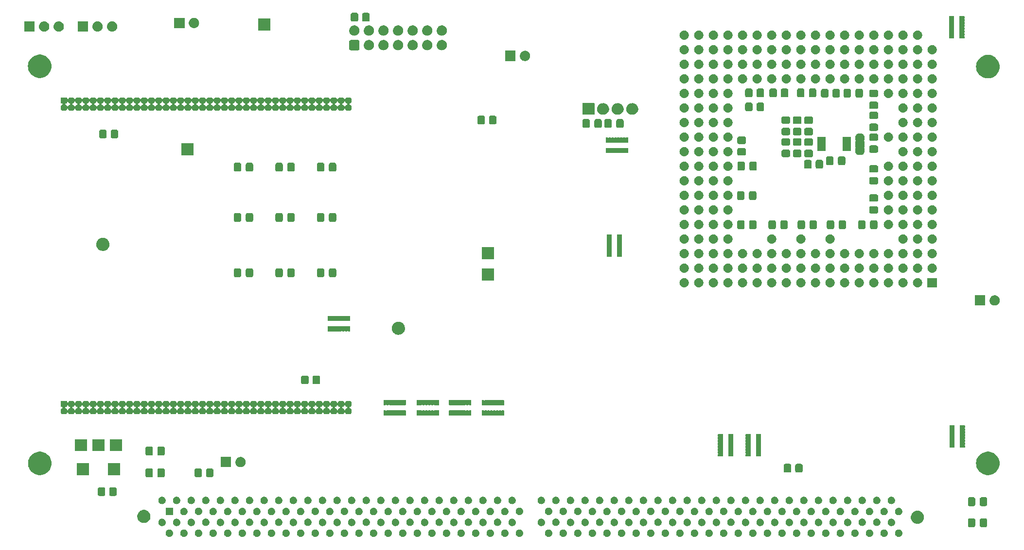
<source format=gbr>
G04 #@! TF.GenerationSoftware,KiCad,Pcbnew,7.0.5-0*
G04 #@! TF.CreationDate,2023-07-16T23:29:11+02:00*
G04 #@! TF.ProjectId,Z3660_v02,5a333636-305f-4763-9032-2e6b69636164,rev?*
G04 #@! TF.SameCoordinates,Original*
G04 #@! TF.FileFunction,Soldermask,Bot*
G04 #@! TF.FilePolarity,Negative*
%FSLAX46Y46*%
G04 Gerber Fmt 4.6, Leading zero omitted, Abs format (unit mm)*
G04 Created by KiCad (PCBNEW 7.0.5-0) date 2023-07-16 23:29:11*
%MOMM*%
%LPD*%
G01*
G04 APERTURE LIST*
G04 APERTURE END LIST*
G36*
X107270104Y-120093162D02*
G01*
X107313455Y-120093162D01*
X107349965Y-120102160D01*
X107379672Y-120105508D01*
X107418094Y-120118952D01*
X107465834Y-120130719D01*
X107494063Y-120145535D01*
X107517100Y-120153596D01*
X107556037Y-120178062D01*
X107604796Y-120203653D01*
X107624387Y-120221009D01*
X107640381Y-120231059D01*
X107676491Y-120267169D01*
X107722266Y-120307722D01*
X107733903Y-120324581D01*
X107743341Y-120334019D01*
X107773010Y-120381238D01*
X107811418Y-120436880D01*
X107816662Y-120450709D01*
X107820804Y-120457300D01*
X107840389Y-120513272D01*
X107867069Y-120583621D01*
X107868165Y-120592651D01*
X107868892Y-120594728D01*
X107875003Y-120648967D01*
X107885986Y-120739415D01*
X107875002Y-120829870D01*
X107868892Y-120884101D01*
X107868165Y-120886176D01*
X107867069Y-120895209D01*
X107840384Y-120965569D01*
X107820804Y-121021529D01*
X107816663Y-121028118D01*
X107811418Y-121041950D01*
X107773003Y-121097601D01*
X107743341Y-121144810D01*
X107733905Y-121154245D01*
X107722266Y-121171108D01*
X107676482Y-121211668D01*
X107640381Y-121247770D01*
X107624391Y-121257816D01*
X107604796Y-121275177D01*
X107556027Y-121300772D01*
X107517100Y-121325233D01*
X107494069Y-121333291D01*
X107465834Y-121348111D01*
X107418085Y-121359879D01*
X107379672Y-121373321D01*
X107349972Y-121376667D01*
X107313455Y-121385668D01*
X107270095Y-121385668D01*
X107234986Y-121389624D01*
X107199877Y-121385668D01*
X107156517Y-121385668D01*
X107120000Y-121376667D01*
X107090299Y-121373321D01*
X107051883Y-121359878D01*
X107004138Y-121348111D01*
X106975904Y-121333292D01*
X106952871Y-121325233D01*
X106913938Y-121300769D01*
X106865176Y-121275177D01*
X106845582Y-121257818D01*
X106829590Y-121247770D01*
X106793480Y-121211660D01*
X106747706Y-121171108D01*
X106736068Y-121154248D01*
X106726630Y-121144810D01*
X106696956Y-121097585D01*
X106658554Y-121041950D01*
X106653309Y-121028122D01*
X106649167Y-121021529D01*
X106629574Y-120965535D01*
X106602903Y-120895209D01*
X106601806Y-120886180D01*
X106601079Y-120884101D01*
X106594955Y-120829755D01*
X106583986Y-120739415D01*
X106594954Y-120649082D01*
X106601079Y-120594728D01*
X106601806Y-120592647D01*
X106602903Y-120583621D01*
X106629569Y-120513306D01*
X106649167Y-120457300D01*
X106653310Y-120450705D01*
X106658554Y-120436880D01*
X106696949Y-120381254D01*
X106726630Y-120334019D01*
X106736071Y-120324577D01*
X106747706Y-120307722D01*
X106793472Y-120267176D01*
X106829590Y-120231059D01*
X106845586Y-120221007D01*
X106865176Y-120203653D01*
X106913928Y-120178065D01*
X106952871Y-120153596D01*
X106975910Y-120145534D01*
X107004138Y-120130719D01*
X107051873Y-120118953D01*
X107090299Y-120105508D01*
X107120007Y-120102160D01*
X107156517Y-120093162D01*
X107199868Y-120093162D01*
X107234986Y-120089205D01*
X107270104Y-120093162D01*
G37*
G36*
X109810104Y-120093162D02*
G01*
X109853455Y-120093162D01*
X109889965Y-120102160D01*
X109919672Y-120105508D01*
X109958094Y-120118952D01*
X110005834Y-120130719D01*
X110034063Y-120145535D01*
X110057100Y-120153596D01*
X110096037Y-120178062D01*
X110144796Y-120203653D01*
X110164387Y-120221009D01*
X110180381Y-120231059D01*
X110216491Y-120267169D01*
X110262266Y-120307722D01*
X110273903Y-120324581D01*
X110283341Y-120334019D01*
X110313010Y-120381238D01*
X110351418Y-120436880D01*
X110356662Y-120450709D01*
X110360804Y-120457300D01*
X110380389Y-120513272D01*
X110407069Y-120583621D01*
X110408165Y-120592651D01*
X110408892Y-120594728D01*
X110415003Y-120648967D01*
X110425986Y-120739415D01*
X110415002Y-120829870D01*
X110408892Y-120884101D01*
X110408165Y-120886176D01*
X110407069Y-120895209D01*
X110380384Y-120965569D01*
X110360804Y-121021529D01*
X110356663Y-121028118D01*
X110351418Y-121041950D01*
X110313003Y-121097601D01*
X110283341Y-121144810D01*
X110273905Y-121154245D01*
X110262266Y-121171108D01*
X110216482Y-121211668D01*
X110180381Y-121247770D01*
X110164391Y-121257816D01*
X110144796Y-121275177D01*
X110096027Y-121300772D01*
X110057100Y-121325233D01*
X110034069Y-121333291D01*
X110005834Y-121348111D01*
X109958085Y-121359879D01*
X109919672Y-121373321D01*
X109889972Y-121376667D01*
X109853455Y-121385668D01*
X109810095Y-121385668D01*
X109774986Y-121389624D01*
X109739877Y-121385668D01*
X109696517Y-121385668D01*
X109660000Y-121376667D01*
X109630299Y-121373321D01*
X109591883Y-121359878D01*
X109544138Y-121348111D01*
X109515904Y-121333292D01*
X109492871Y-121325233D01*
X109453938Y-121300769D01*
X109405176Y-121275177D01*
X109385582Y-121257818D01*
X109369590Y-121247770D01*
X109333480Y-121211660D01*
X109287706Y-121171108D01*
X109276068Y-121154248D01*
X109266630Y-121144810D01*
X109236956Y-121097585D01*
X109198554Y-121041950D01*
X109193309Y-121028122D01*
X109189167Y-121021529D01*
X109169574Y-120965535D01*
X109142903Y-120895209D01*
X109141806Y-120886180D01*
X109141079Y-120884101D01*
X109134955Y-120829755D01*
X109123986Y-120739415D01*
X109134954Y-120649082D01*
X109141079Y-120594728D01*
X109141806Y-120592647D01*
X109142903Y-120583621D01*
X109169569Y-120513306D01*
X109189167Y-120457300D01*
X109193310Y-120450705D01*
X109198554Y-120436880D01*
X109236949Y-120381254D01*
X109266630Y-120334019D01*
X109276071Y-120324577D01*
X109287706Y-120307722D01*
X109333472Y-120267176D01*
X109369590Y-120231059D01*
X109385586Y-120221007D01*
X109405176Y-120203653D01*
X109453928Y-120178065D01*
X109492871Y-120153596D01*
X109515910Y-120145534D01*
X109544138Y-120130719D01*
X109591873Y-120118953D01*
X109630299Y-120105508D01*
X109660007Y-120102160D01*
X109696517Y-120093162D01*
X109739868Y-120093162D01*
X109774986Y-120089205D01*
X109810104Y-120093162D01*
G37*
G36*
X112350104Y-120093162D02*
G01*
X112393455Y-120093162D01*
X112429965Y-120102160D01*
X112459672Y-120105508D01*
X112498094Y-120118952D01*
X112545834Y-120130719D01*
X112574063Y-120145535D01*
X112597100Y-120153596D01*
X112636037Y-120178062D01*
X112684796Y-120203653D01*
X112704387Y-120221009D01*
X112720381Y-120231059D01*
X112756491Y-120267169D01*
X112802266Y-120307722D01*
X112813903Y-120324581D01*
X112823341Y-120334019D01*
X112853010Y-120381238D01*
X112891418Y-120436880D01*
X112896662Y-120450709D01*
X112900804Y-120457300D01*
X112920389Y-120513272D01*
X112947069Y-120583621D01*
X112948165Y-120592651D01*
X112948892Y-120594728D01*
X112955003Y-120648967D01*
X112965986Y-120739415D01*
X112955002Y-120829870D01*
X112948892Y-120884101D01*
X112948165Y-120886176D01*
X112947069Y-120895209D01*
X112920384Y-120965569D01*
X112900804Y-121021529D01*
X112896663Y-121028118D01*
X112891418Y-121041950D01*
X112853003Y-121097601D01*
X112823341Y-121144810D01*
X112813905Y-121154245D01*
X112802266Y-121171108D01*
X112756482Y-121211668D01*
X112720381Y-121247770D01*
X112704391Y-121257816D01*
X112684796Y-121275177D01*
X112636027Y-121300772D01*
X112597100Y-121325233D01*
X112574069Y-121333291D01*
X112545834Y-121348111D01*
X112498085Y-121359879D01*
X112459672Y-121373321D01*
X112429972Y-121376667D01*
X112393455Y-121385668D01*
X112350095Y-121385668D01*
X112314986Y-121389624D01*
X112279877Y-121385668D01*
X112236517Y-121385668D01*
X112200000Y-121376667D01*
X112170299Y-121373321D01*
X112131883Y-121359878D01*
X112084138Y-121348111D01*
X112055904Y-121333292D01*
X112032871Y-121325233D01*
X111993938Y-121300769D01*
X111945176Y-121275177D01*
X111925582Y-121257818D01*
X111909590Y-121247770D01*
X111873480Y-121211660D01*
X111827706Y-121171108D01*
X111816068Y-121154248D01*
X111806630Y-121144810D01*
X111776956Y-121097585D01*
X111738554Y-121041950D01*
X111733309Y-121028122D01*
X111729167Y-121021529D01*
X111709574Y-120965535D01*
X111682903Y-120895209D01*
X111681806Y-120886180D01*
X111681079Y-120884101D01*
X111674955Y-120829755D01*
X111663986Y-120739415D01*
X111674954Y-120649082D01*
X111681079Y-120594728D01*
X111681806Y-120592647D01*
X111682903Y-120583621D01*
X111709569Y-120513306D01*
X111729167Y-120457300D01*
X111733310Y-120450705D01*
X111738554Y-120436880D01*
X111776949Y-120381254D01*
X111806630Y-120334019D01*
X111816071Y-120324577D01*
X111827706Y-120307722D01*
X111873472Y-120267176D01*
X111909590Y-120231059D01*
X111925586Y-120221007D01*
X111945176Y-120203653D01*
X111993928Y-120178065D01*
X112032871Y-120153596D01*
X112055910Y-120145534D01*
X112084138Y-120130719D01*
X112131873Y-120118953D01*
X112170299Y-120105508D01*
X112200007Y-120102160D01*
X112236517Y-120093162D01*
X112279868Y-120093162D01*
X112314986Y-120089205D01*
X112350104Y-120093162D01*
G37*
G36*
X114890104Y-120093162D02*
G01*
X114933455Y-120093162D01*
X114969965Y-120102160D01*
X114999672Y-120105508D01*
X115038094Y-120118952D01*
X115085834Y-120130719D01*
X115114063Y-120145535D01*
X115137100Y-120153596D01*
X115176037Y-120178062D01*
X115224796Y-120203653D01*
X115244387Y-120221009D01*
X115260381Y-120231059D01*
X115296491Y-120267169D01*
X115342266Y-120307722D01*
X115353903Y-120324581D01*
X115363341Y-120334019D01*
X115393010Y-120381238D01*
X115431418Y-120436880D01*
X115436662Y-120450709D01*
X115440804Y-120457300D01*
X115460389Y-120513272D01*
X115487069Y-120583621D01*
X115488165Y-120592651D01*
X115488892Y-120594728D01*
X115495003Y-120648967D01*
X115505986Y-120739415D01*
X115495002Y-120829870D01*
X115488892Y-120884101D01*
X115488165Y-120886176D01*
X115487069Y-120895209D01*
X115460384Y-120965569D01*
X115440804Y-121021529D01*
X115436663Y-121028118D01*
X115431418Y-121041950D01*
X115393003Y-121097601D01*
X115363341Y-121144810D01*
X115353905Y-121154245D01*
X115342266Y-121171108D01*
X115296482Y-121211668D01*
X115260381Y-121247770D01*
X115244391Y-121257816D01*
X115224796Y-121275177D01*
X115176027Y-121300772D01*
X115137100Y-121325233D01*
X115114069Y-121333291D01*
X115085834Y-121348111D01*
X115038085Y-121359879D01*
X114999672Y-121373321D01*
X114969972Y-121376667D01*
X114933455Y-121385668D01*
X114890095Y-121385668D01*
X114854986Y-121389624D01*
X114819877Y-121385668D01*
X114776517Y-121385668D01*
X114740000Y-121376667D01*
X114710299Y-121373321D01*
X114671883Y-121359878D01*
X114624138Y-121348111D01*
X114595904Y-121333292D01*
X114572871Y-121325233D01*
X114533938Y-121300769D01*
X114485176Y-121275177D01*
X114465582Y-121257818D01*
X114449590Y-121247770D01*
X114413480Y-121211660D01*
X114367706Y-121171108D01*
X114356068Y-121154248D01*
X114346630Y-121144810D01*
X114316956Y-121097585D01*
X114278554Y-121041950D01*
X114273309Y-121028122D01*
X114269167Y-121021529D01*
X114249574Y-120965535D01*
X114222903Y-120895209D01*
X114221806Y-120886180D01*
X114221079Y-120884101D01*
X114214955Y-120829755D01*
X114203986Y-120739415D01*
X114214954Y-120649082D01*
X114221079Y-120594728D01*
X114221806Y-120592647D01*
X114222903Y-120583621D01*
X114249569Y-120513306D01*
X114269167Y-120457300D01*
X114273310Y-120450705D01*
X114278554Y-120436880D01*
X114316949Y-120381254D01*
X114346630Y-120334019D01*
X114356071Y-120324577D01*
X114367706Y-120307722D01*
X114413472Y-120267176D01*
X114449590Y-120231059D01*
X114465586Y-120221007D01*
X114485176Y-120203653D01*
X114533928Y-120178065D01*
X114572871Y-120153596D01*
X114595910Y-120145534D01*
X114624138Y-120130719D01*
X114671873Y-120118953D01*
X114710299Y-120105508D01*
X114740007Y-120102160D01*
X114776517Y-120093162D01*
X114819868Y-120093162D01*
X114854986Y-120089205D01*
X114890104Y-120093162D01*
G37*
G36*
X117430104Y-120093162D02*
G01*
X117473455Y-120093162D01*
X117509965Y-120102160D01*
X117539672Y-120105508D01*
X117578094Y-120118952D01*
X117625834Y-120130719D01*
X117654063Y-120145535D01*
X117677100Y-120153596D01*
X117716037Y-120178062D01*
X117764796Y-120203653D01*
X117784387Y-120221009D01*
X117800381Y-120231059D01*
X117836491Y-120267169D01*
X117882266Y-120307722D01*
X117893903Y-120324581D01*
X117903341Y-120334019D01*
X117933010Y-120381238D01*
X117971418Y-120436880D01*
X117976662Y-120450709D01*
X117980804Y-120457300D01*
X118000389Y-120513272D01*
X118027069Y-120583621D01*
X118028165Y-120592651D01*
X118028892Y-120594728D01*
X118035003Y-120648967D01*
X118045986Y-120739415D01*
X118035002Y-120829870D01*
X118028892Y-120884101D01*
X118028165Y-120886176D01*
X118027069Y-120895209D01*
X118000384Y-120965569D01*
X117980804Y-121021529D01*
X117976663Y-121028118D01*
X117971418Y-121041950D01*
X117933003Y-121097601D01*
X117903341Y-121144810D01*
X117893905Y-121154245D01*
X117882266Y-121171108D01*
X117836482Y-121211668D01*
X117800381Y-121247770D01*
X117784391Y-121257816D01*
X117764796Y-121275177D01*
X117716027Y-121300772D01*
X117677100Y-121325233D01*
X117654069Y-121333291D01*
X117625834Y-121348111D01*
X117578085Y-121359879D01*
X117539672Y-121373321D01*
X117509972Y-121376667D01*
X117473455Y-121385668D01*
X117430095Y-121385668D01*
X117394986Y-121389624D01*
X117359877Y-121385668D01*
X117316517Y-121385668D01*
X117280000Y-121376667D01*
X117250299Y-121373321D01*
X117211883Y-121359878D01*
X117164138Y-121348111D01*
X117135904Y-121333292D01*
X117112871Y-121325233D01*
X117073938Y-121300769D01*
X117025176Y-121275177D01*
X117005582Y-121257818D01*
X116989590Y-121247770D01*
X116953480Y-121211660D01*
X116907706Y-121171108D01*
X116896068Y-121154248D01*
X116886630Y-121144810D01*
X116856956Y-121097585D01*
X116818554Y-121041950D01*
X116813309Y-121028122D01*
X116809167Y-121021529D01*
X116789574Y-120965535D01*
X116762903Y-120895209D01*
X116761806Y-120886180D01*
X116761079Y-120884101D01*
X116754955Y-120829755D01*
X116743986Y-120739415D01*
X116754954Y-120649082D01*
X116761079Y-120594728D01*
X116761806Y-120592647D01*
X116762903Y-120583621D01*
X116789569Y-120513306D01*
X116809167Y-120457300D01*
X116813310Y-120450705D01*
X116818554Y-120436880D01*
X116856949Y-120381254D01*
X116886630Y-120334019D01*
X116896071Y-120324577D01*
X116907706Y-120307722D01*
X116953472Y-120267176D01*
X116989590Y-120231059D01*
X117005586Y-120221007D01*
X117025176Y-120203653D01*
X117073928Y-120178065D01*
X117112871Y-120153596D01*
X117135910Y-120145534D01*
X117164138Y-120130719D01*
X117211873Y-120118953D01*
X117250299Y-120105508D01*
X117280007Y-120102160D01*
X117316517Y-120093162D01*
X117359868Y-120093162D01*
X117394986Y-120089205D01*
X117430104Y-120093162D01*
G37*
G36*
X119970104Y-120093162D02*
G01*
X120013455Y-120093162D01*
X120049965Y-120102160D01*
X120079672Y-120105508D01*
X120118094Y-120118952D01*
X120165834Y-120130719D01*
X120194063Y-120145535D01*
X120217100Y-120153596D01*
X120256037Y-120178062D01*
X120304796Y-120203653D01*
X120324387Y-120221009D01*
X120340381Y-120231059D01*
X120376491Y-120267169D01*
X120422266Y-120307722D01*
X120433903Y-120324581D01*
X120443341Y-120334019D01*
X120473010Y-120381238D01*
X120511418Y-120436880D01*
X120516662Y-120450709D01*
X120520804Y-120457300D01*
X120540389Y-120513272D01*
X120567069Y-120583621D01*
X120568165Y-120592651D01*
X120568892Y-120594728D01*
X120575003Y-120648967D01*
X120585986Y-120739415D01*
X120575002Y-120829870D01*
X120568892Y-120884101D01*
X120568165Y-120886176D01*
X120567069Y-120895209D01*
X120540384Y-120965569D01*
X120520804Y-121021529D01*
X120516663Y-121028118D01*
X120511418Y-121041950D01*
X120473003Y-121097601D01*
X120443341Y-121144810D01*
X120433905Y-121154245D01*
X120422266Y-121171108D01*
X120376482Y-121211668D01*
X120340381Y-121247770D01*
X120324391Y-121257816D01*
X120304796Y-121275177D01*
X120256027Y-121300772D01*
X120217100Y-121325233D01*
X120194069Y-121333291D01*
X120165834Y-121348111D01*
X120118085Y-121359879D01*
X120079672Y-121373321D01*
X120049972Y-121376667D01*
X120013455Y-121385668D01*
X119970095Y-121385668D01*
X119934986Y-121389624D01*
X119899877Y-121385668D01*
X119856517Y-121385668D01*
X119820000Y-121376667D01*
X119790299Y-121373321D01*
X119751883Y-121359878D01*
X119704138Y-121348111D01*
X119675904Y-121333292D01*
X119652871Y-121325233D01*
X119613938Y-121300769D01*
X119565176Y-121275177D01*
X119545582Y-121257818D01*
X119529590Y-121247770D01*
X119493480Y-121211660D01*
X119447706Y-121171108D01*
X119436068Y-121154248D01*
X119426630Y-121144810D01*
X119396956Y-121097585D01*
X119358554Y-121041950D01*
X119353309Y-121028122D01*
X119349167Y-121021529D01*
X119329574Y-120965535D01*
X119302903Y-120895209D01*
X119301806Y-120886180D01*
X119301079Y-120884101D01*
X119294955Y-120829755D01*
X119283986Y-120739415D01*
X119294954Y-120649082D01*
X119301079Y-120594728D01*
X119301806Y-120592647D01*
X119302903Y-120583621D01*
X119329569Y-120513306D01*
X119349167Y-120457300D01*
X119353310Y-120450705D01*
X119358554Y-120436880D01*
X119396949Y-120381254D01*
X119426630Y-120334019D01*
X119436071Y-120324577D01*
X119447706Y-120307722D01*
X119493472Y-120267176D01*
X119529590Y-120231059D01*
X119545586Y-120221007D01*
X119565176Y-120203653D01*
X119613928Y-120178065D01*
X119652871Y-120153596D01*
X119675910Y-120145534D01*
X119704138Y-120130719D01*
X119751873Y-120118953D01*
X119790299Y-120105508D01*
X119820007Y-120102160D01*
X119856517Y-120093162D01*
X119899868Y-120093162D01*
X119934986Y-120089205D01*
X119970104Y-120093162D01*
G37*
G36*
X122510104Y-120093162D02*
G01*
X122553455Y-120093162D01*
X122589965Y-120102160D01*
X122619672Y-120105508D01*
X122658094Y-120118952D01*
X122705834Y-120130719D01*
X122734063Y-120145535D01*
X122757100Y-120153596D01*
X122796037Y-120178062D01*
X122844796Y-120203653D01*
X122864387Y-120221009D01*
X122880381Y-120231059D01*
X122916491Y-120267169D01*
X122962266Y-120307722D01*
X122973903Y-120324581D01*
X122983341Y-120334019D01*
X123013010Y-120381238D01*
X123051418Y-120436880D01*
X123056662Y-120450709D01*
X123060804Y-120457300D01*
X123080389Y-120513272D01*
X123107069Y-120583621D01*
X123108165Y-120592651D01*
X123108892Y-120594728D01*
X123115003Y-120648967D01*
X123125986Y-120739415D01*
X123115002Y-120829870D01*
X123108892Y-120884101D01*
X123108165Y-120886176D01*
X123107069Y-120895209D01*
X123080384Y-120965569D01*
X123060804Y-121021529D01*
X123056663Y-121028118D01*
X123051418Y-121041950D01*
X123013003Y-121097601D01*
X122983341Y-121144810D01*
X122973905Y-121154245D01*
X122962266Y-121171108D01*
X122916482Y-121211668D01*
X122880381Y-121247770D01*
X122864391Y-121257816D01*
X122844796Y-121275177D01*
X122796027Y-121300772D01*
X122757100Y-121325233D01*
X122734069Y-121333291D01*
X122705834Y-121348111D01*
X122658085Y-121359879D01*
X122619672Y-121373321D01*
X122589972Y-121376667D01*
X122553455Y-121385668D01*
X122510095Y-121385668D01*
X122474986Y-121389624D01*
X122439877Y-121385668D01*
X122396517Y-121385668D01*
X122360000Y-121376667D01*
X122330299Y-121373321D01*
X122291883Y-121359878D01*
X122244138Y-121348111D01*
X122215904Y-121333292D01*
X122192871Y-121325233D01*
X122153938Y-121300769D01*
X122105176Y-121275177D01*
X122085582Y-121257818D01*
X122069590Y-121247770D01*
X122033480Y-121211660D01*
X121987706Y-121171108D01*
X121976068Y-121154248D01*
X121966630Y-121144810D01*
X121936956Y-121097585D01*
X121898554Y-121041950D01*
X121893309Y-121028122D01*
X121889167Y-121021529D01*
X121869574Y-120965535D01*
X121842903Y-120895209D01*
X121841806Y-120886180D01*
X121841079Y-120884101D01*
X121834955Y-120829755D01*
X121823986Y-120739415D01*
X121834954Y-120649082D01*
X121841079Y-120594728D01*
X121841806Y-120592647D01*
X121842903Y-120583621D01*
X121869569Y-120513306D01*
X121889167Y-120457300D01*
X121893310Y-120450705D01*
X121898554Y-120436880D01*
X121936949Y-120381254D01*
X121966630Y-120334019D01*
X121976071Y-120324577D01*
X121987706Y-120307722D01*
X122033472Y-120267176D01*
X122069590Y-120231059D01*
X122085586Y-120221007D01*
X122105176Y-120203653D01*
X122153928Y-120178065D01*
X122192871Y-120153596D01*
X122215910Y-120145534D01*
X122244138Y-120130719D01*
X122291873Y-120118953D01*
X122330299Y-120105508D01*
X122360007Y-120102160D01*
X122396517Y-120093162D01*
X122439868Y-120093162D01*
X122474986Y-120089205D01*
X122510104Y-120093162D01*
G37*
G36*
X125050104Y-120093162D02*
G01*
X125093455Y-120093162D01*
X125129965Y-120102160D01*
X125159672Y-120105508D01*
X125198094Y-120118952D01*
X125245834Y-120130719D01*
X125274063Y-120145535D01*
X125297100Y-120153596D01*
X125336037Y-120178062D01*
X125384796Y-120203653D01*
X125404387Y-120221009D01*
X125420381Y-120231059D01*
X125456491Y-120267169D01*
X125502266Y-120307722D01*
X125513903Y-120324581D01*
X125523341Y-120334019D01*
X125553010Y-120381238D01*
X125591418Y-120436880D01*
X125596662Y-120450709D01*
X125600804Y-120457300D01*
X125620389Y-120513272D01*
X125647069Y-120583621D01*
X125648165Y-120592651D01*
X125648892Y-120594728D01*
X125655003Y-120648967D01*
X125665986Y-120739415D01*
X125655002Y-120829870D01*
X125648892Y-120884101D01*
X125648165Y-120886176D01*
X125647069Y-120895209D01*
X125620384Y-120965569D01*
X125600804Y-121021529D01*
X125596663Y-121028118D01*
X125591418Y-121041950D01*
X125553003Y-121097601D01*
X125523341Y-121144810D01*
X125513905Y-121154245D01*
X125502266Y-121171108D01*
X125456482Y-121211668D01*
X125420381Y-121247770D01*
X125404391Y-121257816D01*
X125384796Y-121275177D01*
X125336027Y-121300772D01*
X125297100Y-121325233D01*
X125274069Y-121333291D01*
X125245834Y-121348111D01*
X125198085Y-121359879D01*
X125159672Y-121373321D01*
X125129972Y-121376667D01*
X125093455Y-121385668D01*
X125050095Y-121385668D01*
X125014986Y-121389624D01*
X124979877Y-121385668D01*
X124936517Y-121385668D01*
X124900000Y-121376667D01*
X124870299Y-121373321D01*
X124831883Y-121359878D01*
X124784138Y-121348111D01*
X124755904Y-121333292D01*
X124732871Y-121325233D01*
X124693938Y-121300769D01*
X124645176Y-121275177D01*
X124625582Y-121257818D01*
X124609590Y-121247770D01*
X124573480Y-121211660D01*
X124527706Y-121171108D01*
X124516068Y-121154248D01*
X124506630Y-121144810D01*
X124476956Y-121097585D01*
X124438554Y-121041950D01*
X124433309Y-121028122D01*
X124429167Y-121021529D01*
X124409574Y-120965535D01*
X124382903Y-120895209D01*
X124381806Y-120886180D01*
X124381079Y-120884101D01*
X124374955Y-120829755D01*
X124363986Y-120739415D01*
X124374954Y-120649082D01*
X124381079Y-120594728D01*
X124381806Y-120592647D01*
X124382903Y-120583621D01*
X124409569Y-120513306D01*
X124429167Y-120457300D01*
X124433310Y-120450705D01*
X124438554Y-120436880D01*
X124476949Y-120381254D01*
X124506630Y-120334019D01*
X124516071Y-120324577D01*
X124527706Y-120307722D01*
X124573472Y-120267176D01*
X124609590Y-120231059D01*
X124625586Y-120221007D01*
X124645176Y-120203653D01*
X124693928Y-120178065D01*
X124732871Y-120153596D01*
X124755910Y-120145534D01*
X124784138Y-120130719D01*
X124831873Y-120118953D01*
X124870299Y-120105508D01*
X124900007Y-120102160D01*
X124936517Y-120093162D01*
X124979868Y-120093162D01*
X125014986Y-120089205D01*
X125050104Y-120093162D01*
G37*
G36*
X127590104Y-120093162D02*
G01*
X127633455Y-120093162D01*
X127669965Y-120102160D01*
X127699672Y-120105508D01*
X127738094Y-120118952D01*
X127785834Y-120130719D01*
X127814063Y-120145535D01*
X127837100Y-120153596D01*
X127876037Y-120178062D01*
X127924796Y-120203653D01*
X127944387Y-120221009D01*
X127960381Y-120231059D01*
X127996491Y-120267169D01*
X128042266Y-120307722D01*
X128053903Y-120324581D01*
X128063341Y-120334019D01*
X128093010Y-120381238D01*
X128131418Y-120436880D01*
X128136662Y-120450709D01*
X128140804Y-120457300D01*
X128160389Y-120513272D01*
X128187069Y-120583621D01*
X128188165Y-120592651D01*
X128188892Y-120594728D01*
X128195003Y-120648967D01*
X128205986Y-120739415D01*
X128195002Y-120829870D01*
X128188892Y-120884101D01*
X128188165Y-120886176D01*
X128187069Y-120895209D01*
X128160384Y-120965569D01*
X128140804Y-121021529D01*
X128136663Y-121028118D01*
X128131418Y-121041950D01*
X128093003Y-121097601D01*
X128063341Y-121144810D01*
X128053905Y-121154245D01*
X128042266Y-121171108D01*
X127996482Y-121211668D01*
X127960381Y-121247770D01*
X127944391Y-121257816D01*
X127924796Y-121275177D01*
X127876027Y-121300772D01*
X127837100Y-121325233D01*
X127814069Y-121333291D01*
X127785834Y-121348111D01*
X127738085Y-121359879D01*
X127699672Y-121373321D01*
X127669972Y-121376667D01*
X127633455Y-121385668D01*
X127590095Y-121385668D01*
X127554986Y-121389624D01*
X127519877Y-121385668D01*
X127476517Y-121385668D01*
X127440000Y-121376667D01*
X127410299Y-121373321D01*
X127371883Y-121359878D01*
X127324138Y-121348111D01*
X127295904Y-121333292D01*
X127272871Y-121325233D01*
X127233938Y-121300769D01*
X127185176Y-121275177D01*
X127165582Y-121257818D01*
X127149590Y-121247770D01*
X127113480Y-121211660D01*
X127067706Y-121171108D01*
X127056068Y-121154248D01*
X127046630Y-121144810D01*
X127016956Y-121097585D01*
X126978554Y-121041950D01*
X126973309Y-121028122D01*
X126969167Y-121021529D01*
X126949574Y-120965535D01*
X126922903Y-120895209D01*
X126921806Y-120886180D01*
X126921079Y-120884101D01*
X126914955Y-120829755D01*
X126903986Y-120739415D01*
X126914954Y-120649082D01*
X126921079Y-120594728D01*
X126921806Y-120592647D01*
X126922903Y-120583621D01*
X126949569Y-120513306D01*
X126969167Y-120457300D01*
X126973310Y-120450705D01*
X126978554Y-120436880D01*
X127016949Y-120381254D01*
X127046630Y-120334019D01*
X127056071Y-120324577D01*
X127067706Y-120307722D01*
X127113472Y-120267176D01*
X127149590Y-120231059D01*
X127165586Y-120221007D01*
X127185176Y-120203653D01*
X127233928Y-120178065D01*
X127272871Y-120153596D01*
X127295910Y-120145534D01*
X127324138Y-120130719D01*
X127371873Y-120118953D01*
X127410299Y-120105508D01*
X127440007Y-120102160D01*
X127476517Y-120093162D01*
X127519868Y-120093162D01*
X127554986Y-120089205D01*
X127590104Y-120093162D01*
G37*
G36*
X130130104Y-120093162D02*
G01*
X130173455Y-120093162D01*
X130209965Y-120102160D01*
X130239672Y-120105508D01*
X130278094Y-120118952D01*
X130325834Y-120130719D01*
X130354063Y-120145535D01*
X130377100Y-120153596D01*
X130416037Y-120178062D01*
X130464796Y-120203653D01*
X130484387Y-120221009D01*
X130500381Y-120231059D01*
X130536491Y-120267169D01*
X130582266Y-120307722D01*
X130593903Y-120324581D01*
X130603341Y-120334019D01*
X130633010Y-120381238D01*
X130671418Y-120436880D01*
X130676662Y-120450709D01*
X130680804Y-120457300D01*
X130700389Y-120513272D01*
X130727069Y-120583621D01*
X130728165Y-120592651D01*
X130728892Y-120594728D01*
X130735003Y-120648967D01*
X130745986Y-120739415D01*
X130735002Y-120829870D01*
X130728892Y-120884101D01*
X130728165Y-120886176D01*
X130727069Y-120895209D01*
X130700384Y-120965569D01*
X130680804Y-121021529D01*
X130676663Y-121028118D01*
X130671418Y-121041950D01*
X130633003Y-121097601D01*
X130603341Y-121144810D01*
X130593905Y-121154245D01*
X130582266Y-121171108D01*
X130536482Y-121211668D01*
X130500381Y-121247770D01*
X130484391Y-121257816D01*
X130464796Y-121275177D01*
X130416027Y-121300772D01*
X130377100Y-121325233D01*
X130354069Y-121333291D01*
X130325834Y-121348111D01*
X130278085Y-121359879D01*
X130239672Y-121373321D01*
X130209972Y-121376667D01*
X130173455Y-121385668D01*
X130130095Y-121385668D01*
X130094986Y-121389624D01*
X130059877Y-121385668D01*
X130016517Y-121385668D01*
X129980000Y-121376667D01*
X129950299Y-121373321D01*
X129911883Y-121359878D01*
X129864138Y-121348111D01*
X129835904Y-121333292D01*
X129812871Y-121325233D01*
X129773938Y-121300769D01*
X129725176Y-121275177D01*
X129705582Y-121257818D01*
X129689590Y-121247770D01*
X129653480Y-121211660D01*
X129607706Y-121171108D01*
X129596068Y-121154248D01*
X129586630Y-121144810D01*
X129556956Y-121097585D01*
X129518554Y-121041950D01*
X129513309Y-121028122D01*
X129509167Y-121021529D01*
X129489574Y-120965535D01*
X129462903Y-120895209D01*
X129461806Y-120886180D01*
X129461079Y-120884101D01*
X129454955Y-120829755D01*
X129443986Y-120739415D01*
X129454954Y-120649082D01*
X129461079Y-120594728D01*
X129461806Y-120592647D01*
X129462903Y-120583621D01*
X129489569Y-120513306D01*
X129509167Y-120457300D01*
X129513310Y-120450705D01*
X129518554Y-120436880D01*
X129556949Y-120381254D01*
X129586630Y-120334019D01*
X129596071Y-120324577D01*
X129607706Y-120307722D01*
X129653472Y-120267176D01*
X129689590Y-120231059D01*
X129705586Y-120221007D01*
X129725176Y-120203653D01*
X129773928Y-120178065D01*
X129812871Y-120153596D01*
X129835910Y-120145534D01*
X129864138Y-120130719D01*
X129911873Y-120118953D01*
X129950299Y-120105508D01*
X129980007Y-120102160D01*
X130016517Y-120093162D01*
X130059868Y-120093162D01*
X130094986Y-120089205D01*
X130130104Y-120093162D01*
G37*
G36*
X132670104Y-120093162D02*
G01*
X132713455Y-120093162D01*
X132749965Y-120102160D01*
X132779672Y-120105508D01*
X132818094Y-120118952D01*
X132865834Y-120130719D01*
X132894063Y-120145535D01*
X132917100Y-120153596D01*
X132956037Y-120178062D01*
X133004796Y-120203653D01*
X133024387Y-120221009D01*
X133040381Y-120231059D01*
X133076491Y-120267169D01*
X133122266Y-120307722D01*
X133133903Y-120324581D01*
X133143341Y-120334019D01*
X133173010Y-120381238D01*
X133211418Y-120436880D01*
X133216662Y-120450709D01*
X133220804Y-120457300D01*
X133240389Y-120513272D01*
X133267069Y-120583621D01*
X133268165Y-120592651D01*
X133268892Y-120594728D01*
X133275003Y-120648967D01*
X133285986Y-120739415D01*
X133275002Y-120829870D01*
X133268892Y-120884101D01*
X133268165Y-120886176D01*
X133267069Y-120895209D01*
X133240384Y-120965569D01*
X133220804Y-121021529D01*
X133216663Y-121028118D01*
X133211418Y-121041950D01*
X133173003Y-121097601D01*
X133143341Y-121144810D01*
X133133905Y-121154245D01*
X133122266Y-121171108D01*
X133076482Y-121211668D01*
X133040381Y-121247770D01*
X133024391Y-121257816D01*
X133004796Y-121275177D01*
X132956027Y-121300772D01*
X132917100Y-121325233D01*
X132894069Y-121333291D01*
X132865834Y-121348111D01*
X132818085Y-121359879D01*
X132779672Y-121373321D01*
X132749972Y-121376667D01*
X132713455Y-121385668D01*
X132670095Y-121385668D01*
X132634986Y-121389624D01*
X132599877Y-121385668D01*
X132556517Y-121385668D01*
X132520000Y-121376667D01*
X132490299Y-121373321D01*
X132451883Y-121359878D01*
X132404138Y-121348111D01*
X132375904Y-121333292D01*
X132352871Y-121325233D01*
X132313938Y-121300769D01*
X132265176Y-121275177D01*
X132245582Y-121257818D01*
X132229590Y-121247770D01*
X132193480Y-121211660D01*
X132147706Y-121171108D01*
X132136068Y-121154248D01*
X132126630Y-121144810D01*
X132096956Y-121097585D01*
X132058554Y-121041950D01*
X132053309Y-121028122D01*
X132049167Y-121021529D01*
X132029574Y-120965535D01*
X132002903Y-120895209D01*
X132001806Y-120886180D01*
X132001079Y-120884101D01*
X131994955Y-120829755D01*
X131983986Y-120739415D01*
X131994954Y-120649082D01*
X132001079Y-120594728D01*
X132001806Y-120592647D01*
X132002903Y-120583621D01*
X132029569Y-120513306D01*
X132049167Y-120457300D01*
X132053310Y-120450705D01*
X132058554Y-120436880D01*
X132096949Y-120381254D01*
X132126630Y-120334019D01*
X132136071Y-120324577D01*
X132147706Y-120307722D01*
X132193472Y-120267176D01*
X132229590Y-120231059D01*
X132245586Y-120221007D01*
X132265176Y-120203653D01*
X132313928Y-120178065D01*
X132352871Y-120153596D01*
X132375910Y-120145534D01*
X132404138Y-120130719D01*
X132451873Y-120118953D01*
X132490299Y-120105508D01*
X132520007Y-120102160D01*
X132556517Y-120093162D01*
X132599868Y-120093162D01*
X132634986Y-120089205D01*
X132670104Y-120093162D01*
G37*
G36*
X135210104Y-120093162D02*
G01*
X135253455Y-120093162D01*
X135289965Y-120102160D01*
X135319672Y-120105508D01*
X135358094Y-120118952D01*
X135405834Y-120130719D01*
X135434063Y-120145535D01*
X135457100Y-120153596D01*
X135496037Y-120178062D01*
X135544796Y-120203653D01*
X135564387Y-120221009D01*
X135580381Y-120231059D01*
X135616491Y-120267169D01*
X135662266Y-120307722D01*
X135673903Y-120324581D01*
X135683341Y-120334019D01*
X135713010Y-120381238D01*
X135751418Y-120436880D01*
X135756662Y-120450709D01*
X135760804Y-120457300D01*
X135780389Y-120513272D01*
X135807069Y-120583621D01*
X135808165Y-120592651D01*
X135808892Y-120594728D01*
X135815003Y-120648967D01*
X135825986Y-120739415D01*
X135815002Y-120829870D01*
X135808892Y-120884101D01*
X135808165Y-120886176D01*
X135807069Y-120895209D01*
X135780384Y-120965569D01*
X135760804Y-121021529D01*
X135756663Y-121028118D01*
X135751418Y-121041950D01*
X135713003Y-121097601D01*
X135683341Y-121144810D01*
X135673905Y-121154245D01*
X135662266Y-121171108D01*
X135616482Y-121211668D01*
X135580381Y-121247770D01*
X135564391Y-121257816D01*
X135544796Y-121275177D01*
X135496027Y-121300772D01*
X135457100Y-121325233D01*
X135434069Y-121333291D01*
X135405834Y-121348111D01*
X135358085Y-121359879D01*
X135319672Y-121373321D01*
X135289972Y-121376667D01*
X135253455Y-121385668D01*
X135210095Y-121385668D01*
X135174986Y-121389624D01*
X135139877Y-121385668D01*
X135096517Y-121385668D01*
X135060000Y-121376667D01*
X135030299Y-121373321D01*
X134991883Y-121359878D01*
X134944138Y-121348111D01*
X134915904Y-121333292D01*
X134892871Y-121325233D01*
X134853938Y-121300769D01*
X134805176Y-121275177D01*
X134785582Y-121257818D01*
X134769590Y-121247770D01*
X134733480Y-121211660D01*
X134687706Y-121171108D01*
X134676068Y-121154248D01*
X134666630Y-121144810D01*
X134636956Y-121097585D01*
X134598554Y-121041950D01*
X134593309Y-121028122D01*
X134589167Y-121021529D01*
X134569574Y-120965535D01*
X134542903Y-120895209D01*
X134541806Y-120886180D01*
X134541079Y-120884101D01*
X134534955Y-120829755D01*
X134523986Y-120739415D01*
X134534954Y-120649082D01*
X134541079Y-120594728D01*
X134541806Y-120592647D01*
X134542903Y-120583621D01*
X134569569Y-120513306D01*
X134589167Y-120457300D01*
X134593310Y-120450705D01*
X134598554Y-120436880D01*
X134636949Y-120381254D01*
X134666630Y-120334019D01*
X134676071Y-120324577D01*
X134687706Y-120307722D01*
X134733472Y-120267176D01*
X134769590Y-120231059D01*
X134785586Y-120221007D01*
X134805176Y-120203653D01*
X134853928Y-120178065D01*
X134892871Y-120153596D01*
X134915910Y-120145534D01*
X134944138Y-120130719D01*
X134991873Y-120118953D01*
X135030299Y-120105508D01*
X135060007Y-120102160D01*
X135096517Y-120093162D01*
X135139868Y-120093162D01*
X135174986Y-120089205D01*
X135210104Y-120093162D01*
G37*
G36*
X137750104Y-120093162D02*
G01*
X137793455Y-120093162D01*
X137829965Y-120102160D01*
X137859672Y-120105508D01*
X137898094Y-120118952D01*
X137945834Y-120130719D01*
X137974063Y-120145535D01*
X137997100Y-120153596D01*
X138036037Y-120178062D01*
X138084796Y-120203653D01*
X138104387Y-120221009D01*
X138120381Y-120231059D01*
X138156491Y-120267169D01*
X138202266Y-120307722D01*
X138213903Y-120324581D01*
X138223341Y-120334019D01*
X138253010Y-120381238D01*
X138291418Y-120436880D01*
X138296662Y-120450709D01*
X138300804Y-120457300D01*
X138320389Y-120513272D01*
X138347069Y-120583621D01*
X138348165Y-120592651D01*
X138348892Y-120594728D01*
X138355003Y-120648967D01*
X138365986Y-120739415D01*
X138355002Y-120829870D01*
X138348892Y-120884101D01*
X138348165Y-120886176D01*
X138347069Y-120895209D01*
X138320384Y-120965569D01*
X138300804Y-121021529D01*
X138296663Y-121028118D01*
X138291418Y-121041950D01*
X138253003Y-121097601D01*
X138223341Y-121144810D01*
X138213905Y-121154245D01*
X138202266Y-121171108D01*
X138156482Y-121211668D01*
X138120381Y-121247770D01*
X138104391Y-121257816D01*
X138084796Y-121275177D01*
X138036027Y-121300772D01*
X137997100Y-121325233D01*
X137974069Y-121333291D01*
X137945834Y-121348111D01*
X137898085Y-121359879D01*
X137859672Y-121373321D01*
X137829972Y-121376667D01*
X137793455Y-121385668D01*
X137750095Y-121385668D01*
X137714986Y-121389624D01*
X137679877Y-121385668D01*
X137636517Y-121385668D01*
X137600000Y-121376667D01*
X137570299Y-121373321D01*
X137531883Y-121359878D01*
X137484138Y-121348111D01*
X137455904Y-121333292D01*
X137432871Y-121325233D01*
X137393938Y-121300769D01*
X137345176Y-121275177D01*
X137325582Y-121257818D01*
X137309590Y-121247770D01*
X137273480Y-121211660D01*
X137227706Y-121171108D01*
X137216068Y-121154248D01*
X137206630Y-121144810D01*
X137176956Y-121097585D01*
X137138554Y-121041950D01*
X137133309Y-121028122D01*
X137129167Y-121021529D01*
X137109574Y-120965535D01*
X137082903Y-120895209D01*
X137081806Y-120886180D01*
X137081079Y-120884101D01*
X137074955Y-120829755D01*
X137063986Y-120739415D01*
X137074954Y-120649082D01*
X137081079Y-120594728D01*
X137081806Y-120592647D01*
X137082903Y-120583621D01*
X137109569Y-120513306D01*
X137129167Y-120457300D01*
X137133310Y-120450705D01*
X137138554Y-120436880D01*
X137176949Y-120381254D01*
X137206630Y-120334019D01*
X137216071Y-120324577D01*
X137227706Y-120307722D01*
X137273472Y-120267176D01*
X137309590Y-120231059D01*
X137325586Y-120221007D01*
X137345176Y-120203653D01*
X137393928Y-120178065D01*
X137432871Y-120153596D01*
X137455910Y-120145534D01*
X137484138Y-120130719D01*
X137531873Y-120118953D01*
X137570299Y-120105508D01*
X137600007Y-120102160D01*
X137636517Y-120093162D01*
X137679868Y-120093162D01*
X137714986Y-120089205D01*
X137750104Y-120093162D01*
G37*
G36*
X140290104Y-120093162D02*
G01*
X140333455Y-120093162D01*
X140369965Y-120102160D01*
X140399672Y-120105508D01*
X140438094Y-120118952D01*
X140485834Y-120130719D01*
X140514063Y-120145535D01*
X140537100Y-120153596D01*
X140576037Y-120178062D01*
X140624796Y-120203653D01*
X140644387Y-120221009D01*
X140660381Y-120231059D01*
X140696491Y-120267169D01*
X140742266Y-120307722D01*
X140753903Y-120324581D01*
X140763341Y-120334019D01*
X140793010Y-120381238D01*
X140831418Y-120436880D01*
X140836662Y-120450709D01*
X140840804Y-120457300D01*
X140860389Y-120513272D01*
X140887069Y-120583621D01*
X140888165Y-120592651D01*
X140888892Y-120594728D01*
X140895003Y-120648967D01*
X140905986Y-120739415D01*
X140895002Y-120829870D01*
X140888892Y-120884101D01*
X140888165Y-120886176D01*
X140887069Y-120895209D01*
X140860384Y-120965569D01*
X140840804Y-121021529D01*
X140836663Y-121028118D01*
X140831418Y-121041950D01*
X140793003Y-121097601D01*
X140763341Y-121144810D01*
X140753905Y-121154245D01*
X140742266Y-121171108D01*
X140696482Y-121211668D01*
X140660381Y-121247770D01*
X140644391Y-121257816D01*
X140624796Y-121275177D01*
X140576027Y-121300772D01*
X140537100Y-121325233D01*
X140514069Y-121333291D01*
X140485834Y-121348111D01*
X140438085Y-121359879D01*
X140399672Y-121373321D01*
X140369972Y-121376667D01*
X140333455Y-121385668D01*
X140290095Y-121385668D01*
X140254986Y-121389624D01*
X140219877Y-121385668D01*
X140176517Y-121385668D01*
X140140000Y-121376667D01*
X140110299Y-121373321D01*
X140071883Y-121359878D01*
X140024138Y-121348111D01*
X139995904Y-121333292D01*
X139972871Y-121325233D01*
X139933938Y-121300769D01*
X139885176Y-121275177D01*
X139865582Y-121257818D01*
X139849590Y-121247770D01*
X139813480Y-121211660D01*
X139767706Y-121171108D01*
X139756068Y-121154248D01*
X139746630Y-121144810D01*
X139716956Y-121097585D01*
X139678554Y-121041950D01*
X139673309Y-121028122D01*
X139669167Y-121021529D01*
X139649574Y-120965535D01*
X139622903Y-120895209D01*
X139621806Y-120886180D01*
X139621079Y-120884101D01*
X139614955Y-120829755D01*
X139603986Y-120739415D01*
X139614954Y-120649082D01*
X139621079Y-120594728D01*
X139621806Y-120592647D01*
X139622903Y-120583621D01*
X139649569Y-120513306D01*
X139669167Y-120457300D01*
X139673310Y-120450705D01*
X139678554Y-120436880D01*
X139716949Y-120381254D01*
X139746630Y-120334019D01*
X139756071Y-120324577D01*
X139767706Y-120307722D01*
X139813472Y-120267176D01*
X139849590Y-120231059D01*
X139865586Y-120221007D01*
X139885176Y-120203653D01*
X139933928Y-120178065D01*
X139972871Y-120153596D01*
X139995910Y-120145534D01*
X140024138Y-120130719D01*
X140071873Y-120118953D01*
X140110299Y-120105508D01*
X140140007Y-120102160D01*
X140176517Y-120093162D01*
X140219868Y-120093162D01*
X140254986Y-120089205D01*
X140290104Y-120093162D01*
G37*
G36*
X142830104Y-120093162D02*
G01*
X142873455Y-120093162D01*
X142909965Y-120102160D01*
X142939672Y-120105508D01*
X142978094Y-120118952D01*
X143025834Y-120130719D01*
X143054063Y-120145535D01*
X143077100Y-120153596D01*
X143116037Y-120178062D01*
X143164796Y-120203653D01*
X143184387Y-120221009D01*
X143200381Y-120231059D01*
X143236491Y-120267169D01*
X143282266Y-120307722D01*
X143293903Y-120324581D01*
X143303341Y-120334019D01*
X143333010Y-120381238D01*
X143371418Y-120436880D01*
X143376662Y-120450709D01*
X143380804Y-120457300D01*
X143400389Y-120513272D01*
X143427069Y-120583621D01*
X143428165Y-120592651D01*
X143428892Y-120594728D01*
X143435003Y-120648967D01*
X143445986Y-120739415D01*
X143435002Y-120829870D01*
X143428892Y-120884101D01*
X143428165Y-120886176D01*
X143427069Y-120895209D01*
X143400384Y-120965569D01*
X143380804Y-121021529D01*
X143376663Y-121028118D01*
X143371418Y-121041950D01*
X143333003Y-121097601D01*
X143303341Y-121144810D01*
X143293905Y-121154245D01*
X143282266Y-121171108D01*
X143236482Y-121211668D01*
X143200381Y-121247770D01*
X143184391Y-121257816D01*
X143164796Y-121275177D01*
X143116027Y-121300772D01*
X143077100Y-121325233D01*
X143054069Y-121333291D01*
X143025834Y-121348111D01*
X142978085Y-121359879D01*
X142939672Y-121373321D01*
X142909972Y-121376667D01*
X142873455Y-121385668D01*
X142830095Y-121385668D01*
X142794986Y-121389624D01*
X142759877Y-121385668D01*
X142716517Y-121385668D01*
X142680000Y-121376667D01*
X142650299Y-121373321D01*
X142611883Y-121359878D01*
X142564138Y-121348111D01*
X142535904Y-121333292D01*
X142512871Y-121325233D01*
X142473938Y-121300769D01*
X142425176Y-121275177D01*
X142405582Y-121257818D01*
X142389590Y-121247770D01*
X142353480Y-121211660D01*
X142307706Y-121171108D01*
X142296068Y-121154248D01*
X142286630Y-121144810D01*
X142256956Y-121097585D01*
X142218554Y-121041950D01*
X142213309Y-121028122D01*
X142209167Y-121021529D01*
X142189574Y-120965535D01*
X142162903Y-120895209D01*
X142161806Y-120886180D01*
X142161079Y-120884101D01*
X142154955Y-120829755D01*
X142143986Y-120739415D01*
X142154954Y-120649082D01*
X142161079Y-120594728D01*
X142161806Y-120592647D01*
X142162903Y-120583621D01*
X142189569Y-120513306D01*
X142209167Y-120457300D01*
X142213310Y-120450705D01*
X142218554Y-120436880D01*
X142256949Y-120381254D01*
X142286630Y-120334019D01*
X142296071Y-120324577D01*
X142307706Y-120307722D01*
X142353472Y-120267176D01*
X142389590Y-120231059D01*
X142405586Y-120221007D01*
X142425176Y-120203653D01*
X142473928Y-120178065D01*
X142512871Y-120153596D01*
X142535910Y-120145534D01*
X142564138Y-120130719D01*
X142611873Y-120118953D01*
X142650299Y-120105508D01*
X142680007Y-120102160D01*
X142716517Y-120093162D01*
X142759868Y-120093162D01*
X142794986Y-120089205D01*
X142830104Y-120093162D01*
G37*
G36*
X145370104Y-120093162D02*
G01*
X145413455Y-120093162D01*
X145449965Y-120102160D01*
X145479672Y-120105508D01*
X145518094Y-120118952D01*
X145565834Y-120130719D01*
X145594063Y-120145535D01*
X145617100Y-120153596D01*
X145656037Y-120178062D01*
X145704796Y-120203653D01*
X145724387Y-120221009D01*
X145740381Y-120231059D01*
X145776491Y-120267169D01*
X145822266Y-120307722D01*
X145833903Y-120324581D01*
X145843341Y-120334019D01*
X145873010Y-120381238D01*
X145911418Y-120436880D01*
X145916662Y-120450709D01*
X145920804Y-120457300D01*
X145940389Y-120513272D01*
X145967069Y-120583621D01*
X145968165Y-120592651D01*
X145968892Y-120594728D01*
X145975004Y-120648972D01*
X145985986Y-120739415D01*
X145975002Y-120829874D01*
X145968892Y-120884101D01*
X145968165Y-120886176D01*
X145967069Y-120895209D01*
X145940384Y-120965569D01*
X145920804Y-121021529D01*
X145916663Y-121028118D01*
X145911418Y-121041950D01*
X145873003Y-121097601D01*
X145843341Y-121144810D01*
X145833905Y-121154245D01*
X145822266Y-121171108D01*
X145776482Y-121211668D01*
X145740381Y-121247770D01*
X145724391Y-121257816D01*
X145704796Y-121275177D01*
X145656027Y-121300772D01*
X145617100Y-121325233D01*
X145594069Y-121333291D01*
X145565834Y-121348111D01*
X145518085Y-121359879D01*
X145479672Y-121373321D01*
X145449972Y-121376667D01*
X145413455Y-121385668D01*
X145370095Y-121385668D01*
X145334986Y-121389624D01*
X145299877Y-121385668D01*
X145256517Y-121385668D01*
X145220000Y-121376667D01*
X145190299Y-121373321D01*
X145151883Y-121359878D01*
X145104138Y-121348111D01*
X145075904Y-121333292D01*
X145052871Y-121325233D01*
X145013938Y-121300769D01*
X144965176Y-121275177D01*
X144945582Y-121257818D01*
X144929590Y-121247770D01*
X144893480Y-121211660D01*
X144847706Y-121171108D01*
X144836068Y-121154248D01*
X144826630Y-121144810D01*
X144796956Y-121097585D01*
X144758554Y-121041950D01*
X144753309Y-121028122D01*
X144749167Y-121021529D01*
X144729574Y-120965535D01*
X144702903Y-120895209D01*
X144701806Y-120886180D01*
X144701079Y-120884101D01*
X144694955Y-120829755D01*
X144683986Y-120739415D01*
X144694954Y-120649082D01*
X144701079Y-120594728D01*
X144701806Y-120592647D01*
X144702903Y-120583621D01*
X144729569Y-120513306D01*
X144749167Y-120457300D01*
X144753310Y-120450705D01*
X144758554Y-120436880D01*
X144796949Y-120381254D01*
X144826630Y-120334019D01*
X144836071Y-120324577D01*
X144847706Y-120307722D01*
X144893472Y-120267176D01*
X144929590Y-120231059D01*
X144945586Y-120221007D01*
X144965176Y-120203653D01*
X145013928Y-120178065D01*
X145052871Y-120153596D01*
X145075910Y-120145534D01*
X145104138Y-120130719D01*
X145151873Y-120118953D01*
X145190299Y-120105508D01*
X145220007Y-120102160D01*
X145256517Y-120093162D01*
X145299868Y-120093162D01*
X145334986Y-120089205D01*
X145370104Y-120093162D01*
G37*
G36*
X147910104Y-120093162D02*
G01*
X147953455Y-120093162D01*
X147989965Y-120102160D01*
X148019672Y-120105508D01*
X148058094Y-120118952D01*
X148105834Y-120130719D01*
X148134063Y-120145535D01*
X148157100Y-120153596D01*
X148196037Y-120178062D01*
X148244796Y-120203653D01*
X148264387Y-120221009D01*
X148280381Y-120231059D01*
X148316491Y-120267169D01*
X148362266Y-120307722D01*
X148373903Y-120324581D01*
X148383341Y-120334019D01*
X148413010Y-120381238D01*
X148451418Y-120436880D01*
X148456662Y-120450709D01*
X148460804Y-120457300D01*
X148480389Y-120513272D01*
X148507069Y-120583621D01*
X148508165Y-120592651D01*
X148508892Y-120594728D01*
X148515003Y-120648967D01*
X148525986Y-120739415D01*
X148515002Y-120829870D01*
X148508892Y-120884101D01*
X148508165Y-120886176D01*
X148507069Y-120895209D01*
X148480384Y-120965569D01*
X148460804Y-121021529D01*
X148456663Y-121028118D01*
X148451418Y-121041950D01*
X148413003Y-121097601D01*
X148383341Y-121144810D01*
X148373905Y-121154245D01*
X148362266Y-121171108D01*
X148316482Y-121211668D01*
X148280381Y-121247770D01*
X148264391Y-121257816D01*
X148244796Y-121275177D01*
X148196027Y-121300772D01*
X148157100Y-121325233D01*
X148134069Y-121333291D01*
X148105834Y-121348111D01*
X148058085Y-121359879D01*
X148019672Y-121373321D01*
X147989972Y-121376667D01*
X147953455Y-121385668D01*
X147910095Y-121385668D01*
X147874986Y-121389624D01*
X147839877Y-121385668D01*
X147796517Y-121385668D01*
X147760000Y-121376667D01*
X147730299Y-121373321D01*
X147691883Y-121359878D01*
X147644138Y-121348111D01*
X147615904Y-121333292D01*
X147592871Y-121325233D01*
X147553938Y-121300769D01*
X147505176Y-121275177D01*
X147485582Y-121257818D01*
X147469590Y-121247770D01*
X147433480Y-121211660D01*
X147387706Y-121171108D01*
X147376068Y-121154248D01*
X147366630Y-121144810D01*
X147336956Y-121097585D01*
X147298554Y-121041950D01*
X147293309Y-121028122D01*
X147289167Y-121021529D01*
X147269574Y-120965535D01*
X147242903Y-120895209D01*
X147241806Y-120886180D01*
X147241079Y-120884101D01*
X147234956Y-120829760D01*
X147223986Y-120739415D01*
X147234953Y-120649087D01*
X147241079Y-120594728D01*
X147241806Y-120592647D01*
X147242903Y-120583621D01*
X147269569Y-120513306D01*
X147289167Y-120457300D01*
X147293310Y-120450705D01*
X147298554Y-120436880D01*
X147336949Y-120381254D01*
X147366630Y-120334019D01*
X147376071Y-120324577D01*
X147387706Y-120307722D01*
X147433472Y-120267176D01*
X147469590Y-120231059D01*
X147485586Y-120221007D01*
X147505176Y-120203653D01*
X147553928Y-120178065D01*
X147592871Y-120153596D01*
X147615910Y-120145534D01*
X147644138Y-120130719D01*
X147691873Y-120118953D01*
X147730299Y-120105508D01*
X147760007Y-120102160D01*
X147796517Y-120093162D01*
X147839868Y-120093162D01*
X147874986Y-120089205D01*
X147910104Y-120093162D01*
G37*
G36*
X150450104Y-120093162D02*
G01*
X150493455Y-120093162D01*
X150529965Y-120102160D01*
X150559672Y-120105508D01*
X150598094Y-120118952D01*
X150645834Y-120130719D01*
X150674063Y-120145535D01*
X150697100Y-120153596D01*
X150736037Y-120178062D01*
X150784796Y-120203653D01*
X150804387Y-120221009D01*
X150820381Y-120231059D01*
X150856491Y-120267169D01*
X150902266Y-120307722D01*
X150913903Y-120324581D01*
X150923341Y-120334019D01*
X150953010Y-120381238D01*
X150991418Y-120436880D01*
X150996662Y-120450709D01*
X151000804Y-120457300D01*
X151020389Y-120513272D01*
X151047069Y-120583621D01*
X151048165Y-120592651D01*
X151048892Y-120594728D01*
X151055004Y-120648972D01*
X151065986Y-120739415D01*
X151055002Y-120829874D01*
X151048892Y-120884101D01*
X151048165Y-120886176D01*
X151047069Y-120895209D01*
X151020384Y-120965569D01*
X151000804Y-121021529D01*
X150996663Y-121028118D01*
X150991418Y-121041950D01*
X150953003Y-121097601D01*
X150923341Y-121144810D01*
X150913905Y-121154245D01*
X150902266Y-121171108D01*
X150856482Y-121211668D01*
X150820381Y-121247770D01*
X150804391Y-121257816D01*
X150784796Y-121275177D01*
X150736027Y-121300772D01*
X150697100Y-121325233D01*
X150674069Y-121333291D01*
X150645834Y-121348111D01*
X150598085Y-121359879D01*
X150559672Y-121373321D01*
X150529972Y-121376667D01*
X150493455Y-121385668D01*
X150450095Y-121385668D01*
X150414986Y-121389624D01*
X150379877Y-121385668D01*
X150336517Y-121385668D01*
X150300000Y-121376667D01*
X150270299Y-121373321D01*
X150231883Y-121359878D01*
X150184138Y-121348111D01*
X150155904Y-121333292D01*
X150132871Y-121325233D01*
X150093938Y-121300769D01*
X150045176Y-121275177D01*
X150025582Y-121257818D01*
X150009590Y-121247770D01*
X149973480Y-121211660D01*
X149927706Y-121171108D01*
X149916068Y-121154248D01*
X149906630Y-121144810D01*
X149876956Y-121097585D01*
X149838554Y-121041950D01*
X149833309Y-121028122D01*
X149829167Y-121021529D01*
X149809574Y-120965535D01*
X149782903Y-120895209D01*
X149781806Y-120886180D01*
X149781079Y-120884101D01*
X149774955Y-120829755D01*
X149763986Y-120739415D01*
X149774954Y-120649082D01*
X149781079Y-120594728D01*
X149781806Y-120592647D01*
X149782903Y-120583621D01*
X149809569Y-120513306D01*
X149829167Y-120457300D01*
X149833310Y-120450705D01*
X149838554Y-120436880D01*
X149876949Y-120381254D01*
X149906630Y-120334019D01*
X149916071Y-120324577D01*
X149927706Y-120307722D01*
X149973472Y-120267176D01*
X150009590Y-120231059D01*
X150025586Y-120221007D01*
X150045176Y-120203653D01*
X150093928Y-120178065D01*
X150132871Y-120153596D01*
X150155910Y-120145534D01*
X150184138Y-120130719D01*
X150231873Y-120118953D01*
X150270299Y-120105508D01*
X150300007Y-120102160D01*
X150336517Y-120093162D01*
X150379868Y-120093162D01*
X150414986Y-120089205D01*
X150450104Y-120093162D01*
G37*
G36*
X152990104Y-120093162D02*
G01*
X153033455Y-120093162D01*
X153069965Y-120102160D01*
X153099672Y-120105508D01*
X153138094Y-120118952D01*
X153185834Y-120130719D01*
X153214063Y-120145535D01*
X153237100Y-120153596D01*
X153276037Y-120178062D01*
X153324796Y-120203653D01*
X153344387Y-120221009D01*
X153360381Y-120231059D01*
X153396491Y-120267169D01*
X153442266Y-120307722D01*
X153453903Y-120324581D01*
X153463341Y-120334019D01*
X153493010Y-120381238D01*
X153531418Y-120436880D01*
X153536662Y-120450709D01*
X153540804Y-120457300D01*
X153560389Y-120513272D01*
X153587069Y-120583621D01*
X153588165Y-120592651D01*
X153588892Y-120594728D01*
X153595003Y-120648967D01*
X153605986Y-120739415D01*
X153595002Y-120829870D01*
X153588892Y-120884101D01*
X153588165Y-120886176D01*
X153587069Y-120895209D01*
X153560384Y-120965569D01*
X153540804Y-121021529D01*
X153536663Y-121028118D01*
X153531418Y-121041950D01*
X153493003Y-121097601D01*
X153463341Y-121144810D01*
X153453905Y-121154245D01*
X153442266Y-121171108D01*
X153396482Y-121211668D01*
X153360381Y-121247770D01*
X153344391Y-121257816D01*
X153324796Y-121275177D01*
X153276027Y-121300772D01*
X153237100Y-121325233D01*
X153214069Y-121333291D01*
X153185834Y-121348111D01*
X153138085Y-121359879D01*
X153099672Y-121373321D01*
X153069972Y-121376667D01*
X153033455Y-121385668D01*
X152990095Y-121385668D01*
X152954986Y-121389624D01*
X152919877Y-121385668D01*
X152876517Y-121385668D01*
X152840000Y-121376667D01*
X152810299Y-121373321D01*
X152771883Y-121359878D01*
X152724138Y-121348111D01*
X152695904Y-121333292D01*
X152672871Y-121325233D01*
X152633938Y-121300769D01*
X152585176Y-121275177D01*
X152565582Y-121257818D01*
X152549590Y-121247770D01*
X152513480Y-121211660D01*
X152467706Y-121171108D01*
X152456068Y-121154248D01*
X152446630Y-121144810D01*
X152416956Y-121097585D01*
X152378554Y-121041950D01*
X152373309Y-121028122D01*
X152369167Y-121021529D01*
X152349574Y-120965535D01*
X152322903Y-120895209D01*
X152321806Y-120886180D01*
X152321079Y-120884101D01*
X152314955Y-120829755D01*
X152303986Y-120739415D01*
X152314954Y-120649082D01*
X152321079Y-120594728D01*
X152321806Y-120592647D01*
X152322903Y-120583621D01*
X152349569Y-120513306D01*
X152369167Y-120457300D01*
X152373310Y-120450705D01*
X152378554Y-120436880D01*
X152416949Y-120381254D01*
X152446630Y-120334019D01*
X152456071Y-120324577D01*
X152467706Y-120307722D01*
X152513472Y-120267176D01*
X152549590Y-120231059D01*
X152565586Y-120221007D01*
X152585176Y-120203653D01*
X152633928Y-120178065D01*
X152672871Y-120153596D01*
X152695910Y-120145534D01*
X152724138Y-120130719D01*
X152771873Y-120118953D01*
X152810299Y-120105508D01*
X152840007Y-120102160D01*
X152876517Y-120093162D01*
X152919868Y-120093162D01*
X152954986Y-120089205D01*
X152990104Y-120093162D01*
G37*
G36*
X155530104Y-120093162D02*
G01*
X155573455Y-120093162D01*
X155609965Y-120102160D01*
X155639672Y-120105508D01*
X155678094Y-120118952D01*
X155725834Y-120130719D01*
X155754063Y-120145535D01*
X155777100Y-120153596D01*
X155816037Y-120178062D01*
X155864796Y-120203653D01*
X155884387Y-120221009D01*
X155900381Y-120231059D01*
X155936491Y-120267169D01*
X155982266Y-120307722D01*
X155993903Y-120324581D01*
X156003341Y-120334019D01*
X156033010Y-120381238D01*
X156071418Y-120436880D01*
X156076662Y-120450709D01*
X156080804Y-120457300D01*
X156100389Y-120513272D01*
X156127069Y-120583621D01*
X156128165Y-120592651D01*
X156128892Y-120594728D01*
X156135004Y-120648972D01*
X156145986Y-120739415D01*
X156135002Y-120829874D01*
X156128892Y-120884101D01*
X156128165Y-120886176D01*
X156127069Y-120895209D01*
X156100384Y-120965569D01*
X156080804Y-121021529D01*
X156076663Y-121028118D01*
X156071418Y-121041950D01*
X156033003Y-121097601D01*
X156003341Y-121144810D01*
X155993905Y-121154245D01*
X155982266Y-121171108D01*
X155936482Y-121211668D01*
X155900381Y-121247770D01*
X155884391Y-121257816D01*
X155864796Y-121275177D01*
X155816027Y-121300772D01*
X155777100Y-121325233D01*
X155754069Y-121333291D01*
X155725834Y-121348111D01*
X155678085Y-121359879D01*
X155639672Y-121373321D01*
X155609972Y-121376667D01*
X155573455Y-121385668D01*
X155530095Y-121385668D01*
X155494986Y-121389624D01*
X155459877Y-121385668D01*
X155416517Y-121385668D01*
X155380000Y-121376667D01*
X155350299Y-121373321D01*
X155311883Y-121359878D01*
X155264138Y-121348111D01*
X155235904Y-121333292D01*
X155212871Y-121325233D01*
X155173938Y-121300769D01*
X155125176Y-121275177D01*
X155105582Y-121257818D01*
X155089590Y-121247770D01*
X155053480Y-121211660D01*
X155007706Y-121171108D01*
X154996068Y-121154248D01*
X154986630Y-121144810D01*
X154956956Y-121097585D01*
X154918554Y-121041950D01*
X154913309Y-121028122D01*
X154909167Y-121021529D01*
X154889574Y-120965535D01*
X154862903Y-120895209D01*
X154861806Y-120886180D01*
X154861079Y-120884101D01*
X154854955Y-120829755D01*
X154843986Y-120739415D01*
X154854954Y-120649082D01*
X154861079Y-120594728D01*
X154861806Y-120592647D01*
X154862903Y-120583621D01*
X154889569Y-120513306D01*
X154909167Y-120457300D01*
X154913310Y-120450705D01*
X154918554Y-120436880D01*
X154956949Y-120381254D01*
X154986630Y-120334019D01*
X154996071Y-120324577D01*
X155007706Y-120307722D01*
X155053472Y-120267176D01*
X155089590Y-120231059D01*
X155105586Y-120221007D01*
X155125176Y-120203653D01*
X155173928Y-120178065D01*
X155212871Y-120153596D01*
X155235910Y-120145534D01*
X155264138Y-120130719D01*
X155311873Y-120118953D01*
X155350299Y-120105508D01*
X155380007Y-120102160D01*
X155416517Y-120093162D01*
X155459868Y-120093162D01*
X155494986Y-120089205D01*
X155530104Y-120093162D01*
G37*
G36*
X158070104Y-120093162D02*
G01*
X158113455Y-120093162D01*
X158149965Y-120102160D01*
X158179672Y-120105508D01*
X158218094Y-120118952D01*
X158265834Y-120130719D01*
X158294063Y-120145535D01*
X158317100Y-120153596D01*
X158356037Y-120178062D01*
X158404796Y-120203653D01*
X158424387Y-120221009D01*
X158440381Y-120231059D01*
X158476491Y-120267169D01*
X158522266Y-120307722D01*
X158533903Y-120324581D01*
X158543341Y-120334019D01*
X158573010Y-120381238D01*
X158611418Y-120436880D01*
X158616662Y-120450709D01*
X158620804Y-120457300D01*
X158640389Y-120513272D01*
X158667069Y-120583621D01*
X158668165Y-120592651D01*
X158668892Y-120594728D01*
X158675003Y-120648967D01*
X158685986Y-120739415D01*
X158675002Y-120829870D01*
X158668892Y-120884101D01*
X158668165Y-120886176D01*
X158667069Y-120895209D01*
X158640384Y-120965569D01*
X158620804Y-121021529D01*
X158616663Y-121028118D01*
X158611418Y-121041950D01*
X158573003Y-121097601D01*
X158543341Y-121144810D01*
X158533905Y-121154245D01*
X158522266Y-121171108D01*
X158476482Y-121211668D01*
X158440381Y-121247770D01*
X158424391Y-121257816D01*
X158404796Y-121275177D01*
X158356027Y-121300772D01*
X158317100Y-121325233D01*
X158294069Y-121333291D01*
X158265834Y-121348111D01*
X158218085Y-121359879D01*
X158179672Y-121373321D01*
X158149972Y-121376667D01*
X158113455Y-121385668D01*
X158070095Y-121385668D01*
X158034986Y-121389624D01*
X157999877Y-121385668D01*
X157956517Y-121385668D01*
X157920000Y-121376667D01*
X157890299Y-121373321D01*
X157851883Y-121359878D01*
X157804138Y-121348111D01*
X157775904Y-121333292D01*
X157752871Y-121325233D01*
X157713938Y-121300769D01*
X157665176Y-121275177D01*
X157645582Y-121257818D01*
X157629590Y-121247770D01*
X157593480Y-121211660D01*
X157547706Y-121171108D01*
X157536068Y-121154248D01*
X157526630Y-121144810D01*
X157496956Y-121097585D01*
X157458554Y-121041950D01*
X157453309Y-121028122D01*
X157449167Y-121021529D01*
X157429574Y-120965535D01*
X157402903Y-120895209D01*
X157401806Y-120886180D01*
X157401079Y-120884101D01*
X157394956Y-120829760D01*
X157383986Y-120739415D01*
X157394953Y-120649087D01*
X157401079Y-120594728D01*
X157401806Y-120592647D01*
X157402903Y-120583621D01*
X157429569Y-120513306D01*
X157449167Y-120457300D01*
X157453310Y-120450705D01*
X157458554Y-120436880D01*
X157496949Y-120381254D01*
X157526630Y-120334019D01*
X157536071Y-120324577D01*
X157547706Y-120307722D01*
X157593472Y-120267176D01*
X157629590Y-120231059D01*
X157645586Y-120221007D01*
X157665176Y-120203653D01*
X157713928Y-120178065D01*
X157752871Y-120153596D01*
X157775910Y-120145534D01*
X157804138Y-120130719D01*
X157851873Y-120118953D01*
X157890299Y-120105508D01*
X157920007Y-120102160D01*
X157956517Y-120093162D01*
X157999868Y-120093162D01*
X158034986Y-120089205D01*
X158070104Y-120093162D01*
G37*
G36*
X160610104Y-120093162D02*
G01*
X160653455Y-120093162D01*
X160689965Y-120102160D01*
X160719672Y-120105508D01*
X160758094Y-120118952D01*
X160805834Y-120130719D01*
X160834063Y-120145535D01*
X160857100Y-120153596D01*
X160896037Y-120178062D01*
X160944796Y-120203653D01*
X160964387Y-120221009D01*
X160980381Y-120231059D01*
X161016491Y-120267169D01*
X161062266Y-120307722D01*
X161073903Y-120324581D01*
X161083341Y-120334019D01*
X161113010Y-120381238D01*
X161151418Y-120436880D01*
X161156662Y-120450709D01*
X161160804Y-120457300D01*
X161180389Y-120513272D01*
X161207069Y-120583621D01*
X161208165Y-120592651D01*
X161208892Y-120594728D01*
X161215004Y-120648972D01*
X161225986Y-120739415D01*
X161215002Y-120829874D01*
X161208892Y-120884101D01*
X161208165Y-120886176D01*
X161207069Y-120895209D01*
X161180384Y-120965569D01*
X161160804Y-121021529D01*
X161156663Y-121028118D01*
X161151418Y-121041950D01*
X161113003Y-121097601D01*
X161083341Y-121144810D01*
X161073905Y-121154245D01*
X161062266Y-121171108D01*
X161016482Y-121211668D01*
X160980381Y-121247770D01*
X160964391Y-121257816D01*
X160944796Y-121275177D01*
X160896027Y-121300772D01*
X160857100Y-121325233D01*
X160834069Y-121333291D01*
X160805834Y-121348111D01*
X160758085Y-121359879D01*
X160719672Y-121373321D01*
X160689972Y-121376667D01*
X160653455Y-121385668D01*
X160610095Y-121385668D01*
X160574986Y-121389624D01*
X160539877Y-121385668D01*
X160496517Y-121385668D01*
X160460000Y-121376667D01*
X160430299Y-121373321D01*
X160391883Y-121359878D01*
X160344138Y-121348111D01*
X160315904Y-121333292D01*
X160292871Y-121325233D01*
X160253938Y-121300769D01*
X160205176Y-121275177D01*
X160185582Y-121257818D01*
X160169590Y-121247770D01*
X160133480Y-121211660D01*
X160087706Y-121171108D01*
X160076068Y-121154248D01*
X160066630Y-121144810D01*
X160036956Y-121097585D01*
X159998554Y-121041950D01*
X159993309Y-121028122D01*
X159989167Y-121021529D01*
X159969574Y-120965535D01*
X159942903Y-120895209D01*
X159941806Y-120886180D01*
X159941079Y-120884101D01*
X159934955Y-120829755D01*
X159923986Y-120739415D01*
X159934954Y-120649082D01*
X159941079Y-120594728D01*
X159941806Y-120592647D01*
X159942903Y-120583621D01*
X159969569Y-120513306D01*
X159989167Y-120457300D01*
X159993310Y-120450705D01*
X159998554Y-120436880D01*
X160036949Y-120381254D01*
X160066630Y-120334019D01*
X160076071Y-120324577D01*
X160087706Y-120307722D01*
X160133472Y-120267176D01*
X160169590Y-120231059D01*
X160185586Y-120221007D01*
X160205176Y-120203653D01*
X160253928Y-120178065D01*
X160292871Y-120153596D01*
X160315910Y-120145534D01*
X160344138Y-120130719D01*
X160391873Y-120118953D01*
X160430299Y-120105508D01*
X160460007Y-120102160D01*
X160496517Y-120093162D01*
X160539868Y-120093162D01*
X160574986Y-120089205D01*
X160610104Y-120093162D01*
G37*
G36*
X163150104Y-120093162D02*
G01*
X163193455Y-120093162D01*
X163229965Y-120102160D01*
X163259672Y-120105508D01*
X163298094Y-120118952D01*
X163345834Y-120130719D01*
X163374063Y-120145535D01*
X163397100Y-120153596D01*
X163436037Y-120178062D01*
X163484796Y-120203653D01*
X163504387Y-120221009D01*
X163520381Y-120231059D01*
X163556491Y-120267169D01*
X163602266Y-120307722D01*
X163613903Y-120324581D01*
X163623341Y-120334019D01*
X163653010Y-120381238D01*
X163691418Y-120436880D01*
X163696662Y-120450709D01*
X163700804Y-120457300D01*
X163720389Y-120513272D01*
X163747069Y-120583621D01*
X163748165Y-120592651D01*
X163748892Y-120594728D01*
X163755003Y-120648967D01*
X163765986Y-120739415D01*
X163755002Y-120829870D01*
X163748892Y-120884101D01*
X163748165Y-120886176D01*
X163747069Y-120895209D01*
X163720384Y-120965569D01*
X163700804Y-121021529D01*
X163696663Y-121028118D01*
X163691418Y-121041950D01*
X163653003Y-121097601D01*
X163623341Y-121144810D01*
X163613905Y-121154245D01*
X163602266Y-121171108D01*
X163556482Y-121211668D01*
X163520381Y-121247770D01*
X163504391Y-121257816D01*
X163484796Y-121275177D01*
X163436027Y-121300772D01*
X163397100Y-121325233D01*
X163374069Y-121333291D01*
X163345834Y-121348111D01*
X163298085Y-121359879D01*
X163259672Y-121373321D01*
X163229972Y-121376667D01*
X163193455Y-121385668D01*
X163150095Y-121385668D01*
X163114986Y-121389624D01*
X163079877Y-121385668D01*
X163036517Y-121385668D01*
X163000000Y-121376667D01*
X162970299Y-121373321D01*
X162931883Y-121359878D01*
X162884138Y-121348111D01*
X162855904Y-121333292D01*
X162832871Y-121325233D01*
X162793938Y-121300769D01*
X162745176Y-121275177D01*
X162725582Y-121257818D01*
X162709590Y-121247770D01*
X162673480Y-121211660D01*
X162627706Y-121171108D01*
X162616068Y-121154248D01*
X162606630Y-121144810D01*
X162576956Y-121097585D01*
X162538554Y-121041950D01*
X162533309Y-121028122D01*
X162529167Y-121021529D01*
X162509574Y-120965535D01*
X162482903Y-120895209D01*
X162481806Y-120886180D01*
X162481079Y-120884101D01*
X162474955Y-120829755D01*
X162463986Y-120739415D01*
X162474954Y-120649082D01*
X162481079Y-120594728D01*
X162481806Y-120592647D01*
X162482903Y-120583621D01*
X162509569Y-120513306D01*
X162529167Y-120457300D01*
X162533310Y-120450705D01*
X162538554Y-120436880D01*
X162576949Y-120381254D01*
X162606630Y-120334019D01*
X162616071Y-120324577D01*
X162627706Y-120307722D01*
X162673472Y-120267176D01*
X162709590Y-120231059D01*
X162725586Y-120221007D01*
X162745176Y-120203653D01*
X162793928Y-120178065D01*
X162832871Y-120153596D01*
X162855910Y-120145534D01*
X162884138Y-120130719D01*
X162931873Y-120118953D01*
X162970299Y-120105508D01*
X163000007Y-120102160D01*
X163036517Y-120093162D01*
X163079868Y-120093162D01*
X163114986Y-120089205D01*
X163150104Y-120093162D01*
G37*
G36*
X165690104Y-120093162D02*
G01*
X165733455Y-120093162D01*
X165769965Y-120102160D01*
X165799672Y-120105508D01*
X165838094Y-120118952D01*
X165885834Y-120130719D01*
X165914063Y-120145535D01*
X165937100Y-120153596D01*
X165976037Y-120178062D01*
X166024796Y-120203653D01*
X166044387Y-120221009D01*
X166060381Y-120231059D01*
X166096491Y-120267169D01*
X166142266Y-120307722D01*
X166153903Y-120324581D01*
X166163341Y-120334019D01*
X166193010Y-120381238D01*
X166231418Y-120436880D01*
X166236662Y-120450709D01*
X166240804Y-120457300D01*
X166260389Y-120513272D01*
X166287069Y-120583621D01*
X166288165Y-120592651D01*
X166288892Y-120594728D01*
X166295004Y-120648972D01*
X166305986Y-120739415D01*
X166295002Y-120829874D01*
X166288892Y-120884101D01*
X166288165Y-120886176D01*
X166287069Y-120895209D01*
X166260384Y-120965569D01*
X166240804Y-121021529D01*
X166236663Y-121028118D01*
X166231418Y-121041950D01*
X166193003Y-121097601D01*
X166163341Y-121144810D01*
X166153905Y-121154245D01*
X166142266Y-121171108D01*
X166096482Y-121211668D01*
X166060381Y-121247770D01*
X166044391Y-121257816D01*
X166024796Y-121275177D01*
X165976027Y-121300772D01*
X165937100Y-121325233D01*
X165914069Y-121333291D01*
X165885834Y-121348111D01*
X165838085Y-121359879D01*
X165799672Y-121373321D01*
X165769972Y-121376667D01*
X165733455Y-121385668D01*
X165690095Y-121385668D01*
X165654986Y-121389624D01*
X165619877Y-121385668D01*
X165576517Y-121385668D01*
X165540000Y-121376667D01*
X165510299Y-121373321D01*
X165471883Y-121359878D01*
X165424138Y-121348111D01*
X165395904Y-121333292D01*
X165372871Y-121325233D01*
X165333938Y-121300769D01*
X165285176Y-121275177D01*
X165265582Y-121257818D01*
X165249590Y-121247770D01*
X165213480Y-121211660D01*
X165167706Y-121171108D01*
X165156068Y-121154248D01*
X165146630Y-121144810D01*
X165116956Y-121097585D01*
X165078554Y-121041950D01*
X165073309Y-121028122D01*
X165069167Y-121021529D01*
X165049574Y-120965535D01*
X165022903Y-120895209D01*
X165021806Y-120886180D01*
X165021079Y-120884101D01*
X165014955Y-120829755D01*
X165003986Y-120739415D01*
X165014954Y-120649082D01*
X165021079Y-120594728D01*
X165021806Y-120592647D01*
X165022903Y-120583621D01*
X165049569Y-120513306D01*
X165069167Y-120457300D01*
X165073310Y-120450705D01*
X165078554Y-120436880D01*
X165116949Y-120381254D01*
X165146630Y-120334019D01*
X165156071Y-120324577D01*
X165167706Y-120307722D01*
X165213472Y-120267176D01*
X165249590Y-120231059D01*
X165265586Y-120221007D01*
X165285176Y-120203653D01*
X165333928Y-120178065D01*
X165372871Y-120153596D01*
X165395910Y-120145534D01*
X165424138Y-120130719D01*
X165471873Y-120118953D01*
X165510299Y-120105508D01*
X165540007Y-120102160D01*
X165576517Y-120093162D01*
X165619868Y-120093162D01*
X165654986Y-120089205D01*
X165690104Y-120093162D01*
G37*
G36*
X168230104Y-120093162D02*
G01*
X168273455Y-120093162D01*
X168309965Y-120102160D01*
X168339672Y-120105508D01*
X168378094Y-120118952D01*
X168425834Y-120130719D01*
X168454063Y-120145535D01*
X168477100Y-120153596D01*
X168516037Y-120178062D01*
X168564796Y-120203653D01*
X168584387Y-120221009D01*
X168600381Y-120231059D01*
X168636491Y-120267169D01*
X168682266Y-120307722D01*
X168693903Y-120324581D01*
X168703341Y-120334019D01*
X168733010Y-120381238D01*
X168771418Y-120436880D01*
X168776662Y-120450709D01*
X168780804Y-120457300D01*
X168800389Y-120513272D01*
X168827069Y-120583621D01*
X168828165Y-120592651D01*
X168828892Y-120594728D01*
X168835003Y-120648967D01*
X168845986Y-120739415D01*
X168835002Y-120829870D01*
X168828892Y-120884101D01*
X168828165Y-120886176D01*
X168827069Y-120895209D01*
X168800384Y-120965569D01*
X168780804Y-121021529D01*
X168776663Y-121028118D01*
X168771418Y-121041950D01*
X168733003Y-121097601D01*
X168703341Y-121144810D01*
X168693905Y-121154245D01*
X168682266Y-121171108D01*
X168636482Y-121211668D01*
X168600381Y-121247770D01*
X168584391Y-121257816D01*
X168564796Y-121275177D01*
X168516027Y-121300772D01*
X168477100Y-121325233D01*
X168454069Y-121333291D01*
X168425834Y-121348111D01*
X168378085Y-121359879D01*
X168339672Y-121373321D01*
X168309972Y-121376667D01*
X168273455Y-121385668D01*
X168230095Y-121385668D01*
X168194986Y-121389624D01*
X168159877Y-121385668D01*
X168116517Y-121385668D01*
X168080000Y-121376667D01*
X168050299Y-121373321D01*
X168011883Y-121359878D01*
X167964138Y-121348111D01*
X167935904Y-121333292D01*
X167912871Y-121325233D01*
X167873938Y-121300769D01*
X167825176Y-121275177D01*
X167805582Y-121257818D01*
X167789590Y-121247770D01*
X167753480Y-121211660D01*
X167707706Y-121171108D01*
X167696068Y-121154248D01*
X167686630Y-121144810D01*
X167656956Y-121097585D01*
X167618554Y-121041950D01*
X167613309Y-121028122D01*
X167609167Y-121021529D01*
X167589574Y-120965535D01*
X167562903Y-120895209D01*
X167561806Y-120886180D01*
X167561079Y-120884101D01*
X167554956Y-120829760D01*
X167543986Y-120739415D01*
X167554953Y-120649087D01*
X167561079Y-120594728D01*
X167561806Y-120592647D01*
X167562903Y-120583621D01*
X167589569Y-120513306D01*
X167609167Y-120457300D01*
X167613310Y-120450705D01*
X167618554Y-120436880D01*
X167656949Y-120381254D01*
X167686630Y-120334019D01*
X167696071Y-120324577D01*
X167707706Y-120307722D01*
X167753472Y-120267176D01*
X167789590Y-120231059D01*
X167805586Y-120221007D01*
X167825176Y-120203653D01*
X167873928Y-120178065D01*
X167912871Y-120153596D01*
X167935910Y-120145534D01*
X167964138Y-120130719D01*
X168011873Y-120118953D01*
X168050299Y-120105508D01*
X168080007Y-120102160D01*
X168116517Y-120093162D01*
X168159868Y-120093162D01*
X168194986Y-120089205D01*
X168230104Y-120093162D01*
G37*
G36*
X173310104Y-120093162D02*
G01*
X173353455Y-120093162D01*
X173389965Y-120102160D01*
X173419672Y-120105508D01*
X173458094Y-120118952D01*
X173505834Y-120130719D01*
X173534063Y-120145535D01*
X173557100Y-120153596D01*
X173596037Y-120178062D01*
X173644796Y-120203653D01*
X173664387Y-120221009D01*
X173680381Y-120231059D01*
X173716491Y-120267169D01*
X173762266Y-120307722D01*
X173773903Y-120324581D01*
X173783341Y-120334019D01*
X173813010Y-120381238D01*
X173851418Y-120436880D01*
X173856662Y-120450709D01*
X173860804Y-120457300D01*
X173880389Y-120513272D01*
X173907069Y-120583621D01*
X173908165Y-120592651D01*
X173908892Y-120594728D01*
X173915003Y-120648967D01*
X173925986Y-120739415D01*
X173915002Y-120829870D01*
X173908892Y-120884101D01*
X173908165Y-120886176D01*
X173907069Y-120895209D01*
X173880384Y-120965569D01*
X173860804Y-121021529D01*
X173856663Y-121028118D01*
X173851418Y-121041950D01*
X173813003Y-121097601D01*
X173783341Y-121144810D01*
X173773905Y-121154245D01*
X173762266Y-121171108D01*
X173716482Y-121211668D01*
X173680381Y-121247770D01*
X173664391Y-121257816D01*
X173644796Y-121275177D01*
X173596027Y-121300772D01*
X173557100Y-121325233D01*
X173534069Y-121333291D01*
X173505834Y-121348111D01*
X173458085Y-121359879D01*
X173419672Y-121373321D01*
X173389972Y-121376667D01*
X173353455Y-121385668D01*
X173310095Y-121385668D01*
X173274986Y-121389624D01*
X173239877Y-121385668D01*
X173196517Y-121385668D01*
X173160000Y-121376667D01*
X173130299Y-121373321D01*
X173091883Y-121359878D01*
X173044138Y-121348111D01*
X173015904Y-121333292D01*
X172992871Y-121325233D01*
X172953938Y-121300769D01*
X172905176Y-121275177D01*
X172885582Y-121257818D01*
X172869590Y-121247770D01*
X172833480Y-121211660D01*
X172787706Y-121171108D01*
X172776068Y-121154248D01*
X172766630Y-121144810D01*
X172736956Y-121097585D01*
X172698554Y-121041950D01*
X172693309Y-121028122D01*
X172689167Y-121021529D01*
X172669574Y-120965535D01*
X172642903Y-120895209D01*
X172641806Y-120886180D01*
X172641079Y-120884101D01*
X172634955Y-120829755D01*
X172623986Y-120739415D01*
X172634954Y-120649082D01*
X172641079Y-120594728D01*
X172641806Y-120592647D01*
X172642903Y-120583621D01*
X172669569Y-120513306D01*
X172689167Y-120457300D01*
X172693310Y-120450705D01*
X172698554Y-120436880D01*
X172736949Y-120381254D01*
X172766630Y-120334019D01*
X172776071Y-120324577D01*
X172787706Y-120307722D01*
X172833472Y-120267176D01*
X172869590Y-120231059D01*
X172885586Y-120221007D01*
X172905176Y-120203653D01*
X172953928Y-120178065D01*
X172992871Y-120153596D01*
X173015910Y-120145534D01*
X173044138Y-120130719D01*
X173091873Y-120118953D01*
X173130299Y-120105508D01*
X173160007Y-120102160D01*
X173196517Y-120093162D01*
X173239868Y-120093162D01*
X173274986Y-120089205D01*
X173310104Y-120093162D01*
G37*
G36*
X175850104Y-120093162D02*
G01*
X175893455Y-120093162D01*
X175929965Y-120102160D01*
X175959672Y-120105508D01*
X175998094Y-120118952D01*
X176045834Y-120130719D01*
X176074063Y-120145535D01*
X176097100Y-120153596D01*
X176136037Y-120178062D01*
X176184796Y-120203653D01*
X176204387Y-120221009D01*
X176220381Y-120231059D01*
X176256491Y-120267169D01*
X176302266Y-120307722D01*
X176313903Y-120324581D01*
X176323341Y-120334019D01*
X176353010Y-120381238D01*
X176391418Y-120436880D01*
X176396662Y-120450709D01*
X176400804Y-120457300D01*
X176420389Y-120513272D01*
X176447069Y-120583621D01*
X176448165Y-120592651D01*
X176448892Y-120594728D01*
X176455003Y-120648967D01*
X176465986Y-120739415D01*
X176455002Y-120829870D01*
X176448892Y-120884101D01*
X176448165Y-120886176D01*
X176447069Y-120895209D01*
X176420384Y-120965569D01*
X176400804Y-121021529D01*
X176396663Y-121028118D01*
X176391418Y-121041950D01*
X176353003Y-121097601D01*
X176323341Y-121144810D01*
X176313905Y-121154245D01*
X176302266Y-121171108D01*
X176256482Y-121211668D01*
X176220381Y-121247770D01*
X176204391Y-121257816D01*
X176184796Y-121275177D01*
X176136027Y-121300772D01*
X176097100Y-121325233D01*
X176074069Y-121333291D01*
X176045834Y-121348111D01*
X175998085Y-121359879D01*
X175959672Y-121373321D01*
X175929972Y-121376667D01*
X175893455Y-121385668D01*
X175850095Y-121385668D01*
X175814986Y-121389624D01*
X175779877Y-121385668D01*
X175736517Y-121385668D01*
X175700000Y-121376667D01*
X175670299Y-121373321D01*
X175631883Y-121359878D01*
X175584138Y-121348111D01*
X175555904Y-121333292D01*
X175532871Y-121325233D01*
X175493938Y-121300769D01*
X175445176Y-121275177D01*
X175425582Y-121257818D01*
X175409590Y-121247770D01*
X175373480Y-121211660D01*
X175327706Y-121171108D01*
X175316068Y-121154248D01*
X175306630Y-121144810D01*
X175276956Y-121097585D01*
X175238554Y-121041950D01*
X175233309Y-121028122D01*
X175229167Y-121021529D01*
X175209574Y-120965535D01*
X175182903Y-120895209D01*
X175181806Y-120886180D01*
X175181079Y-120884101D01*
X175174955Y-120829755D01*
X175163986Y-120739415D01*
X175174954Y-120649082D01*
X175181079Y-120594728D01*
X175181806Y-120592647D01*
X175182903Y-120583621D01*
X175209569Y-120513306D01*
X175229167Y-120457300D01*
X175233310Y-120450705D01*
X175238554Y-120436880D01*
X175276949Y-120381254D01*
X175306630Y-120334019D01*
X175316071Y-120324577D01*
X175327706Y-120307722D01*
X175373472Y-120267176D01*
X175409590Y-120231059D01*
X175425586Y-120221007D01*
X175445176Y-120203653D01*
X175493928Y-120178065D01*
X175532871Y-120153596D01*
X175555910Y-120145534D01*
X175584138Y-120130719D01*
X175631873Y-120118953D01*
X175670299Y-120105508D01*
X175700007Y-120102160D01*
X175736517Y-120093162D01*
X175779868Y-120093162D01*
X175814986Y-120089205D01*
X175850104Y-120093162D01*
G37*
G36*
X178390104Y-120093162D02*
G01*
X178433455Y-120093162D01*
X178469965Y-120102160D01*
X178499672Y-120105508D01*
X178538094Y-120118952D01*
X178585834Y-120130719D01*
X178614063Y-120145535D01*
X178637100Y-120153596D01*
X178676037Y-120178062D01*
X178724796Y-120203653D01*
X178744387Y-120221009D01*
X178760381Y-120231059D01*
X178796491Y-120267169D01*
X178842266Y-120307722D01*
X178853903Y-120324581D01*
X178863341Y-120334019D01*
X178893010Y-120381238D01*
X178931418Y-120436880D01*
X178936662Y-120450709D01*
X178940804Y-120457300D01*
X178960389Y-120513272D01*
X178987069Y-120583621D01*
X178988165Y-120592651D01*
X178988892Y-120594728D01*
X178995003Y-120648967D01*
X179005986Y-120739415D01*
X178995002Y-120829870D01*
X178988892Y-120884101D01*
X178988165Y-120886176D01*
X178987069Y-120895209D01*
X178960384Y-120965569D01*
X178940804Y-121021529D01*
X178936663Y-121028118D01*
X178931418Y-121041950D01*
X178893003Y-121097601D01*
X178863341Y-121144810D01*
X178853905Y-121154245D01*
X178842266Y-121171108D01*
X178796482Y-121211668D01*
X178760381Y-121247770D01*
X178744391Y-121257816D01*
X178724796Y-121275177D01*
X178676027Y-121300772D01*
X178637100Y-121325233D01*
X178614069Y-121333291D01*
X178585834Y-121348111D01*
X178538085Y-121359879D01*
X178499672Y-121373321D01*
X178469972Y-121376667D01*
X178433455Y-121385668D01*
X178390095Y-121385668D01*
X178354986Y-121389624D01*
X178319877Y-121385668D01*
X178276517Y-121385668D01*
X178240000Y-121376667D01*
X178210299Y-121373321D01*
X178171883Y-121359878D01*
X178124138Y-121348111D01*
X178095904Y-121333292D01*
X178072871Y-121325233D01*
X178033938Y-121300769D01*
X177985176Y-121275177D01*
X177965582Y-121257818D01*
X177949590Y-121247770D01*
X177913480Y-121211660D01*
X177867706Y-121171108D01*
X177856068Y-121154248D01*
X177846630Y-121144810D01*
X177816956Y-121097585D01*
X177778554Y-121041950D01*
X177773309Y-121028122D01*
X177769167Y-121021529D01*
X177749574Y-120965535D01*
X177722903Y-120895209D01*
X177721806Y-120886180D01*
X177721079Y-120884101D01*
X177714955Y-120829755D01*
X177703986Y-120739415D01*
X177714954Y-120649082D01*
X177721079Y-120594728D01*
X177721806Y-120592647D01*
X177722903Y-120583621D01*
X177749569Y-120513306D01*
X177769167Y-120457300D01*
X177773310Y-120450705D01*
X177778554Y-120436880D01*
X177816949Y-120381254D01*
X177846630Y-120334019D01*
X177856071Y-120324577D01*
X177867706Y-120307722D01*
X177913472Y-120267176D01*
X177949590Y-120231059D01*
X177965586Y-120221007D01*
X177985176Y-120203653D01*
X178033928Y-120178065D01*
X178072871Y-120153596D01*
X178095910Y-120145534D01*
X178124138Y-120130719D01*
X178171873Y-120118953D01*
X178210299Y-120105508D01*
X178240007Y-120102160D01*
X178276517Y-120093162D01*
X178319868Y-120093162D01*
X178354986Y-120089205D01*
X178390104Y-120093162D01*
G37*
G36*
X180930104Y-120093162D02*
G01*
X180973455Y-120093162D01*
X181009965Y-120102160D01*
X181039672Y-120105508D01*
X181078094Y-120118952D01*
X181125834Y-120130719D01*
X181154063Y-120145535D01*
X181177100Y-120153596D01*
X181216037Y-120178062D01*
X181264796Y-120203653D01*
X181284387Y-120221009D01*
X181300381Y-120231059D01*
X181336491Y-120267169D01*
X181382266Y-120307722D01*
X181393903Y-120324581D01*
X181403341Y-120334019D01*
X181433010Y-120381238D01*
X181471418Y-120436880D01*
X181476662Y-120450709D01*
X181480804Y-120457300D01*
X181500389Y-120513272D01*
X181527069Y-120583621D01*
X181528165Y-120592651D01*
X181528892Y-120594728D01*
X181535003Y-120648967D01*
X181545986Y-120739415D01*
X181535002Y-120829870D01*
X181528892Y-120884101D01*
X181528165Y-120886176D01*
X181527069Y-120895209D01*
X181500384Y-120965569D01*
X181480804Y-121021529D01*
X181476663Y-121028118D01*
X181471418Y-121041950D01*
X181433003Y-121097601D01*
X181403341Y-121144810D01*
X181393905Y-121154245D01*
X181382266Y-121171108D01*
X181336482Y-121211668D01*
X181300381Y-121247770D01*
X181284391Y-121257816D01*
X181264796Y-121275177D01*
X181216027Y-121300772D01*
X181177100Y-121325233D01*
X181154069Y-121333291D01*
X181125834Y-121348111D01*
X181078085Y-121359879D01*
X181039672Y-121373321D01*
X181009972Y-121376667D01*
X180973455Y-121385668D01*
X180930095Y-121385668D01*
X180894986Y-121389624D01*
X180859877Y-121385668D01*
X180816517Y-121385668D01*
X180780000Y-121376667D01*
X180750299Y-121373321D01*
X180711883Y-121359878D01*
X180664138Y-121348111D01*
X180635904Y-121333292D01*
X180612871Y-121325233D01*
X180573938Y-121300769D01*
X180525176Y-121275177D01*
X180505582Y-121257818D01*
X180489590Y-121247770D01*
X180453480Y-121211660D01*
X180407706Y-121171108D01*
X180396068Y-121154248D01*
X180386630Y-121144810D01*
X180356956Y-121097585D01*
X180318554Y-121041950D01*
X180313309Y-121028122D01*
X180309167Y-121021529D01*
X180289574Y-120965535D01*
X180262903Y-120895209D01*
X180261806Y-120886180D01*
X180261079Y-120884101D01*
X180254955Y-120829755D01*
X180243986Y-120739415D01*
X180254954Y-120649082D01*
X180261079Y-120594728D01*
X180261806Y-120592647D01*
X180262903Y-120583621D01*
X180289569Y-120513306D01*
X180309167Y-120457300D01*
X180313310Y-120450705D01*
X180318554Y-120436880D01*
X180356949Y-120381254D01*
X180386630Y-120334019D01*
X180396071Y-120324577D01*
X180407706Y-120307722D01*
X180453472Y-120267176D01*
X180489590Y-120231059D01*
X180505586Y-120221007D01*
X180525176Y-120203653D01*
X180573928Y-120178065D01*
X180612871Y-120153596D01*
X180635910Y-120145534D01*
X180664138Y-120130719D01*
X180711873Y-120118953D01*
X180750299Y-120105508D01*
X180780007Y-120102160D01*
X180816517Y-120093162D01*
X180859868Y-120093162D01*
X180894986Y-120089205D01*
X180930104Y-120093162D01*
G37*
G36*
X183470104Y-120093162D02*
G01*
X183513455Y-120093162D01*
X183549965Y-120102160D01*
X183579672Y-120105508D01*
X183618094Y-120118952D01*
X183665834Y-120130719D01*
X183694063Y-120145535D01*
X183717100Y-120153596D01*
X183756037Y-120178062D01*
X183804796Y-120203653D01*
X183824387Y-120221009D01*
X183840381Y-120231059D01*
X183876491Y-120267169D01*
X183922266Y-120307722D01*
X183933903Y-120324581D01*
X183943341Y-120334019D01*
X183973010Y-120381238D01*
X184011418Y-120436880D01*
X184016662Y-120450709D01*
X184020804Y-120457300D01*
X184040389Y-120513272D01*
X184067069Y-120583621D01*
X184068165Y-120592651D01*
X184068892Y-120594728D01*
X184075003Y-120648967D01*
X184085986Y-120739415D01*
X184075002Y-120829870D01*
X184068892Y-120884101D01*
X184068165Y-120886176D01*
X184067069Y-120895209D01*
X184040384Y-120965569D01*
X184020804Y-121021529D01*
X184016663Y-121028118D01*
X184011418Y-121041950D01*
X183973003Y-121097601D01*
X183943341Y-121144810D01*
X183933905Y-121154245D01*
X183922266Y-121171108D01*
X183876482Y-121211668D01*
X183840381Y-121247770D01*
X183824391Y-121257816D01*
X183804796Y-121275177D01*
X183756027Y-121300772D01*
X183717100Y-121325233D01*
X183694069Y-121333291D01*
X183665834Y-121348111D01*
X183618085Y-121359879D01*
X183579672Y-121373321D01*
X183549972Y-121376667D01*
X183513455Y-121385668D01*
X183470095Y-121385668D01*
X183434986Y-121389624D01*
X183399877Y-121385668D01*
X183356517Y-121385668D01*
X183320000Y-121376667D01*
X183290299Y-121373321D01*
X183251883Y-121359878D01*
X183204138Y-121348111D01*
X183175904Y-121333292D01*
X183152871Y-121325233D01*
X183113938Y-121300769D01*
X183065176Y-121275177D01*
X183045582Y-121257818D01*
X183029590Y-121247770D01*
X182993480Y-121211660D01*
X182947706Y-121171108D01*
X182936068Y-121154248D01*
X182926630Y-121144810D01*
X182896956Y-121097585D01*
X182858554Y-121041950D01*
X182853309Y-121028122D01*
X182849167Y-121021529D01*
X182829574Y-120965535D01*
X182802903Y-120895209D01*
X182801806Y-120886180D01*
X182801079Y-120884101D01*
X182794955Y-120829755D01*
X182783986Y-120739415D01*
X182794954Y-120649082D01*
X182801079Y-120594728D01*
X182801806Y-120592647D01*
X182802903Y-120583621D01*
X182829569Y-120513306D01*
X182849167Y-120457300D01*
X182853310Y-120450705D01*
X182858554Y-120436880D01*
X182896949Y-120381254D01*
X182926630Y-120334019D01*
X182936071Y-120324577D01*
X182947706Y-120307722D01*
X182993472Y-120267176D01*
X183029590Y-120231059D01*
X183045586Y-120221007D01*
X183065176Y-120203653D01*
X183113928Y-120178065D01*
X183152871Y-120153596D01*
X183175910Y-120145534D01*
X183204138Y-120130719D01*
X183251873Y-120118953D01*
X183290299Y-120105508D01*
X183320007Y-120102160D01*
X183356517Y-120093162D01*
X183399868Y-120093162D01*
X183434986Y-120089205D01*
X183470104Y-120093162D01*
G37*
G36*
X186010104Y-120093162D02*
G01*
X186053455Y-120093162D01*
X186089965Y-120102160D01*
X186119672Y-120105508D01*
X186158094Y-120118952D01*
X186205834Y-120130719D01*
X186234063Y-120145535D01*
X186257100Y-120153596D01*
X186296037Y-120178062D01*
X186344796Y-120203653D01*
X186364387Y-120221009D01*
X186380381Y-120231059D01*
X186416491Y-120267169D01*
X186462266Y-120307722D01*
X186473903Y-120324581D01*
X186483341Y-120334019D01*
X186513010Y-120381238D01*
X186551418Y-120436880D01*
X186556662Y-120450709D01*
X186560804Y-120457300D01*
X186580389Y-120513272D01*
X186607069Y-120583621D01*
X186608165Y-120592651D01*
X186608892Y-120594728D01*
X186615003Y-120648967D01*
X186625986Y-120739415D01*
X186615002Y-120829870D01*
X186608892Y-120884101D01*
X186608165Y-120886176D01*
X186607069Y-120895209D01*
X186580384Y-120965569D01*
X186560804Y-121021529D01*
X186556663Y-121028118D01*
X186551418Y-121041950D01*
X186513003Y-121097601D01*
X186483341Y-121144810D01*
X186473905Y-121154245D01*
X186462266Y-121171108D01*
X186416482Y-121211668D01*
X186380381Y-121247770D01*
X186364391Y-121257816D01*
X186344796Y-121275177D01*
X186296027Y-121300772D01*
X186257100Y-121325233D01*
X186234069Y-121333291D01*
X186205834Y-121348111D01*
X186158085Y-121359879D01*
X186119672Y-121373321D01*
X186089972Y-121376667D01*
X186053455Y-121385668D01*
X186010095Y-121385668D01*
X185974986Y-121389624D01*
X185939877Y-121385668D01*
X185896517Y-121385668D01*
X185860000Y-121376667D01*
X185830299Y-121373321D01*
X185791883Y-121359878D01*
X185744138Y-121348111D01*
X185715904Y-121333292D01*
X185692871Y-121325233D01*
X185653938Y-121300769D01*
X185605176Y-121275177D01*
X185585582Y-121257818D01*
X185569590Y-121247770D01*
X185533480Y-121211660D01*
X185487706Y-121171108D01*
X185476068Y-121154248D01*
X185466630Y-121144810D01*
X185436956Y-121097585D01*
X185398554Y-121041950D01*
X185393309Y-121028122D01*
X185389167Y-121021529D01*
X185369574Y-120965535D01*
X185342903Y-120895209D01*
X185341806Y-120886180D01*
X185341079Y-120884101D01*
X185334955Y-120829755D01*
X185323986Y-120739415D01*
X185334954Y-120649082D01*
X185341079Y-120594728D01*
X185341806Y-120592647D01*
X185342903Y-120583621D01*
X185369569Y-120513306D01*
X185389167Y-120457300D01*
X185393310Y-120450705D01*
X185398554Y-120436880D01*
X185436949Y-120381254D01*
X185466630Y-120334019D01*
X185476071Y-120324577D01*
X185487706Y-120307722D01*
X185533472Y-120267176D01*
X185569590Y-120231059D01*
X185585586Y-120221007D01*
X185605176Y-120203653D01*
X185653928Y-120178065D01*
X185692871Y-120153596D01*
X185715910Y-120145534D01*
X185744138Y-120130719D01*
X185791873Y-120118953D01*
X185830299Y-120105508D01*
X185860007Y-120102160D01*
X185896517Y-120093162D01*
X185939868Y-120093162D01*
X185974986Y-120089205D01*
X186010104Y-120093162D01*
G37*
G36*
X188550104Y-120093162D02*
G01*
X188593455Y-120093162D01*
X188629965Y-120102160D01*
X188659672Y-120105508D01*
X188698094Y-120118952D01*
X188745834Y-120130719D01*
X188774063Y-120145535D01*
X188797100Y-120153596D01*
X188836037Y-120178062D01*
X188884796Y-120203653D01*
X188904387Y-120221009D01*
X188920381Y-120231059D01*
X188956491Y-120267169D01*
X189002266Y-120307722D01*
X189013903Y-120324581D01*
X189023341Y-120334019D01*
X189053010Y-120381238D01*
X189091418Y-120436880D01*
X189096662Y-120450709D01*
X189100804Y-120457300D01*
X189120389Y-120513272D01*
X189147069Y-120583621D01*
X189148165Y-120592651D01*
X189148892Y-120594728D01*
X189155003Y-120648967D01*
X189165986Y-120739415D01*
X189155002Y-120829870D01*
X189148892Y-120884101D01*
X189148165Y-120886176D01*
X189147069Y-120895209D01*
X189120384Y-120965569D01*
X189100804Y-121021529D01*
X189096663Y-121028118D01*
X189091418Y-121041950D01*
X189053003Y-121097601D01*
X189023341Y-121144810D01*
X189013905Y-121154245D01*
X189002266Y-121171108D01*
X188956482Y-121211668D01*
X188920381Y-121247770D01*
X188904391Y-121257816D01*
X188884796Y-121275177D01*
X188836027Y-121300772D01*
X188797100Y-121325233D01*
X188774069Y-121333291D01*
X188745834Y-121348111D01*
X188698085Y-121359879D01*
X188659672Y-121373321D01*
X188629972Y-121376667D01*
X188593455Y-121385668D01*
X188550095Y-121385668D01*
X188514986Y-121389624D01*
X188479877Y-121385668D01*
X188436517Y-121385668D01*
X188400000Y-121376667D01*
X188370299Y-121373321D01*
X188331883Y-121359878D01*
X188284138Y-121348111D01*
X188255904Y-121333292D01*
X188232871Y-121325233D01*
X188193938Y-121300769D01*
X188145176Y-121275177D01*
X188125582Y-121257818D01*
X188109590Y-121247770D01*
X188073480Y-121211660D01*
X188027706Y-121171108D01*
X188016068Y-121154248D01*
X188006630Y-121144810D01*
X187976956Y-121097585D01*
X187938554Y-121041950D01*
X187933309Y-121028122D01*
X187929167Y-121021529D01*
X187909574Y-120965535D01*
X187882903Y-120895209D01*
X187881806Y-120886180D01*
X187881079Y-120884101D01*
X187874955Y-120829755D01*
X187863986Y-120739415D01*
X187874954Y-120649082D01*
X187881079Y-120594728D01*
X187881806Y-120592647D01*
X187882903Y-120583621D01*
X187909569Y-120513306D01*
X187929167Y-120457300D01*
X187933310Y-120450705D01*
X187938554Y-120436880D01*
X187976949Y-120381254D01*
X188006630Y-120334019D01*
X188016071Y-120324577D01*
X188027706Y-120307722D01*
X188073472Y-120267176D01*
X188109590Y-120231059D01*
X188125586Y-120221007D01*
X188145176Y-120203653D01*
X188193928Y-120178065D01*
X188232871Y-120153596D01*
X188255910Y-120145534D01*
X188284138Y-120130719D01*
X188331873Y-120118953D01*
X188370299Y-120105508D01*
X188400007Y-120102160D01*
X188436517Y-120093162D01*
X188479868Y-120093162D01*
X188514986Y-120089205D01*
X188550104Y-120093162D01*
G37*
G36*
X191090104Y-120093162D02*
G01*
X191133455Y-120093162D01*
X191169965Y-120102160D01*
X191199672Y-120105508D01*
X191238094Y-120118952D01*
X191285834Y-120130719D01*
X191314063Y-120145535D01*
X191337100Y-120153596D01*
X191376037Y-120178062D01*
X191424796Y-120203653D01*
X191444387Y-120221009D01*
X191460381Y-120231059D01*
X191496491Y-120267169D01*
X191542266Y-120307722D01*
X191553903Y-120324581D01*
X191563341Y-120334019D01*
X191593010Y-120381238D01*
X191631418Y-120436880D01*
X191636662Y-120450709D01*
X191640804Y-120457300D01*
X191660389Y-120513272D01*
X191687069Y-120583621D01*
X191688165Y-120592651D01*
X191688892Y-120594728D01*
X191695003Y-120648967D01*
X191705986Y-120739415D01*
X191695002Y-120829870D01*
X191688892Y-120884101D01*
X191688165Y-120886176D01*
X191687069Y-120895209D01*
X191660384Y-120965569D01*
X191640804Y-121021529D01*
X191636663Y-121028118D01*
X191631418Y-121041950D01*
X191593003Y-121097601D01*
X191563341Y-121144810D01*
X191553905Y-121154245D01*
X191542266Y-121171108D01*
X191496482Y-121211668D01*
X191460381Y-121247770D01*
X191444391Y-121257816D01*
X191424796Y-121275177D01*
X191376027Y-121300772D01*
X191337100Y-121325233D01*
X191314069Y-121333291D01*
X191285834Y-121348111D01*
X191238085Y-121359879D01*
X191199672Y-121373321D01*
X191169972Y-121376667D01*
X191133455Y-121385668D01*
X191090095Y-121385668D01*
X191054986Y-121389624D01*
X191019877Y-121385668D01*
X190976517Y-121385668D01*
X190940000Y-121376667D01*
X190910299Y-121373321D01*
X190871883Y-121359878D01*
X190824138Y-121348111D01*
X190795904Y-121333292D01*
X190772871Y-121325233D01*
X190733938Y-121300769D01*
X190685176Y-121275177D01*
X190665582Y-121257818D01*
X190649590Y-121247770D01*
X190613480Y-121211660D01*
X190567706Y-121171108D01*
X190556068Y-121154248D01*
X190546630Y-121144810D01*
X190516956Y-121097585D01*
X190478554Y-121041950D01*
X190473309Y-121028122D01*
X190469167Y-121021529D01*
X190449574Y-120965535D01*
X190422903Y-120895209D01*
X190421806Y-120886180D01*
X190421079Y-120884101D01*
X190414955Y-120829755D01*
X190403986Y-120739415D01*
X190414954Y-120649082D01*
X190421079Y-120594728D01*
X190421806Y-120592647D01*
X190422903Y-120583621D01*
X190449569Y-120513306D01*
X190469167Y-120457300D01*
X190473310Y-120450705D01*
X190478554Y-120436880D01*
X190516949Y-120381254D01*
X190546630Y-120334019D01*
X190556071Y-120324577D01*
X190567706Y-120307722D01*
X190613472Y-120267176D01*
X190649590Y-120231059D01*
X190665586Y-120221007D01*
X190685176Y-120203653D01*
X190733928Y-120178065D01*
X190772871Y-120153596D01*
X190795910Y-120145534D01*
X190824138Y-120130719D01*
X190871873Y-120118953D01*
X190910299Y-120105508D01*
X190940007Y-120102160D01*
X190976517Y-120093162D01*
X191019868Y-120093162D01*
X191054986Y-120089205D01*
X191090104Y-120093162D01*
G37*
G36*
X193630104Y-120093162D02*
G01*
X193673455Y-120093162D01*
X193709965Y-120102160D01*
X193739672Y-120105508D01*
X193778094Y-120118952D01*
X193825834Y-120130719D01*
X193854063Y-120145535D01*
X193877100Y-120153596D01*
X193916037Y-120178062D01*
X193964796Y-120203653D01*
X193984387Y-120221009D01*
X194000381Y-120231059D01*
X194036491Y-120267169D01*
X194082266Y-120307722D01*
X194093903Y-120324581D01*
X194103341Y-120334019D01*
X194133010Y-120381238D01*
X194171418Y-120436880D01*
X194176662Y-120450709D01*
X194180804Y-120457300D01*
X194200389Y-120513272D01*
X194227069Y-120583621D01*
X194228165Y-120592651D01*
X194228892Y-120594728D01*
X194235003Y-120648967D01*
X194245986Y-120739415D01*
X194235002Y-120829870D01*
X194228892Y-120884101D01*
X194228165Y-120886176D01*
X194227069Y-120895209D01*
X194200384Y-120965569D01*
X194180804Y-121021529D01*
X194176663Y-121028118D01*
X194171418Y-121041950D01*
X194133003Y-121097601D01*
X194103341Y-121144810D01*
X194093905Y-121154245D01*
X194082266Y-121171108D01*
X194036482Y-121211668D01*
X194000381Y-121247770D01*
X193984391Y-121257816D01*
X193964796Y-121275177D01*
X193916027Y-121300772D01*
X193877100Y-121325233D01*
X193854069Y-121333291D01*
X193825834Y-121348111D01*
X193778085Y-121359879D01*
X193739672Y-121373321D01*
X193709972Y-121376667D01*
X193673455Y-121385668D01*
X193630095Y-121385668D01*
X193594986Y-121389624D01*
X193559877Y-121385668D01*
X193516517Y-121385668D01*
X193480000Y-121376667D01*
X193450299Y-121373321D01*
X193411883Y-121359878D01*
X193364138Y-121348111D01*
X193335904Y-121333292D01*
X193312871Y-121325233D01*
X193273938Y-121300769D01*
X193225176Y-121275177D01*
X193205582Y-121257818D01*
X193189590Y-121247770D01*
X193153480Y-121211660D01*
X193107706Y-121171108D01*
X193096068Y-121154248D01*
X193086630Y-121144810D01*
X193056956Y-121097585D01*
X193018554Y-121041950D01*
X193013309Y-121028122D01*
X193009167Y-121021529D01*
X192989574Y-120965535D01*
X192962903Y-120895209D01*
X192961806Y-120886180D01*
X192961079Y-120884101D01*
X192954955Y-120829755D01*
X192943986Y-120739415D01*
X192954954Y-120649082D01*
X192961079Y-120594728D01*
X192961806Y-120592647D01*
X192962903Y-120583621D01*
X192989569Y-120513306D01*
X193009167Y-120457300D01*
X193013310Y-120450705D01*
X193018554Y-120436880D01*
X193056949Y-120381254D01*
X193086630Y-120334019D01*
X193096071Y-120324577D01*
X193107706Y-120307722D01*
X193153472Y-120267176D01*
X193189590Y-120231059D01*
X193205586Y-120221007D01*
X193225176Y-120203653D01*
X193273928Y-120178065D01*
X193312871Y-120153596D01*
X193335910Y-120145534D01*
X193364138Y-120130719D01*
X193411873Y-120118953D01*
X193450299Y-120105508D01*
X193480007Y-120102160D01*
X193516517Y-120093162D01*
X193559868Y-120093162D01*
X193594986Y-120089205D01*
X193630104Y-120093162D01*
G37*
G36*
X196170104Y-120093162D02*
G01*
X196213455Y-120093162D01*
X196249965Y-120102160D01*
X196279672Y-120105508D01*
X196318094Y-120118952D01*
X196365834Y-120130719D01*
X196394063Y-120145535D01*
X196417100Y-120153596D01*
X196456037Y-120178062D01*
X196504796Y-120203653D01*
X196524387Y-120221009D01*
X196540381Y-120231059D01*
X196576491Y-120267169D01*
X196622266Y-120307722D01*
X196633903Y-120324581D01*
X196643341Y-120334019D01*
X196673010Y-120381238D01*
X196711418Y-120436880D01*
X196716662Y-120450709D01*
X196720804Y-120457300D01*
X196740389Y-120513272D01*
X196767069Y-120583621D01*
X196768165Y-120592651D01*
X196768892Y-120594728D01*
X196775003Y-120648967D01*
X196785986Y-120739415D01*
X196775002Y-120829870D01*
X196768892Y-120884101D01*
X196768165Y-120886176D01*
X196767069Y-120895209D01*
X196740384Y-120965569D01*
X196720804Y-121021529D01*
X196716663Y-121028118D01*
X196711418Y-121041950D01*
X196673003Y-121097601D01*
X196643341Y-121144810D01*
X196633905Y-121154245D01*
X196622266Y-121171108D01*
X196576482Y-121211668D01*
X196540381Y-121247770D01*
X196524391Y-121257816D01*
X196504796Y-121275177D01*
X196456027Y-121300772D01*
X196417100Y-121325233D01*
X196394069Y-121333291D01*
X196365834Y-121348111D01*
X196318085Y-121359879D01*
X196279672Y-121373321D01*
X196249972Y-121376667D01*
X196213455Y-121385668D01*
X196170095Y-121385668D01*
X196134986Y-121389624D01*
X196099877Y-121385668D01*
X196056517Y-121385668D01*
X196020000Y-121376667D01*
X195990299Y-121373321D01*
X195951883Y-121359878D01*
X195904138Y-121348111D01*
X195875904Y-121333292D01*
X195852871Y-121325233D01*
X195813938Y-121300769D01*
X195765176Y-121275177D01*
X195745582Y-121257818D01*
X195729590Y-121247770D01*
X195693480Y-121211660D01*
X195647706Y-121171108D01*
X195636068Y-121154248D01*
X195626630Y-121144810D01*
X195596956Y-121097585D01*
X195558554Y-121041950D01*
X195553309Y-121028122D01*
X195549167Y-121021529D01*
X195529574Y-120965535D01*
X195502903Y-120895209D01*
X195501806Y-120886180D01*
X195501079Y-120884101D01*
X195494955Y-120829755D01*
X195483986Y-120739415D01*
X195494954Y-120649082D01*
X195501079Y-120594728D01*
X195501806Y-120592647D01*
X195502903Y-120583621D01*
X195529569Y-120513306D01*
X195549167Y-120457300D01*
X195553310Y-120450705D01*
X195558554Y-120436880D01*
X195596949Y-120381254D01*
X195626630Y-120334019D01*
X195636071Y-120324577D01*
X195647706Y-120307722D01*
X195693472Y-120267176D01*
X195729590Y-120231059D01*
X195745586Y-120221007D01*
X195765176Y-120203653D01*
X195813928Y-120178065D01*
X195852871Y-120153596D01*
X195875910Y-120145534D01*
X195904138Y-120130719D01*
X195951873Y-120118953D01*
X195990299Y-120105508D01*
X196020007Y-120102160D01*
X196056517Y-120093162D01*
X196099868Y-120093162D01*
X196134986Y-120089205D01*
X196170104Y-120093162D01*
G37*
G36*
X198710104Y-120093162D02*
G01*
X198753455Y-120093162D01*
X198789965Y-120102160D01*
X198819672Y-120105508D01*
X198858094Y-120118952D01*
X198905834Y-120130719D01*
X198934063Y-120145535D01*
X198957100Y-120153596D01*
X198996037Y-120178062D01*
X199044796Y-120203653D01*
X199064387Y-120221009D01*
X199080381Y-120231059D01*
X199116491Y-120267169D01*
X199162266Y-120307722D01*
X199173903Y-120324581D01*
X199183341Y-120334019D01*
X199213010Y-120381238D01*
X199251418Y-120436880D01*
X199256662Y-120450709D01*
X199260804Y-120457300D01*
X199280389Y-120513272D01*
X199307069Y-120583621D01*
X199308165Y-120592651D01*
X199308892Y-120594728D01*
X199315003Y-120648967D01*
X199325986Y-120739415D01*
X199315002Y-120829870D01*
X199308892Y-120884101D01*
X199308165Y-120886176D01*
X199307069Y-120895209D01*
X199280384Y-120965569D01*
X199260804Y-121021529D01*
X199256663Y-121028118D01*
X199251418Y-121041950D01*
X199213003Y-121097601D01*
X199183341Y-121144810D01*
X199173905Y-121154245D01*
X199162266Y-121171108D01*
X199116482Y-121211668D01*
X199080381Y-121247770D01*
X199064391Y-121257816D01*
X199044796Y-121275177D01*
X198996027Y-121300772D01*
X198957100Y-121325233D01*
X198934069Y-121333291D01*
X198905834Y-121348111D01*
X198858085Y-121359879D01*
X198819672Y-121373321D01*
X198789972Y-121376667D01*
X198753455Y-121385668D01*
X198710095Y-121385668D01*
X198674986Y-121389624D01*
X198639877Y-121385668D01*
X198596517Y-121385668D01*
X198560000Y-121376667D01*
X198530299Y-121373321D01*
X198491883Y-121359878D01*
X198444138Y-121348111D01*
X198415904Y-121333292D01*
X198392871Y-121325233D01*
X198353938Y-121300769D01*
X198305176Y-121275177D01*
X198285582Y-121257818D01*
X198269590Y-121247770D01*
X198233480Y-121211660D01*
X198187706Y-121171108D01*
X198176068Y-121154248D01*
X198166630Y-121144810D01*
X198136956Y-121097585D01*
X198098554Y-121041950D01*
X198093309Y-121028122D01*
X198089167Y-121021529D01*
X198069574Y-120965535D01*
X198042903Y-120895209D01*
X198041806Y-120886180D01*
X198041079Y-120884101D01*
X198034955Y-120829755D01*
X198023986Y-120739415D01*
X198034954Y-120649082D01*
X198041079Y-120594728D01*
X198041806Y-120592647D01*
X198042903Y-120583621D01*
X198069569Y-120513306D01*
X198089167Y-120457300D01*
X198093310Y-120450705D01*
X198098554Y-120436880D01*
X198136949Y-120381254D01*
X198166630Y-120334019D01*
X198176071Y-120324577D01*
X198187706Y-120307722D01*
X198233472Y-120267176D01*
X198269590Y-120231059D01*
X198285586Y-120221007D01*
X198305176Y-120203653D01*
X198353928Y-120178065D01*
X198392871Y-120153596D01*
X198415910Y-120145534D01*
X198444138Y-120130719D01*
X198491873Y-120118953D01*
X198530299Y-120105508D01*
X198560007Y-120102160D01*
X198596517Y-120093162D01*
X198639868Y-120093162D01*
X198674986Y-120089205D01*
X198710104Y-120093162D01*
G37*
G36*
X201250104Y-120093162D02*
G01*
X201293455Y-120093162D01*
X201329965Y-120102160D01*
X201359672Y-120105508D01*
X201398094Y-120118952D01*
X201445834Y-120130719D01*
X201474063Y-120145535D01*
X201497100Y-120153596D01*
X201536037Y-120178062D01*
X201584796Y-120203653D01*
X201604387Y-120221009D01*
X201620381Y-120231059D01*
X201656491Y-120267169D01*
X201702266Y-120307722D01*
X201713903Y-120324581D01*
X201723341Y-120334019D01*
X201753010Y-120381238D01*
X201791418Y-120436880D01*
X201796662Y-120450709D01*
X201800804Y-120457300D01*
X201820389Y-120513272D01*
X201847069Y-120583621D01*
X201848165Y-120592651D01*
X201848892Y-120594728D01*
X201855003Y-120648967D01*
X201865986Y-120739415D01*
X201855002Y-120829870D01*
X201848892Y-120884101D01*
X201848165Y-120886176D01*
X201847069Y-120895209D01*
X201820384Y-120965569D01*
X201800804Y-121021529D01*
X201796663Y-121028118D01*
X201791418Y-121041950D01*
X201753003Y-121097601D01*
X201723341Y-121144810D01*
X201713905Y-121154245D01*
X201702266Y-121171108D01*
X201656482Y-121211668D01*
X201620381Y-121247770D01*
X201604391Y-121257816D01*
X201584796Y-121275177D01*
X201536027Y-121300772D01*
X201497100Y-121325233D01*
X201474069Y-121333291D01*
X201445834Y-121348111D01*
X201398085Y-121359879D01*
X201359672Y-121373321D01*
X201329972Y-121376667D01*
X201293455Y-121385668D01*
X201250095Y-121385668D01*
X201214986Y-121389624D01*
X201179877Y-121385668D01*
X201136517Y-121385668D01*
X201100000Y-121376667D01*
X201070299Y-121373321D01*
X201031883Y-121359878D01*
X200984138Y-121348111D01*
X200955904Y-121333292D01*
X200932871Y-121325233D01*
X200893938Y-121300769D01*
X200845176Y-121275177D01*
X200825582Y-121257818D01*
X200809590Y-121247770D01*
X200773480Y-121211660D01*
X200727706Y-121171108D01*
X200716068Y-121154248D01*
X200706630Y-121144810D01*
X200676956Y-121097585D01*
X200638554Y-121041950D01*
X200633309Y-121028122D01*
X200629167Y-121021529D01*
X200609574Y-120965535D01*
X200582903Y-120895209D01*
X200581806Y-120886180D01*
X200581079Y-120884101D01*
X200574955Y-120829755D01*
X200563986Y-120739415D01*
X200574954Y-120649082D01*
X200581079Y-120594728D01*
X200581806Y-120592647D01*
X200582903Y-120583621D01*
X200609569Y-120513306D01*
X200629167Y-120457300D01*
X200633310Y-120450705D01*
X200638554Y-120436880D01*
X200676949Y-120381254D01*
X200706630Y-120334019D01*
X200716071Y-120324577D01*
X200727706Y-120307722D01*
X200773472Y-120267176D01*
X200809590Y-120231059D01*
X200825586Y-120221007D01*
X200845176Y-120203653D01*
X200893928Y-120178065D01*
X200932871Y-120153596D01*
X200955910Y-120145534D01*
X200984138Y-120130719D01*
X201031873Y-120118953D01*
X201070299Y-120105508D01*
X201100007Y-120102160D01*
X201136517Y-120093162D01*
X201179868Y-120093162D01*
X201214986Y-120089205D01*
X201250104Y-120093162D01*
G37*
G36*
X203790104Y-120093162D02*
G01*
X203833455Y-120093162D01*
X203869965Y-120102160D01*
X203899672Y-120105508D01*
X203938094Y-120118952D01*
X203985834Y-120130719D01*
X204014063Y-120145535D01*
X204037100Y-120153596D01*
X204076037Y-120178062D01*
X204124796Y-120203653D01*
X204144387Y-120221009D01*
X204160381Y-120231059D01*
X204196491Y-120267169D01*
X204242266Y-120307722D01*
X204253903Y-120324581D01*
X204263341Y-120334019D01*
X204293010Y-120381238D01*
X204331418Y-120436880D01*
X204336662Y-120450709D01*
X204340804Y-120457300D01*
X204360389Y-120513272D01*
X204387069Y-120583621D01*
X204388165Y-120592651D01*
X204388892Y-120594728D01*
X204395003Y-120648967D01*
X204405986Y-120739415D01*
X204395002Y-120829870D01*
X204388892Y-120884101D01*
X204388165Y-120886176D01*
X204387069Y-120895209D01*
X204360384Y-120965569D01*
X204340804Y-121021529D01*
X204336663Y-121028118D01*
X204331418Y-121041950D01*
X204293003Y-121097601D01*
X204263341Y-121144810D01*
X204253905Y-121154245D01*
X204242266Y-121171108D01*
X204196482Y-121211668D01*
X204160381Y-121247770D01*
X204144391Y-121257816D01*
X204124796Y-121275177D01*
X204076027Y-121300772D01*
X204037100Y-121325233D01*
X204014069Y-121333291D01*
X203985834Y-121348111D01*
X203938085Y-121359879D01*
X203899672Y-121373321D01*
X203869972Y-121376667D01*
X203833455Y-121385668D01*
X203790095Y-121385668D01*
X203754986Y-121389624D01*
X203719877Y-121385668D01*
X203676517Y-121385668D01*
X203640000Y-121376667D01*
X203610299Y-121373321D01*
X203571883Y-121359878D01*
X203524138Y-121348111D01*
X203495904Y-121333292D01*
X203472871Y-121325233D01*
X203433938Y-121300769D01*
X203385176Y-121275177D01*
X203365582Y-121257818D01*
X203349590Y-121247770D01*
X203313480Y-121211660D01*
X203267706Y-121171108D01*
X203256068Y-121154248D01*
X203246630Y-121144810D01*
X203216956Y-121097585D01*
X203178554Y-121041950D01*
X203173309Y-121028122D01*
X203169167Y-121021529D01*
X203149574Y-120965535D01*
X203122903Y-120895209D01*
X203121806Y-120886180D01*
X203121079Y-120884101D01*
X203114955Y-120829755D01*
X203103986Y-120739415D01*
X203114954Y-120649082D01*
X203121079Y-120594728D01*
X203121806Y-120592647D01*
X203122903Y-120583621D01*
X203149569Y-120513306D01*
X203169167Y-120457300D01*
X203173310Y-120450705D01*
X203178554Y-120436880D01*
X203216949Y-120381254D01*
X203246630Y-120334019D01*
X203256071Y-120324577D01*
X203267706Y-120307722D01*
X203313472Y-120267176D01*
X203349590Y-120231059D01*
X203365586Y-120221007D01*
X203385176Y-120203653D01*
X203433928Y-120178065D01*
X203472871Y-120153596D01*
X203495910Y-120145534D01*
X203524138Y-120130719D01*
X203571873Y-120118953D01*
X203610299Y-120105508D01*
X203640007Y-120102160D01*
X203676517Y-120093162D01*
X203719868Y-120093162D01*
X203754986Y-120089205D01*
X203790104Y-120093162D01*
G37*
G36*
X206330104Y-120093162D02*
G01*
X206373455Y-120093162D01*
X206409965Y-120102160D01*
X206439672Y-120105508D01*
X206478094Y-120118952D01*
X206525834Y-120130719D01*
X206554063Y-120145535D01*
X206577100Y-120153596D01*
X206616037Y-120178062D01*
X206664796Y-120203653D01*
X206684387Y-120221009D01*
X206700381Y-120231059D01*
X206736491Y-120267169D01*
X206782266Y-120307722D01*
X206793903Y-120324581D01*
X206803341Y-120334019D01*
X206833010Y-120381238D01*
X206871418Y-120436880D01*
X206876662Y-120450709D01*
X206880804Y-120457300D01*
X206900389Y-120513272D01*
X206927069Y-120583621D01*
X206928165Y-120592651D01*
X206928892Y-120594728D01*
X206935003Y-120648967D01*
X206945986Y-120739415D01*
X206935002Y-120829870D01*
X206928892Y-120884101D01*
X206928165Y-120886176D01*
X206927069Y-120895209D01*
X206900384Y-120965569D01*
X206880804Y-121021529D01*
X206876663Y-121028118D01*
X206871418Y-121041950D01*
X206833003Y-121097601D01*
X206803341Y-121144810D01*
X206793905Y-121154245D01*
X206782266Y-121171108D01*
X206736482Y-121211668D01*
X206700381Y-121247770D01*
X206684391Y-121257816D01*
X206664796Y-121275177D01*
X206616027Y-121300772D01*
X206577100Y-121325233D01*
X206554069Y-121333291D01*
X206525834Y-121348111D01*
X206478085Y-121359879D01*
X206439672Y-121373321D01*
X206409972Y-121376667D01*
X206373455Y-121385668D01*
X206330095Y-121385668D01*
X206294986Y-121389624D01*
X206259877Y-121385668D01*
X206216517Y-121385668D01*
X206180000Y-121376667D01*
X206150299Y-121373321D01*
X206111883Y-121359878D01*
X206064138Y-121348111D01*
X206035904Y-121333292D01*
X206012871Y-121325233D01*
X205973938Y-121300769D01*
X205925176Y-121275177D01*
X205905582Y-121257818D01*
X205889590Y-121247770D01*
X205853480Y-121211660D01*
X205807706Y-121171108D01*
X205796068Y-121154248D01*
X205786630Y-121144810D01*
X205756956Y-121097585D01*
X205718554Y-121041950D01*
X205713309Y-121028122D01*
X205709167Y-121021529D01*
X205689574Y-120965535D01*
X205662903Y-120895209D01*
X205661806Y-120886180D01*
X205661079Y-120884101D01*
X205654955Y-120829755D01*
X205643986Y-120739415D01*
X205654954Y-120649082D01*
X205661079Y-120594728D01*
X205661806Y-120592647D01*
X205662903Y-120583621D01*
X205689569Y-120513306D01*
X205709167Y-120457300D01*
X205713310Y-120450705D01*
X205718554Y-120436880D01*
X205756949Y-120381254D01*
X205786630Y-120334019D01*
X205796071Y-120324577D01*
X205807706Y-120307722D01*
X205853472Y-120267176D01*
X205889590Y-120231059D01*
X205905586Y-120221007D01*
X205925176Y-120203653D01*
X205973928Y-120178065D01*
X206012871Y-120153596D01*
X206035910Y-120145534D01*
X206064138Y-120130719D01*
X206111873Y-120118953D01*
X206150299Y-120105508D01*
X206180007Y-120102160D01*
X206216517Y-120093162D01*
X206259868Y-120093162D01*
X206294986Y-120089205D01*
X206330104Y-120093162D01*
G37*
G36*
X208870104Y-120093162D02*
G01*
X208913455Y-120093162D01*
X208949965Y-120102160D01*
X208979672Y-120105508D01*
X209018094Y-120118952D01*
X209065834Y-120130719D01*
X209094063Y-120145535D01*
X209117100Y-120153596D01*
X209156037Y-120178062D01*
X209204796Y-120203653D01*
X209224387Y-120221009D01*
X209240381Y-120231059D01*
X209276491Y-120267169D01*
X209322266Y-120307722D01*
X209333903Y-120324581D01*
X209343341Y-120334019D01*
X209373010Y-120381238D01*
X209411418Y-120436880D01*
X209416662Y-120450709D01*
X209420804Y-120457300D01*
X209440389Y-120513272D01*
X209467069Y-120583621D01*
X209468165Y-120592651D01*
X209468892Y-120594728D01*
X209475003Y-120648967D01*
X209485986Y-120739415D01*
X209475002Y-120829870D01*
X209468892Y-120884101D01*
X209468165Y-120886176D01*
X209467069Y-120895209D01*
X209440384Y-120965569D01*
X209420804Y-121021529D01*
X209416663Y-121028118D01*
X209411418Y-121041950D01*
X209373003Y-121097601D01*
X209343341Y-121144810D01*
X209333905Y-121154245D01*
X209322266Y-121171108D01*
X209276482Y-121211668D01*
X209240381Y-121247770D01*
X209224391Y-121257816D01*
X209204796Y-121275177D01*
X209156027Y-121300772D01*
X209117100Y-121325233D01*
X209094069Y-121333291D01*
X209065834Y-121348111D01*
X209018085Y-121359879D01*
X208979672Y-121373321D01*
X208949972Y-121376667D01*
X208913455Y-121385668D01*
X208870095Y-121385668D01*
X208834986Y-121389624D01*
X208799877Y-121385668D01*
X208756517Y-121385668D01*
X208720000Y-121376667D01*
X208690299Y-121373321D01*
X208651883Y-121359878D01*
X208604138Y-121348111D01*
X208575904Y-121333292D01*
X208552871Y-121325233D01*
X208513938Y-121300769D01*
X208465176Y-121275177D01*
X208445582Y-121257818D01*
X208429590Y-121247770D01*
X208393480Y-121211660D01*
X208347706Y-121171108D01*
X208336068Y-121154248D01*
X208326630Y-121144810D01*
X208296956Y-121097585D01*
X208258554Y-121041950D01*
X208253309Y-121028122D01*
X208249167Y-121021529D01*
X208229574Y-120965535D01*
X208202903Y-120895209D01*
X208201806Y-120886180D01*
X208201079Y-120884101D01*
X208194955Y-120829755D01*
X208183986Y-120739415D01*
X208194954Y-120649082D01*
X208201079Y-120594728D01*
X208201806Y-120592647D01*
X208202903Y-120583621D01*
X208229569Y-120513306D01*
X208249167Y-120457300D01*
X208253310Y-120450705D01*
X208258554Y-120436880D01*
X208296949Y-120381254D01*
X208326630Y-120334019D01*
X208336071Y-120324577D01*
X208347706Y-120307722D01*
X208393472Y-120267176D01*
X208429590Y-120231059D01*
X208445586Y-120221007D01*
X208465176Y-120203653D01*
X208513928Y-120178065D01*
X208552871Y-120153596D01*
X208575910Y-120145534D01*
X208604138Y-120130719D01*
X208651873Y-120118953D01*
X208690299Y-120105508D01*
X208720007Y-120102160D01*
X208756517Y-120093162D01*
X208799868Y-120093162D01*
X208834986Y-120089205D01*
X208870104Y-120093162D01*
G37*
G36*
X211410104Y-120093162D02*
G01*
X211453455Y-120093162D01*
X211489965Y-120102160D01*
X211519672Y-120105508D01*
X211558094Y-120118952D01*
X211605834Y-120130719D01*
X211634063Y-120145535D01*
X211657100Y-120153596D01*
X211696037Y-120178062D01*
X211744796Y-120203653D01*
X211764387Y-120221009D01*
X211780381Y-120231059D01*
X211816491Y-120267169D01*
X211862266Y-120307722D01*
X211873903Y-120324581D01*
X211883341Y-120334019D01*
X211913010Y-120381238D01*
X211951418Y-120436880D01*
X211956662Y-120450709D01*
X211960804Y-120457300D01*
X211980389Y-120513272D01*
X212007069Y-120583621D01*
X212008165Y-120592651D01*
X212008892Y-120594728D01*
X212015003Y-120648967D01*
X212025986Y-120739415D01*
X212015002Y-120829870D01*
X212008892Y-120884101D01*
X212008165Y-120886176D01*
X212007069Y-120895209D01*
X211980384Y-120965569D01*
X211960804Y-121021529D01*
X211956663Y-121028118D01*
X211951418Y-121041950D01*
X211913003Y-121097601D01*
X211883341Y-121144810D01*
X211873905Y-121154245D01*
X211862266Y-121171108D01*
X211816482Y-121211668D01*
X211780381Y-121247770D01*
X211764391Y-121257816D01*
X211744796Y-121275177D01*
X211696027Y-121300772D01*
X211657100Y-121325233D01*
X211634069Y-121333291D01*
X211605834Y-121348111D01*
X211558085Y-121359879D01*
X211519672Y-121373321D01*
X211489972Y-121376667D01*
X211453455Y-121385668D01*
X211410095Y-121385668D01*
X211374986Y-121389624D01*
X211339877Y-121385668D01*
X211296517Y-121385668D01*
X211260000Y-121376667D01*
X211230299Y-121373321D01*
X211191883Y-121359878D01*
X211144138Y-121348111D01*
X211115904Y-121333292D01*
X211092871Y-121325233D01*
X211053938Y-121300769D01*
X211005176Y-121275177D01*
X210985582Y-121257818D01*
X210969590Y-121247770D01*
X210933480Y-121211660D01*
X210887706Y-121171108D01*
X210876068Y-121154248D01*
X210866630Y-121144810D01*
X210836956Y-121097585D01*
X210798554Y-121041950D01*
X210793309Y-121028122D01*
X210789167Y-121021529D01*
X210769574Y-120965535D01*
X210742903Y-120895209D01*
X210741806Y-120886180D01*
X210741079Y-120884101D01*
X210734955Y-120829755D01*
X210723986Y-120739415D01*
X210734954Y-120649082D01*
X210741079Y-120594728D01*
X210741806Y-120592647D01*
X210742903Y-120583621D01*
X210769569Y-120513306D01*
X210789167Y-120457300D01*
X210793310Y-120450705D01*
X210798554Y-120436880D01*
X210836949Y-120381254D01*
X210866630Y-120334019D01*
X210876071Y-120324577D01*
X210887706Y-120307722D01*
X210933472Y-120267176D01*
X210969590Y-120231059D01*
X210985586Y-120221007D01*
X211005176Y-120203653D01*
X211053928Y-120178065D01*
X211092871Y-120153596D01*
X211115910Y-120145534D01*
X211144138Y-120130719D01*
X211191873Y-120118953D01*
X211230299Y-120105508D01*
X211260007Y-120102160D01*
X211296517Y-120093162D01*
X211339868Y-120093162D01*
X211374986Y-120089205D01*
X211410104Y-120093162D01*
G37*
G36*
X213950104Y-120093162D02*
G01*
X213993455Y-120093162D01*
X214029965Y-120102160D01*
X214059672Y-120105508D01*
X214098094Y-120118952D01*
X214145834Y-120130719D01*
X214174063Y-120145535D01*
X214197100Y-120153596D01*
X214236037Y-120178062D01*
X214284796Y-120203653D01*
X214304387Y-120221009D01*
X214320381Y-120231059D01*
X214356491Y-120267169D01*
X214402266Y-120307722D01*
X214413903Y-120324581D01*
X214423341Y-120334019D01*
X214453010Y-120381238D01*
X214491418Y-120436880D01*
X214496662Y-120450709D01*
X214500804Y-120457300D01*
X214520389Y-120513272D01*
X214547069Y-120583621D01*
X214548165Y-120592651D01*
X214548892Y-120594728D01*
X214555003Y-120648967D01*
X214565986Y-120739415D01*
X214555002Y-120829870D01*
X214548892Y-120884101D01*
X214548165Y-120886176D01*
X214547069Y-120895209D01*
X214520384Y-120965569D01*
X214500804Y-121021529D01*
X214496663Y-121028118D01*
X214491418Y-121041950D01*
X214453003Y-121097601D01*
X214423341Y-121144810D01*
X214413905Y-121154245D01*
X214402266Y-121171108D01*
X214356482Y-121211668D01*
X214320381Y-121247770D01*
X214304391Y-121257816D01*
X214284796Y-121275177D01*
X214236027Y-121300772D01*
X214197100Y-121325233D01*
X214174069Y-121333291D01*
X214145834Y-121348111D01*
X214098085Y-121359879D01*
X214059672Y-121373321D01*
X214029972Y-121376667D01*
X213993455Y-121385668D01*
X213950095Y-121385668D01*
X213914986Y-121389624D01*
X213879877Y-121385668D01*
X213836517Y-121385668D01*
X213800000Y-121376667D01*
X213770299Y-121373321D01*
X213731883Y-121359878D01*
X213684138Y-121348111D01*
X213655904Y-121333292D01*
X213632871Y-121325233D01*
X213593938Y-121300769D01*
X213545176Y-121275177D01*
X213525582Y-121257818D01*
X213509590Y-121247770D01*
X213473480Y-121211660D01*
X213427706Y-121171108D01*
X213416068Y-121154248D01*
X213406630Y-121144810D01*
X213376956Y-121097585D01*
X213338554Y-121041950D01*
X213333309Y-121028122D01*
X213329167Y-121021529D01*
X213309574Y-120965535D01*
X213282903Y-120895209D01*
X213281806Y-120886180D01*
X213281079Y-120884101D01*
X213274955Y-120829755D01*
X213263986Y-120739415D01*
X213274954Y-120649082D01*
X213281079Y-120594728D01*
X213281806Y-120592647D01*
X213282903Y-120583621D01*
X213309569Y-120513306D01*
X213329167Y-120457300D01*
X213333310Y-120450705D01*
X213338554Y-120436880D01*
X213376949Y-120381254D01*
X213406630Y-120334019D01*
X213416071Y-120324577D01*
X213427706Y-120307722D01*
X213473472Y-120267176D01*
X213509590Y-120231059D01*
X213525586Y-120221007D01*
X213545176Y-120203653D01*
X213593928Y-120178065D01*
X213632871Y-120153596D01*
X213655910Y-120145534D01*
X213684138Y-120130719D01*
X213731873Y-120118953D01*
X213770299Y-120105508D01*
X213800007Y-120102160D01*
X213836517Y-120093162D01*
X213879868Y-120093162D01*
X213914986Y-120089205D01*
X213950104Y-120093162D01*
G37*
G36*
X216490104Y-120093162D02*
G01*
X216533455Y-120093162D01*
X216569965Y-120102160D01*
X216599672Y-120105508D01*
X216638094Y-120118952D01*
X216685834Y-120130719D01*
X216714063Y-120145535D01*
X216737100Y-120153596D01*
X216776037Y-120178062D01*
X216824796Y-120203653D01*
X216844387Y-120221009D01*
X216860381Y-120231059D01*
X216896491Y-120267169D01*
X216942266Y-120307722D01*
X216953903Y-120324581D01*
X216963341Y-120334019D01*
X216993010Y-120381238D01*
X217031418Y-120436880D01*
X217036662Y-120450709D01*
X217040804Y-120457300D01*
X217060389Y-120513272D01*
X217087069Y-120583621D01*
X217088165Y-120592651D01*
X217088892Y-120594728D01*
X217095003Y-120648967D01*
X217105986Y-120739415D01*
X217095002Y-120829870D01*
X217088892Y-120884101D01*
X217088165Y-120886176D01*
X217087069Y-120895209D01*
X217060384Y-120965569D01*
X217040804Y-121021529D01*
X217036663Y-121028118D01*
X217031418Y-121041950D01*
X216993003Y-121097601D01*
X216963341Y-121144810D01*
X216953905Y-121154245D01*
X216942266Y-121171108D01*
X216896482Y-121211668D01*
X216860381Y-121247770D01*
X216844391Y-121257816D01*
X216824796Y-121275177D01*
X216776027Y-121300772D01*
X216737100Y-121325233D01*
X216714069Y-121333291D01*
X216685834Y-121348111D01*
X216638085Y-121359879D01*
X216599672Y-121373321D01*
X216569972Y-121376667D01*
X216533455Y-121385668D01*
X216490095Y-121385668D01*
X216454986Y-121389624D01*
X216419877Y-121385668D01*
X216376517Y-121385668D01*
X216340000Y-121376667D01*
X216310299Y-121373321D01*
X216271883Y-121359878D01*
X216224138Y-121348111D01*
X216195904Y-121333292D01*
X216172871Y-121325233D01*
X216133938Y-121300769D01*
X216085176Y-121275177D01*
X216065582Y-121257818D01*
X216049590Y-121247770D01*
X216013480Y-121211660D01*
X215967706Y-121171108D01*
X215956068Y-121154248D01*
X215946630Y-121144810D01*
X215916956Y-121097585D01*
X215878554Y-121041950D01*
X215873309Y-121028122D01*
X215869167Y-121021529D01*
X215849574Y-120965535D01*
X215822903Y-120895209D01*
X215821806Y-120886180D01*
X215821079Y-120884101D01*
X215814955Y-120829755D01*
X215803986Y-120739415D01*
X215814954Y-120649082D01*
X215821079Y-120594728D01*
X215821806Y-120592647D01*
X215822903Y-120583621D01*
X215849569Y-120513306D01*
X215869167Y-120457300D01*
X215873310Y-120450705D01*
X215878554Y-120436880D01*
X215916949Y-120381254D01*
X215946630Y-120334019D01*
X215956071Y-120324577D01*
X215967706Y-120307722D01*
X216013472Y-120267176D01*
X216049590Y-120231059D01*
X216065586Y-120221007D01*
X216085176Y-120203653D01*
X216133928Y-120178065D01*
X216172871Y-120153596D01*
X216195910Y-120145534D01*
X216224138Y-120130719D01*
X216271873Y-120118953D01*
X216310299Y-120105508D01*
X216340007Y-120102160D01*
X216376517Y-120093162D01*
X216419868Y-120093162D01*
X216454986Y-120089205D01*
X216490104Y-120093162D01*
G37*
G36*
X219030104Y-120093162D02*
G01*
X219073455Y-120093162D01*
X219109965Y-120102160D01*
X219139672Y-120105508D01*
X219178094Y-120118952D01*
X219225834Y-120130719D01*
X219254063Y-120145535D01*
X219277100Y-120153596D01*
X219316037Y-120178062D01*
X219364796Y-120203653D01*
X219384387Y-120221009D01*
X219400381Y-120231059D01*
X219436491Y-120267169D01*
X219482266Y-120307722D01*
X219493903Y-120324581D01*
X219503341Y-120334019D01*
X219533010Y-120381238D01*
X219571418Y-120436880D01*
X219576662Y-120450709D01*
X219580804Y-120457300D01*
X219600389Y-120513272D01*
X219627069Y-120583621D01*
X219628165Y-120592651D01*
X219628892Y-120594728D01*
X219635003Y-120648967D01*
X219645986Y-120739415D01*
X219635002Y-120829870D01*
X219628892Y-120884101D01*
X219628165Y-120886176D01*
X219627069Y-120895209D01*
X219600384Y-120965569D01*
X219580804Y-121021529D01*
X219576663Y-121028118D01*
X219571418Y-121041950D01*
X219533003Y-121097601D01*
X219503341Y-121144810D01*
X219493905Y-121154245D01*
X219482266Y-121171108D01*
X219436482Y-121211668D01*
X219400381Y-121247770D01*
X219384391Y-121257816D01*
X219364796Y-121275177D01*
X219316027Y-121300772D01*
X219277100Y-121325233D01*
X219254069Y-121333291D01*
X219225834Y-121348111D01*
X219178085Y-121359879D01*
X219139672Y-121373321D01*
X219109972Y-121376667D01*
X219073455Y-121385668D01*
X219030095Y-121385668D01*
X218994986Y-121389624D01*
X218959877Y-121385668D01*
X218916517Y-121385668D01*
X218880000Y-121376667D01*
X218850299Y-121373321D01*
X218811883Y-121359878D01*
X218764138Y-121348111D01*
X218735904Y-121333292D01*
X218712871Y-121325233D01*
X218673938Y-121300769D01*
X218625176Y-121275177D01*
X218605582Y-121257818D01*
X218589590Y-121247770D01*
X218553480Y-121211660D01*
X218507706Y-121171108D01*
X218496068Y-121154248D01*
X218486630Y-121144810D01*
X218456956Y-121097585D01*
X218418554Y-121041950D01*
X218413309Y-121028122D01*
X218409167Y-121021529D01*
X218389574Y-120965535D01*
X218362903Y-120895209D01*
X218361806Y-120886180D01*
X218361079Y-120884101D01*
X218354955Y-120829755D01*
X218343986Y-120739415D01*
X218354954Y-120649082D01*
X218361079Y-120594728D01*
X218361806Y-120592647D01*
X218362903Y-120583621D01*
X218389569Y-120513306D01*
X218409167Y-120457300D01*
X218413310Y-120450705D01*
X218418554Y-120436880D01*
X218456949Y-120381254D01*
X218486630Y-120334019D01*
X218496071Y-120324577D01*
X218507706Y-120307722D01*
X218553472Y-120267176D01*
X218589590Y-120231059D01*
X218605586Y-120221007D01*
X218625176Y-120203653D01*
X218673928Y-120178065D01*
X218712871Y-120153596D01*
X218735910Y-120145534D01*
X218764138Y-120130719D01*
X218811873Y-120118953D01*
X218850299Y-120105508D01*
X218880007Y-120102160D01*
X218916517Y-120093162D01*
X218959868Y-120093162D01*
X218994986Y-120089205D01*
X219030104Y-120093162D01*
G37*
G36*
X221570104Y-120093162D02*
G01*
X221613455Y-120093162D01*
X221649965Y-120102160D01*
X221679672Y-120105508D01*
X221718094Y-120118952D01*
X221765834Y-120130719D01*
X221794063Y-120145535D01*
X221817100Y-120153596D01*
X221856037Y-120178062D01*
X221904796Y-120203653D01*
X221924387Y-120221009D01*
X221940381Y-120231059D01*
X221976491Y-120267169D01*
X222022266Y-120307722D01*
X222033903Y-120324581D01*
X222043341Y-120334019D01*
X222073010Y-120381238D01*
X222111418Y-120436880D01*
X222116662Y-120450709D01*
X222120804Y-120457300D01*
X222140389Y-120513272D01*
X222167069Y-120583621D01*
X222168165Y-120592651D01*
X222168892Y-120594728D01*
X222175003Y-120648967D01*
X222185986Y-120739415D01*
X222175002Y-120829870D01*
X222168892Y-120884101D01*
X222168165Y-120886176D01*
X222167069Y-120895209D01*
X222140384Y-120965569D01*
X222120804Y-121021529D01*
X222116663Y-121028118D01*
X222111418Y-121041950D01*
X222073003Y-121097601D01*
X222043341Y-121144810D01*
X222033905Y-121154245D01*
X222022266Y-121171108D01*
X221976482Y-121211668D01*
X221940381Y-121247770D01*
X221924391Y-121257816D01*
X221904796Y-121275177D01*
X221856027Y-121300772D01*
X221817100Y-121325233D01*
X221794069Y-121333291D01*
X221765834Y-121348111D01*
X221718085Y-121359879D01*
X221679672Y-121373321D01*
X221649972Y-121376667D01*
X221613455Y-121385668D01*
X221570095Y-121385668D01*
X221534986Y-121389624D01*
X221499877Y-121385668D01*
X221456517Y-121385668D01*
X221420000Y-121376667D01*
X221390299Y-121373321D01*
X221351883Y-121359878D01*
X221304138Y-121348111D01*
X221275904Y-121333292D01*
X221252871Y-121325233D01*
X221213938Y-121300769D01*
X221165176Y-121275177D01*
X221145582Y-121257818D01*
X221129590Y-121247770D01*
X221093480Y-121211660D01*
X221047706Y-121171108D01*
X221036068Y-121154248D01*
X221026630Y-121144810D01*
X220996956Y-121097585D01*
X220958554Y-121041950D01*
X220953309Y-121028122D01*
X220949167Y-121021529D01*
X220929574Y-120965535D01*
X220902903Y-120895209D01*
X220901806Y-120886180D01*
X220901079Y-120884101D01*
X220894955Y-120829755D01*
X220883986Y-120739415D01*
X220894954Y-120649082D01*
X220901079Y-120594728D01*
X220901806Y-120592647D01*
X220902903Y-120583621D01*
X220929569Y-120513306D01*
X220949167Y-120457300D01*
X220953310Y-120450705D01*
X220958554Y-120436880D01*
X220996949Y-120381254D01*
X221026630Y-120334019D01*
X221036071Y-120324577D01*
X221047706Y-120307722D01*
X221093472Y-120267176D01*
X221129590Y-120231059D01*
X221145586Y-120221007D01*
X221165176Y-120203653D01*
X221213928Y-120178065D01*
X221252871Y-120153596D01*
X221275910Y-120145534D01*
X221304138Y-120130719D01*
X221351873Y-120118953D01*
X221390299Y-120105508D01*
X221420007Y-120102160D01*
X221456517Y-120093162D01*
X221499868Y-120093162D01*
X221534986Y-120089205D01*
X221570104Y-120093162D01*
G37*
G36*
X224110104Y-120093162D02*
G01*
X224153455Y-120093162D01*
X224189965Y-120102160D01*
X224219672Y-120105508D01*
X224258094Y-120118952D01*
X224305834Y-120130719D01*
X224334063Y-120145535D01*
X224357100Y-120153596D01*
X224396037Y-120178062D01*
X224444796Y-120203653D01*
X224464387Y-120221009D01*
X224480381Y-120231059D01*
X224516491Y-120267169D01*
X224562266Y-120307722D01*
X224573903Y-120324581D01*
X224583341Y-120334019D01*
X224613010Y-120381238D01*
X224651418Y-120436880D01*
X224656662Y-120450709D01*
X224660804Y-120457300D01*
X224680389Y-120513272D01*
X224707069Y-120583621D01*
X224708165Y-120592651D01*
X224708892Y-120594728D01*
X224715003Y-120648967D01*
X224725986Y-120739415D01*
X224715002Y-120829870D01*
X224708892Y-120884101D01*
X224708165Y-120886176D01*
X224707069Y-120895209D01*
X224680384Y-120965569D01*
X224660804Y-121021529D01*
X224656663Y-121028118D01*
X224651418Y-121041950D01*
X224613003Y-121097601D01*
X224583341Y-121144810D01*
X224573905Y-121154245D01*
X224562266Y-121171108D01*
X224516482Y-121211668D01*
X224480381Y-121247770D01*
X224464391Y-121257816D01*
X224444796Y-121275177D01*
X224396027Y-121300772D01*
X224357100Y-121325233D01*
X224334069Y-121333291D01*
X224305834Y-121348111D01*
X224258085Y-121359879D01*
X224219672Y-121373321D01*
X224189972Y-121376667D01*
X224153455Y-121385668D01*
X224110095Y-121385668D01*
X224074986Y-121389624D01*
X224039877Y-121385668D01*
X223996517Y-121385668D01*
X223960000Y-121376667D01*
X223930299Y-121373321D01*
X223891883Y-121359878D01*
X223844138Y-121348111D01*
X223815904Y-121333292D01*
X223792871Y-121325233D01*
X223753938Y-121300769D01*
X223705176Y-121275177D01*
X223685582Y-121257818D01*
X223669590Y-121247770D01*
X223633480Y-121211660D01*
X223587706Y-121171108D01*
X223576068Y-121154248D01*
X223566630Y-121144810D01*
X223536956Y-121097585D01*
X223498554Y-121041950D01*
X223493309Y-121028122D01*
X223489167Y-121021529D01*
X223469574Y-120965535D01*
X223442903Y-120895209D01*
X223441806Y-120886180D01*
X223441079Y-120884101D01*
X223434955Y-120829755D01*
X223423986Y-120739415D01*
X223434954Y-120649082D01*
X223441079Y-120594728D01*
X223441806Y-120592647D01*
X223442903Y-120583621D01*
X223469569Y-120513306D01*
X223489167Y-120457300D01*
X223493310Y-120450705D01*
X223498554Y-120436880D01*
X223536949Y-120381254D01*
X223566630Y-120334019D01*
X223576071Y-120324577D01*
X223587706Y-120307722D01*
X223633472Y-120267176D01*
X223669590Y-120231059D01*
X223685586Y-120221007D01*
X223705176Y-120203653D01*
X223753928Y-120178065D01*
X223792871Y-120153596D01*
X223815910Y-120145534D01*
X223844138Y-120130719D01*
X223891873Y-120118953D01*
X223930299Y-120105508D01*
X223960007Y-120102160D01*
X223996517Y-120093162D01*
X224039868Y-120093162D01*
X224074986Y-120089205D01*
X224110104Y-120093162D01*
G37*
G36*
X226650104Y-120093162D02*
G01*
X226693455Y-120093162D01*
X226729965Y-120102160D01*
X226759672Y-120105508D01*
X226798094Y-120118952D01*
X226845834Y-120130719D01*
X226874063Y-120145535D01*
X226897100Y-120153596D01*
X226936037Y-120178062D01*
X226984796Y-120203653D01*
X227004387Y-120221009D01*
X227020381Y-120231059D01*
X227056491Y-120267169D01*
X227102266Y-120307722D01*
X227113903Y-120324581D01*
X227123341Y-120334019D01*
X227153010Y-120381238D01*
X227191418Y-120436880D01*
X227196662Y-120450709D01*
X227200804Y-120457300D01*
X227220389Y-120513272D01*
X227247069Y-120583621D01*
X227248165Y-120592651D01*
X227248892Y-120594728D01*
X227255003Y-120648967D01*
X227265986Y-120739415D01*
X227255002Y-120829870D01*
X227248892Y-120884101D01*
X227248165Y-120886176D01*
X227247069Y-120895209D01*
X227220384Y-120965569D01*
X227200804Y-121021529D01*
X227196663Y-121028118D01*
X227191418Y-121041950D01*
X227153003Y-121097601D01*
X227123341Y-121144810D01*
X227113905Y-121154245D01*
X227102266Y-121171108D01*
X227056482Y-121211668D01*
X227020381Y-121247770D01*
X227004391Y-121257816D01*
X226984796Y-121275177D01*
X226936027Y-121300772D01*
X226897100Y-121325233D01*
X226874069Y-121333291D01*
X226845834Y-121348111D01*
X226798085Y-121359879D01*
X226759672Y-121373321D01*
X226729972Y-121376667D01*
X226693455Y-121385668D01*
X226650095Y-121385668D01*
X226614986Y-121389624D01*
X226579877Y-121385668D01*
X226536517Y-121385668D01*
X226500000Y-121376667D01*
X226470299Y-121373321D01*
X226431883Y-121359878D01*
X226384138Y-121348111D01*
X226355904Y-121333292D01*
X226332871Y-121325233D01*
X226293938Y-121300769D01*
X226245176Y-121275177D01*
X226225582Y-121257818D01*
X226209590Y-121247770D01*
X226173480Y-121211660D01*
X226127706Y-121171108D01*
X226116068Y-121154248D01*
X226106630Y-121144810D01*
X226076956Y-121097585D01*
X226038554Y-121041950D01*
X226033309Y-121028122D01*
X226029167Y-121021529D01*
X226009574Y-120965535D01*
X225982903Y-120895209D01*
X225981806Y-120886180D01*
X225981079Y-120884101D01*
X225974955Y-120829755D01*
X225963986Y-120739415D01*
X225974954Y-120649082D01*
X225981079Y-120594728D01*
X225981806Y-120592647D01*
X225982903Y-120583621D01*
X226009569Y-120513306D01*
X226029167Y-120457300D01*
X226033310Y-120450705D01*
X226038554Y-120436880D01*
X226076949Y-120381254D01*
X226106630Y-120334019D01*
X226116071Y-120324577D01*
X226127706Y-120307722D01*
X226173472Y-120267176D01*
X226209590Y-120231059D01*
X226225586Y-120221007D01*
X226245176Y-120203653D01*
X226293928Y-120178065D01*
X226332871Y-120153596D01*
X226355910Y-120145534D01*
X226384138Y-120130719D01*
X226431873Y-120118953D01*
X226470299Y-120105508D01*
X226500007Y-120102160D01*
X226536517Y-120093162D01*
X226579868Y-120093162D01*
X226614986Y-120089205D01*
X226650104Y-120093162D01*
G37*
G36*
X229190104Y-120093162D02*
G01*
X229233455Y-120093162D01*
X229269965Y-120102160D01*
X229299672Y-120105508D01*
X229338094Y-120118952D01*
X229385834Y-120130719D01*
X229414063Y-120145535D01*
X229437100Y-120153596D01*
X229476037Y-120178062D01*
X229524796Y-120203653D01*
X229544387Y-120221009D01*
X229560381Y-120231059D01*
X229596491Y-120267169D01*
X229642266Y-120307722D01*
X229653903Y-120324581D01*
X229663341Y-120334019D01*
X229693010Y-120381238D01*
X229731418Y-120436880D01*
X229736662Y-120450709D01*
X229740804Y-120457300D01*
X229760389Y-120513272D01*
X229787069Y-120583621D01*
X229788165Y-120592651D01*
X229788892Y-120594728D01*
X229795003Y-120648967D01*
X229805986Y-120739415D01*
X229795002Y-120829870D01*
X229788892Y-120884101D01*
X229788165Y-120886176D01*
X229787069Y-120895209D01*
X229760384Y-120965569D01*
X229740804Y-121021529D01*
X229736663Y-121028118D01*
X229731418Y-121041950D01*
X229693003Y-121097601D01*
X229663341Y-121144810D01*
X229653905Y-121154245D01*
X229642266Y-121171108D01*
X229596482Y-121211668D01*
X229560381Y-121247770D01*
X229544391Y-121257816D01*
X229524796Y-121275177D01*
X229476027Y-121300772D01*
X229437100Y-121325233D01*
X229414069Y-121333291D01*
X229385834Y-121348111D01*
X229338085Y-121359879D01*
X229299672Y-121373321D01*
X229269972Y-121376667D01*
X229233455Y-121385668D01*
X229190095Y-121385668D01*
X229154986Y-121389624D01*
X229119877Y-121385668D01*
X229076517Y-121385668D01*
X229040000Y-121376667D01*
X229010299Y-121373321D01*
X228971883Y-121359878D01*
X228924138Y-121348111D01*
X228895904Y-121333292D01*
X228872871Y-121325233D01*
X228833938Y-121300769D01*
X228785176Y-121275177D01*
X228765582Y-121257818D01*
X228749590Y-121247770D01*
X228713480Y-121211660D01*
X228667706Y-121171108D01*
X228656068Y-121154248D01*
X228646630Y-121144810D01*
X228616956Y-121097585D01*
X228578554Y-121041950D01*
X228573309Y-121028122D01*
X228569167Y-121021529D01*
X228549574Y-120965535D01*
X228522903Y-120895209D01*
X228521806Y-120886180D01*
X228521079Y-120884101D01*
X228514955Y-120829755D01*
X228503986Y-120739415D01*
X228514954Y-120649082D01*
X228521079Y-120594728D01*
X228521806Y-120592647D01*
X228522903Y-120583621D01*
X228549569Y-120513306D01*
X228569167Y-120457300D01*
X228573310Y-120450705D01*
X228578554Y-120436880D01*
X228616949Y-120381254D01*
X228646630Y-120334019D01*
X228656071Y-120324577D01*
X228667706Y-120307722D01*
X228713472Y-120267176D01*
X228749590Y-120231059D01*
X228765586Y-120221007D01*
X228785176Y-120203653D01*
X228833928Y-120178065D01*
X228872871Y-120153596D01*
X228895910Y-120145534D01*
X228924138Y-120130719D01*
X228971873Y-120118953D01*
X229010299Y-120105508D01*
X229040007Y-120102160D01*
X229076517Y-120093162D01*
X229119868Y-120093162D01*
X229154986Y-120089205D01*
X229190104Y-120093162D01*
G37*
G36*
X231730104Y-120093162D02*
G01*
X231773455Y-120093162D01*
X231809965Y-120102160D01*
X231839672Y-120105508D01*
X231878094Y-120118952D01*
X231925834Y-120130719D01*
X231954063Y-120145535D01*
X231977100Y-120153596D01*
X232016037Y-120178062D01*
X232064796Y-120203653D01*
X232084387Y-120221009D01*
X232100381Y-120231059D01*
X232136491Y-120267169D01*
X232182266Y-120307722D01*
X232193903Y-120324581D01*
X232203341Y-120334019D01*
X232233010Y-120381238D01*
X232271418Y-120436880D01*
X232276662Y-120450709D01*
X232280804Y-120457300D01*
X232300389Y-120513272D01*
X232327069Y-120583621D01*
X232328165Y-120592651D01*
X232328892Y-120594728D01*
X232335003Y-120648967D01*
X232345986Y-120739415D01*
X232335002Y-120829870D01*
X232328892Y-120884101D01*
X232328165Y-120886176D01*
X232327069Y-120895209D01*
X232300384Y-120965569D01*
X232280804Y-121021529D01*
X232276663Y-121028118D01*
X232271418Y-121041950D01*
X232233003Y-121097601D01*
X232203341Y-121144810D01*
X232193905Y-121154245D01*
X232182266Y-121171108D01*
X232136482Y-121211668D01*
X232100381Y-121247770D01*
X232084391Y-121257816D01*
X232064796Y-121275177D01*
X232016027Y-121300772D01*
X231977100Y-121325233D01*
X231954069Y-121333291D01*
X231925834Y-121348111D01*
X231878085Y-121359879D01*
X231839672Y-121373321D01*
X231809972Y-121376667D01*
X231773455Y-121385668D01*
X231730095Y-121385668D01*
X231694986Y-121389624D01*
X231659877Y-121385668D01*
X231616517Y-121385668D01*
X231580000Y-121376667D01*
X231550299Y-121373321D01*
X231511883Y-121359878D01*
X231464138Y-121348111D01*
X231435904Y-121333292D01*
X231412871Y-121325233D01*
X231373938Y-121300769D01*
X231325176Y-121275177D01*
X231305582Y-121257818D01*
X231289590Y-121247770D01*
X231253480Y-121211660D01*
X231207706Y-121171108D01*
X231196068Y-121154248D01*
X231186630Y-121144810D01*
X231156956Y-121097585D01*
X231118554Y-121041950D01*
X231113309Y-121028122D01*
X231109167Y-121021529D01*
X231089574Y-120965535D01*
X231062903Y-120895209D01*
X231061806Y-120886180D01*
X231061079Y-120884101D01*
X231054955Y-120829755D01*
X231043986Y-120739415D01*
X231054954Y-120649082D01*
X231061079Y-120594728D01*
X231061806Y-120592647D01*
X231062903Y-120583621D01*
X231089569Y-120513306D01*
X231109167Y-120457300D01*
X231113310Y-120450705D01*
X231118554Y-120436880D01*
X231156949Y-120381254D01*
X231186630Y-120334019D01*
X231196071Y-120324577D01*
X231207706Y-120307722D01*
X231253472Y-120267176D01*
X231289590Y-120231059D01*
X231305586Y-120221007D01*
X231325176Y-120203653D01*
X231373928Y-120178065D01*
X231412871Y-120153596D01*
X231435910Y-120145534D01*
X231464138Y-120130719D01*
X231511873Y-120118953D01*
X231550299Y-120105508D01*
X231580007Y-120102160D01*
X231616517Y-120093162D01*
X231659868Y-120093162D01*
X231694986Y-120089205D01*
X231730104Y-120093162D01*
G37*
G36*
X234270104Y-120093162D02*
G01*
X234313455Y-120093162D01*
X234349965Y-120102160D01*
X234379672Y-120105508D01*
X234418094Y-120118952D01*
X234465834Y-120130719D01*
X234494063Y-120145535D01*
X234517100Y-120153596D01*
X234556037Y-120178062D01*
X234604796Y-120203653D01*
X234624387Y-120221009D01*
X234640381Y-120231059D01*
X234676491Y-120267169D01*
X234722266Y-120307722D01*
X234733903Y-120324581D01*
X234743341Y-120334019D01*
X234773010Y-120381238D01*
X234811418Y-120436880D01*
X234816662Y-120450709D01*
X234820804Y-120457300D01*
X234840389Y-120513272D01*
X234867069Y-120583621D01*
X234868165Y-120592651D01*
X234868892Y-120594728D01*
X234875003Y-120648967D01*
X234885986Y-120739415D01*
X234875002Y-120829870D01*
X234868892Y-120884101D01*
X234868165Y-120886176D01*
X234867069Y-120895209D01*
X234840384Y-120965569D01*
X234820804Y-121021529D01*
X234816663Y-121028118D01*
X234811418Y-121041950D01*
X234773003Y-121097601D01*
X234743341Y-121144810D01*
X234733905Y-121154245D01*
X234722266Y-121171108D01*
X234676482Y-121211668D01*
X234640381Y-121247770D01*
X234624391Y-121257816D01*
X234604796Y-121275177D01*
X234556027Y-121300772D01*
X234517100Y-121325233D01*
X234494069Y-121333291D01*
X234465834Y-121348111D01*
X234418085Y-121359879D01*
X234379672Y-121373321D01*
X234349972Y-121376667D01*
X234313455Y-121385668D01*
X234270095Y-121385668D01*
X234234986Y-121389624D01*
X234199877Y-121385668D01*
X234156517Y-121385668D01*
X234120000Y-121376667D01*
X234090299Y-121373321D01*
X234051883Y-121359878D01*
X234004138Y-121348111D01*
X233975904Y-121333292D01*
X233952871Y-121325233D01*
X233913938Y-121300769D01*
X233865176Y-121275177D01*
X233845582Y-121257818D01*
X233829590Y-121247770D01*
X233793480Y-121211660D01*
X233747706Y-121171108D01*
X233736068Y-121154248D01*
X233726630Y-121144810D01*
X233696956Y-121097585D01*
X233658554Y-121041950D01*
X233653309Y-121028122D01*
X233649167Y-121021529D01*
X233629574Y-120965535D01*
X233602903Y-120895209D01*
X233601806Y-120886180D01*
X233601079Y-120884101D01*
X233594955Y-120829755D01*
X233583986Y-120739415D01*
X233594954Y-120649082D01*
X233601079Y-120594728D01*
X233601806Y-120592647D01*
X233602903Y-120583621D01*
X233629569Y-120513306D01*
X233649167Y-120457300D01*
X233653310Y-120450705D01*
X233658554Y-120436880D01*
X233696949Y-120381254D01*
X233726630Y-120334019D01*
X233736071Y-120324577D01*
X233747706Y-120307722D01*
X233793472Y-120267176D01*
X233829590Y-120231059D01*
X233845586Y-120221007D01*
X233865176Y-120203653D01*
X233913928Y-120178065D01*
X233952871Y-120153596D01*
X233975910Y-120145534D01*
X234004138Y-120130719D01*
X234051873Y-120118953D01*
X234090299Y-120105508D01*
X234120007Y-120102160D01*
X234156517Y-120093162D01*
X234199868Y-120093162D01*
X234234986Y-120089205D01*
X234270104Y-120093162D01*
G37*
G36*
X247323714Y-118154795D02*
G01*
X247339526Y-118161776D01*
X247347331Y-118163013D01*
X247379839Y-118179576D01*
X247424906Y-118199476D01*
X247503124Y-118277694D01*
X247523026Y-118322767D01*
X247539586Y-118355268D01*
X247540821Y-118363070D01*
X247547805Y-118378886D01*
X247555800Y-118447800D01*
X247555800Y-119397800D01*
X247547805Y-119466714D01*
X247540821Y-119482529D01*
X247539586Y-119490331D01*
X247523029Y-119522824D01*
X247503124Y-119567906D01*
X247424906Y-119646124D01*
X247379824Y-119666029D01*
X247347331Y-119682586D01*
X247339529Y-119683821D01*
X247323714Y-119690805D01*
X247254800Y-119698800D01*
X246579800Y-119698800D01*
X246510886Y-119690805D01*
X246495070Y-119683821D01*
X246487268Y-119682586D01*
X246454767Y-119666026D01*
X246409694Y-119646124D01*
X246331476Y-119567906D01*
X246311576Y-119522839D01*
X246295013Y-119490331D01*
X246293776Y-119482526D01*
X246286795Y-119466714D01*
X246278800Y-119397800D01*
X246278800Y-118447800D01*
X246286795Y-118378886D01*
X246293776Y-118363074D01*
X246295013Y-118355268D01*
X246311580Y-118322753D01*
X246331476Y-118277694D01*
X246409694Y-118199476D01*
X246454753Y-118179580D01*
X246487268Y-118163013D01*
X246495074Y-118161776D01*
X246510886Y-118154795D01*
X246579800Y-118146800D01*
X247254800Y-118146800D01*
X247323714Y-118154795D01*
G37*
G36*
X249398714Y-118154795D02*
G01*
X249414526Y-118161776D01*
X249422331Y-118163013D01*
X249454839Y-118179576D01*
X249499906Y-118199476D01*
X249578124Y-118277694D01*
X249598026Y-118322767D01*
X249614586Y-118355268D01*
X249615821Y-118363070D01*
X249622805Y-118378886D01*
X249630800Y-118447800D01*
X249630800Y-119397800D01*
X249622805Y-119466714D01*
X249615821Y-119482529D01*
X249614586Y-119490331D01*
X249598029Y-119522824D01*
X249578124Y-119567906D01*
X249499906Y-119646124D01*
X249454824Y-119666029D01*
X249422331Y-119682586D01*
X249414529Y-119683821D01*
X249398714Y-119690805D01*
X249329800Y-119698800D01*
X248654800Y-119698800D01*
X248585886Y-119690805D01*
X248570070Y-119683821D01*
X248562268Y-119682586D01*
X248529767Y-119666026D01*
X248484694Y-119646124D01*
X248406476Y-119567906D01*
X248386576Y-119522839D01*
X248370013Y-119490331D01*
X248368776Y-119482526D01*
X248361795Y-119466714D01*
X248353800Y-119397800D01*
X248353800Y-118447800D01*
X248361795Y-118378886D01*
X248368776Y-118363074D01*
X248370013Y-118355268D01*
X248386580Y-118322753D01*
X248406476Y-118277694D01*
X248484694Y-118199476D01*
X248529753Y-118179580D01*
X248562268Y-118163013D01*
X248570074Y-118161776D01*
X248585886Y-118154795D01*
X248654800Y-118146800D01*
X249329800Y-118146800D01*
X249398714Y-118154795D01*
G37*
G36*
X106000104Y-118213247D02*
G01*
X106043455Y-118213247D01*
X106079965Y-118222245D01*
X106109672Y-118225593D01*
X106148094Y-118239037D01*
X106195834Y-118250804D01*
X106224063Y-118265620D01*
X106247100Y-118273681D01*
X106286037Y-118298147D01*
X106334796Y-118323738D01*
X106354387Y-118341094D01*
X106370381Y-118351144D01*
X106406491Y-118387254D01*
X106452266Y-118427807D01*
X106463903Y-118444666D01*
X106473341Y-118454104D01*
X106503010Y-118501323D01*
X106541418Y-118556965D01*
X106546662Y-118570794D01*
X106550804Y-118577385D01*
X106570389Y-118633357D01*
X106597069Y-118703706D01*
X106598165Y-118712736D01*
X106598892Y-118714813D01*
X106605003Y-118769052D01*
X106615986Y-118859500D01*
X106605002Y-118949955D01*
X106598892Y-119004186D01*
X106598165Y-119006261D01*
X106597069Y-119015294D01*
X106570384Y-119085654D01*
X106550804Y-119141614D01*
X106546663Y-119148203D01*
X106541418Y-119162035D01*
X106503003Y-119217686D01*
X106473341Y-119264895D01*
X106463905Y-119274330D01*
X106452266Y-119291193D01*
X106406482Y-119331753D01*
X106370381Y-119367855D01*
X106354391Y-119377901D01*
X106334796Y-119395262D01*
X106286027Y-119420857D01*
X106247100Y-119445318D01*
X106224069Y-119453376D01*
X106195834Y-119468196D01*
X106148085Y-119479964D01*
X106109672Y-119493406D01*
X106079972Y-119496752D01*
X106043455Y-119505753D01*
X106000095Y-119505753D01*
X105964986Y-119509709D01*
X105929877Y-119505753D01*
X105886517Y-119505753D01*
X105850000Y-119496752D01*
X105820299Y-119493406D01*
X105781883Y-119479963D01*
X105734138Y-119468196D01*
X105705904Y-119453377D01*
X105682871Y-119445318D01*
X105643938Y-119420854D01*
X105595176Y-119395262D01*
X105575582Y-119377903D01*
X105559590Y-119367855D01*
X105523480Y-119331745D01*
X105477706Y-119291193D01*
X105466068Y-119274333D01*
X105456630Y-119264895D01*
X105426956Y-119217670D01*
X105388554Y-119162035D01*
X105383309Y-119148207D01*
X105379167Y-119141614D01*
X105359574Y-119085620D01*
X105332903Y-119015294D01*
X105331806Y-119006265D01*
X105331079Y-119004186D01*
X105324955Y-118949840D01*
X105313986Y-118859500D01*
X105324954Y-118769167D01*
X105331079Y-118714813D01*
X105331806Y-118712732D01*
X105332903Y-118703706D01*
X105359569Y-118633391D01*
X105379167Y-118577385D01*
X105383310Y-118570790D01*
X105388554Y-118556965D01*
X105426949Y-118501339D01*
X105456630Y-118454104D01*
X105466071Y-118444662D01*
X105477706Y-118427807D01*
X105523472Y-118387261D01*
X105559590Y-118351144D01*
X105575586Y-118341092D01*
X105595176Y-118323738D01*
X105643928Y-118298150D01*
X105682871Y-118273681D01*
X105705910Y-118265619D01*
X105734138Y-118250804D01*
X105781873Y-118239038D01*
X105820299Y-118225593D01*
X105850007Y-118222245D01*
X105886517Y-118213247D01*
X105929868Y-118213247D01*
X105964986Y-118209290D01*
X106000104Y-118213247D01*
G37*
G36*
X108540104Y-118213247D02*
G01*
X108583455Y-118213247D01*
X108619965Y-118222245D01*
X108649672Y-118225593D01*
X108688094Y-118239037D01*
X108735834Y-118250804D01*
X108764063Y-118265620D01*
X108787100Y-118273681D01*
X108826037Y-118298147D01*
X108874796Y-118323738D01*
X108894387Y-118341094D01*
X108910381Y-118351144D01*
X108946491Y-118387254D01*
X108992266Y-118427807D01*
X109003903Y-118444666D01*
X109013341Y-118454104D01*
X109043010Y-118501323D01*
X109081418Y-118556965D01*
X109086662Y-118570794D01*
X109090804Y-118577385D01*
X109110389Y-118633357D01*
X109137069Y-118703706D01*
X109138165Y-118712736D01*
X109138892Y-118714813D01*
X109145003Y-118769052D01*
X109155986Y-118859500D01*
X109145002Y-118949955D01*
X109138892Y-119004186D01*
X109138165Y-119006261D01*
X109137069Y-119015294D01*
X109110384Y-119085654D01*
X109090804Y-119141614D01*
X109086663Y-119148203D01*
X109081418Y-119162035D01*
X109043003Y-119217686D01*
X109013341Y-119264895D01*
X109003905Y-119274330D01*
X108992266Y-119291193D01*
X108946482Y-119331753D01*
X108910381Y-119367855D01*
X108894391Y-119377901D01*
X108874796Y-119395262D01*
X108826027Y-119420857D01*
X108787100Y-119445318D01*
X108764069Y-119453376D01*
X108735834Y-119468196D01*
X108688085Y-119479964D01*
X108649672Y-119493406D01*
X108619972Y-119496752D01*
X108583455Y-119505753D01*
X108540095Y-119505753D01*
X108504986Y-119509709D01*
X108469877Y-119505753D01*
X108426517Y-119505753D01*
X108390000Y-119496752D01*
X108360299Y-119493406D01*
X108321883Y-119479963D01*
X108274138Y-119468196D01*
X108245904Y-119453377D01*
X108222871Y-119445318D01*
X108183938Y-119420854D01*
X108135176Y-119395262D01*
X108115582Y-119377903D01*
X108099590Y-119367855D01*
X108063480Y-119331745D01*
X108017706Y-119291193D01*
X108006068Y-119274333D01*
X107996630Y-119264895D01*
X107966956Y-119217670D01*
X107928554Y-119162035D01*
X107923309Y-119148207D01*
X107919167Y-119141614D01*
X107899574Y-119085620D01*
X107872903Y-119015294D01*
X107871806Y-119006265D01*
X107871079Y-119004186D01*
X107864955Y-118949840D01*
X107853986Y-118859500D01*
X107864954Y-118769167D01*
X107871079Y-118714813D01*
X107871806Y-118712732D01*
X107872903Y-118703706D01*
X107899569Y-118633391D01*
X107919167Y-118577385D01*
X107923310Y-118570790D01*
X107928554Y-118556965D01*
X107966949Y-118501339D01*
X107996630Y-118454104D01*
X108006071Y-118444662D01*
X108017706Y-118427807D01*
X108063472Y-118387261D01*
X108099590Y-118351144D01*
X108115586Y-118341092D01*
X108135176Y-118323738D01*
X108183928Y-118298150D01*
X108222871Y-118273681D01*
X108245910Y-118265619D01*
X108274138Y-118250804D01*
X108321873Y-118239038D01*
X108360299Y-118225593D01*
X108390007Y-118222245D01*
X108426517Y-118213247D01*
X108469868Y-118213247D01*
X108504986Y-118209290D01*
X108540104Y-118213247D01*
G37*
G36*
X111080104Y-118213247D02*
G01*
X111123455Y-118213247D01*
X111159965Y-118222245D01*
X111189672Y-118225593D01*
X111228094Y-118239037D01*
X111275834Y-118250804D01*
X111304063Y-118265620D01*
X111327100Y-118273681D01*
X111366037Y-118298147D01*
X111414796Y-118323738D01*
X111434387Y-118341094D01*
X111450381Y-118351144D01*
X111486491Y-118387254D01*
X111532266Y-118427807D01*
X111543903Y-118444666D01*
X111553341Y-118454104D01*
X111583010Y-118501323D01*
X111621418Y-118556965D01*
X111626662Y-118570794D01*
X111630804Y-118577385D01*
X111650389Y-118633357D01*
X111677069Y-118703706D01*
X111678165Y-118712736D01*
X111678892Y-118714813D01*
X111685003Y-118769052D01*
X111695986Y-118859500D01*
X111685002Y-118949955D01*
X111678892Y-119004186D01*
X111678165Y-119006261D01*
X111677069Y-119015294D01*
X111650384Y-119085654D01*
X111630804Y-119141614D01*
X111626663Y-119148203D01*
X111621418Y-119162035D01*
X111583003Y-119217686D01*
X111553341Y-119264895D01*
X111543905Y-119274330D01*
X111532266Y-119291193D01*
X111486482Y-119331753D01*
X111450381Y-119367855D01*
X111434391Y-119377901D01*
X111414796Y-119395262D01*
X111366027Y-119420857D01*
X111327100Y-119445318D01*
X111304069Y-119453376D01*
X111275834Y-119468196D01*
X111228085Y-119479964D01*
X111189672Y-119493406D01*
X111159972Y-119496752D01*
X111123455Y-119505753D01*
X111080095Y-119505753D01*
X111044986Y-119509709D01*
X111009877Y-119505753D01*
X110966517Y-119505753D01*
X110930000Y-119496752D01*
X110900299Y-119493406D01*
X110861883Y-119479963D01*
X110814138Y-119468196D01*
X110785904Y-119453377D01*
X110762871Y-119445318D01*
X110723938Y-119420854D01*
X110675176Y-119395262D01*
X110655582Y-119377903D01*
X110639590Y-119367855D01*
X110603480Y-119331745D01*
X110557706Y-119291193D01*
X110546068Y-119274333D01*
X110536630Y-119264895D01*
X110506956Y-119217670D01*
X110468554Y-119162035D01*
X110463309Y-119148207D01*
X110459167Y-119141614D01*
X110439574Y-119085620D01*
X110412903Y-119015294D01*
X110411806Y-119006265D01*
X110411079Y-119004186D01*
X110404955Y-118949840D01*
X110393986Y-118859500D01*
X110404954Y-118769167D01*
X110411079Y-118714813D01*
X110411806Y-118712732D01*
X110412903Y-118703706D01*
X110439569Y-118633391D01*
X110459167Y-118577385D01*
X110463310Y-118570790D01*
X110468554Y-118556965D01*
X110506949Y-118501339D01*
X110536630Y-118454104D01*
X110546071Y-118444662D01*
X110557706Y-118427807D01*
X110603472Y-118387261D01*
X110639590Y-118351144D01*
X110655586Y-118341092D01*
X110675176Y-118323738D01*
X110723928Y-118298150D01*
X110762871Y-118273681D01*
X110785910Y-118265619D01*
X110814138Y-118250804D01*
X110861873Y-118239038D01*
X110900299Y-118225593D01*
X110930007Y-118222245D01*
X110966517Y-118213247D01*
X111009868Y-118213247D01*
X111044986Y-118209290D01*
X111080104Y-118213247D01*
G37*
G36*
X116160104Y-118213247D02*
G01*
X116203455Y-118213247D01*
X116239965Y-118222245D01*
X116269672Y-118225593D01*
X116308094Y-118239037D01*
X116355834Y-118250804D01*
X116384063Y-118265620D01*
X116407100Y-118273681D01*
X116446037Y-118298147D01*
X116494796Y-118323738D01*
X116514387Y-118341094D01*
X116530381Y-118351144D01*
X116566491Y-118387254D01*
X116612266Y-118427807D01*
X116623903Y-118444666D01*
X116633341Y-118454104D01*
X116663010Y-118501323D01*
X116701418Y-118556965D01*
X116706662Y-118570794D01*
X116710804Y-118577385D01*
X116730389Y-118633357D01*
X116757069Y-118703706D01*
X116758165Y-118712736D01*
X116758892Y-118714813D01*
X116765003Y-118769052D01*
X116775986Y-118859500D01*
X116765002Y-118949955D01*
X116758892Y-119004186D01*
X116758165Y-119006261D01*
X116757069Y-119015294D01*
X116730384Y-119085654D01*
X116710804Y-119141614D01*
X116706663Y-119148203D01*
X116701418Y-119162035D01*
X116663003Y-119217686D01*
X116633341Y-119264895D01*
X116623905Y-119274330D01*
X116612266Y-119291193D01*
X116566482Y-119331753D01*
X116530381Y-119367855D01*
X116514391Y-119377901D01*
X116494796Y-119395262D01*
X116446027Y-119420857D01*
X116407100Y-119445318D01*
X116384069Y-119453376D01*
X116355834Y-119468196D01*
X116308085Y-119479964D01*
X116269672Y-119493406D01*
X116239972Y-119496752D01*
X116203455Y-119505753D01*
X116160095Y-119505753D01*
X116124986Y-119509709D01*
X116089877Y-119505753D01*
X116046517Y-119505753D01*
X116010000Y-119496752D01*
X115980299Y-119493406D01*
X115941883Y-119479963D01*
X115894138Y-119468196D01*
X115865904Y-119453377D01*
X115842871Y-119445318D01*
X115803938Y-119420854D01*
X115755176Y-119395262D01*
X115735582Y-119377903D01*
X115719590Y-119367855D01*
X115683480Y-119331745D01*
X115637706Y-119291193D01*
X115626068Y-119274333D01*
X115616630Y-119264895D01*
X115586956Y-119217670D01*
X115548554Y-119162035D01*
X115543309Y-119148207D01*
X115539167Y-119141614D01*
X115519574Y-119085620D01*
X115492903Y-119015294D01*
X115491806Y-119006265D01*
X115491079Y-119004186D01*
X115484955Y-118949840D01*
X115473986Y-118859500D01*
X115484954Y-118769167D01*
X115491079Y-118714813D01*
X115491806Y-118712732D01*
X115492903Y-118703706D01*
X115519569Y-118633391D01*
X115539167Y-118577385D01*
X115543310Y-118570790D01*
X115548554Y-118556965D01*
X115586949Y-118501339D01*
X115616630Y-118454104D01*
X115626071Y-118444662D01*
X115637706Y-118427807D01*
X115683472Y-118387261D01*
X115719590Y-118351144D01*
X115735586Y-118341092D01*
X115755176Y-118323738D01*
X115803928Y-118298150D01*
X115842871Y-118273681D01*
X115865910Y-118265619D01*
X115894138Y-118250804D01*
X115941873Y-118239038D01*
X115980299Y-118225593D01*
X116010007Y-118222245D01*
X116046517Y-118213247D01*
X116089868Y-118213247D01*
X116124986Y-118209290D01*
X116160104Y-118213247D01*
G37*
G36*
X118700104Y-118213247D02*
G01*
X118743455Y-118213247D01*
X118779965Y-118222245D01*
X118809672Y-118225593D01*
X118848094Y-118239037D01*
X118895834Y-118250804D01*
X118924063Y-118265620D01*
X118947100Y-118273681D01*
X118986037Y-118298147D01*
X119034796Y-118323738D01*
X119054387Y-118341094D01*
X119070381Y-118351144D01*
X119106491Y-118387254D01*
X119152266Y-118427807D01*
X119163903Y-118444666D01*
X119173341Y-118454104D01*
X119203010Y-118501323D01*
X119241418Y-118556965D01*
X119246662Y-118570794D01*
X119250804Y-118577385D01*
X119270389Y-118633357D01*
X119297069Y-118703706D01*
X119298165Y-118712736D01*
X119298892Y-118714813D01*
X119305003Y-118769052D01*
X119315986Y-118859500D01*
X119305002Y-118949955D01*
X119298892Y-119004186D01*
X119298165Y-119006261D01*
X119297069Y-119015294D01*
X119270384Y-119085654D01*
X119250804Y-119141614D01*
X119246663Y-119148203D01*
X119241418Y-119162035D01*
X119203003Y-119217686D01*
X119173341Y-119264895D01*
X119163905Y-119274330D01*
X119152266Y-119291193D01*
X119106482Y-119331753D01*
X119070381Y-119367855D01*
X119054391Y-119377901D01*
X119034796Y-119395262D01*
X118986027Y-119420857D01*
X118947100Y-119445318D01*
X118924069Y-119453376D01*
X118895834Y-119468196D01*
X118848085Y-119479964D01*
X118809672Y-119493406D01*
X118779972Y-119496752D01*
X118743455Y-119505753D01*
X118700095Y-119505753D01*
X118664986Y-119509709D01*
X118629877Y-119505753D01*
X118586517Y-119505753D01*
X118550000Y-119496752D01*
X118520299Y-119493406D01*
X118481883Y-119479963D01*
X118434138Y-119468196D01*
X118405904Y-119453377D01*
X118382871Y-119445318D01*
X118343938Y-119420854D01*
X118295176Y-119395262D01*
X118275582Y-119377903D01*
X118259590Y-119367855D01*
X118223480Y-119331745D01*
X118177706Y-119291193D01*
X118166068Y-119274333D01*
X118156630Y-119264895D01*
X118126956Y-119217670D01*
X118088554Y-119162035D01*
X118083309Y-119148207D01*
X118079167Y-119141614D01*
X118059574Y-119085620D01*
X118032903Y-119015294D01*
X118031806Y-119006265D01*
X118031079Y-119004186D01*
X118024955Y-118949840D01*
X118013986Y-118859500D01*
X118024954Y-118769167D01*
X118031079Y-118714813D01*
X118031806Y-118712732D01*
X118032903Y-118703706D01*
X118059569Y-118633391D01*
X118079167Y-118577385D01*
X118083310Y-118570790D01*
X118088554Y-118556965D01*
X118126949Y-118501339D01*
X118156630Y-118454104D01*
X118166071Y-118444662D01*
X118177706Y-118427807D01*
X118223472Y-118387261D01*
X118259590Y-118351144D01*
X118275586Y-118341092D01*
X118295176Y-118323738D01*
X118343928Y-118298150D01*
X118382871Y-118273681D01*
X118405910Y-118265619D01*
X118434138Y-118250804D01*
X118481873Y-118239038D01*
X118520299Y-118225593D01*
X118550007Y-118222245D01*
X118586517Y-118213247D01*
X118629868Y-118213247D01*
X118664986Y-118209290D01*
X118700104Y-118213247D01*
G37*
G36*
X123780104Y-118213247D02*
G01*
X123823455Y-118213247D01*
X123859965Y-118222245D01*
X123889672Y-118225593D01*
X123928094Y-118239037D01*
X123975834Y-118250804D01*
X124004063Y-118265620D01*
X124027100Y-118273681D01*
X124066037Y-118298147D01*
X124114796Y-118323738D01*
X124134387Y-118341094D01*
X124150381Y-118351144D01*
X124186491Y-118387254D01*
X124232266Y-118427807D01*
X124243903Y-118444666D01*
X124253341Y-118454104D01*
X124283010Y-118501323D01*
X124321418Y-118556965D01*
X124326662Y-118570794D01*
X124330804Y-118577385D01*
X124350389Y-118633357D01*
X124377069Y-118703706D01*
X124378165Y-118712736D01*
X124378892Y-118714813D01*
X124385003Y-118769052D01*
X124395986Y-118859500D01*
X124385002Y-118949955D01*
X124378892Y-119004186D01*
X124378165Y-119006261D01*
X124377069Y-119015294D01*
X124350384Y-119085654D01*
X124330804Y-119141614D01*
X124326663Y-119148203D01*
X124321418Y-119162035D01*
X124283003Y-119217686D01*
X124253341Y-119264895D01*
X124243905Y-119274330D01*
X124232266Y-119291193D01*
X124186482Y-119331753D01*
X124150381Y-119367855D01*
X124134391Y-119377901D01*
X124114796Y-119395262D01*
X124066027Y-119420857D01*
X124027100Y-119445318D01*
X124004069Y-119453376D01*
X123975834Y-119468196D01*
X123928085Y-119479964D01*
X123889672Y-119493406D01*
X123859972Y-119496752D01*
X123823455Y-119505753D01*
X123780095Y-119505753D01*
X123744986Y-119509709D01*
X123709877Y-119505753D01*
X123666517Y-119505753D01*
X123630000Y-119496752D01*
X123600299Y-119493406D01*
X123561883Y-119479963D01*
X123514138Y-119468196D01*
X123485904Y-119453377D01*
X123462871Y-119445318D01*
X123423938Y-119420854D01*
X123375176Y-119395262D01*
X123355582Y-119377903D01*
X123339590Y-119367855D01*
X123303480Y-119331745D01*
X123257706Y-119291193D01*
X123246068Y-119274333D01*
X123236630Y-119264895D01*
X123206956Y-119217670D01*
X123168554Y-119162035D01*
X123163309Y-119148207D01*
X123159167Y-119141614D01*
X123139574Y-119085620D01*
X123112903Y-119015294D01*
X123111806Y-119006265D01*
X123111079Y-119004186D01*
X123104955Y-118949840D01*
X123093986Y-118859500D01*
X123104954Y-118769167D01*
X123111079Y-118714813D01*
X123111806Y-118712732D01*
X123112903Y-118703706D01*
X123139569Y-118633391D01*
X123159167Y-118577385D01*
X123163310Y-118570790D01*
X123168554Y-118556965D01*
X123206949Y-118501339D01*
X123236630Y-118454104D01*
X123246071Y-118444662D01*
X123257706Y-118427807D01*
X123303472Y-118387261D01*
X123339590Y-118351144D01*
X123355586Y-118341092D01*
X123375176Y-118323738D01*
X123423928Y-118298150D01*
X123462871Y-118273681D01*
X123485910Y-118265619D01*
X123514138Y-118250804D01*
X123561873Y-118239038D01*
X123600299Y-118225593D01*
X123630007Y-118222245D01*
X123666517Y-118213247D01*
X123709868Y-118213247D01*
X123744986Y-118209290D01*
X123780104Y-118213247D01*
G37*
G36*
X128860104Y-118213247D02*
G01*
X128903455Y-118213247D01*
X128939965Y-118222245D01*
X128969672Y-118225593D01*
X129008094Y-118239037D01*
X129055834Y-118250804D01*
X129084063Y-118265620D01*
X129107100Y-118273681D01*
X129146037Y-118298147D01*
X129194796Y-118323738D01*
X129214387Y-118341094D01*
X129230381Y-118351144D01*
X129266491Y-118387254D01*
X129312266Y-118427807D01*
X129323903Y-118444666D01*
X129333341Y-118454104D01*
X129363010Y-118501323D01*
X129401418Y-118556965D01*
X129406662Y-118570794D01*
X129410804Y-118577385D01*
X129430389Y-118633357D01*
X129457069Y-118703706D01*
X129458165Y-118712736D01*
X129458892Y-118714813D01*
X129465003Y-118769052D01*
X129475986Y-118859500D01*
X129465002Y-118949955D01*
X129458892Y-119004186D01*
X129458165Y-119006261D01*
X129457069Y-119015294D01*
X129430384Y-119085654D01*
X129410804Y-119141614D01*
X129406663Y-119148203D01*
X129401418Y-119162035D01*
X129363003Y-119217686D01*
X129333341Y-119264895D01*
X129323905Y-119274330D01*
X129312266Y-119291193D01*
X129266482Y-119331753D01*
X129230381Y-119367855D01*
X129214391Y-119377901D01*
X129194796Y-119395262D01*
X129146027Y-119420857D01*
X129107100Y-119445318D01*
X129084069Y-119453376D01*
X129055834Y-119468196D01*
X129008085Y-119479964D01*
X128969672Y-119493406D01*
X128939972Y-119496752D01*
X128903455Y-119505753D01*
X128860095Y-119505753D01*
X128824986Y-119509709D01*
X128789877Y-119505753D01*
X128746517Y-119505753D01*
X128710000Y-119496752D01*
X128680299Y-119493406D01*
X128641883Y-119479963D01*
X128594138Y-119468196D01*
X128565904Y-119453377D01*
X128542871Y-119445318D01*
X128503938Y-119420854D01*
X128455176Y-119395262D01*
X128435582Y-119377903D01*
X128419590Y-119367855D01*
X128383480Y-119331745D01*
X128337706Y-119291193D01*
X128326068Y-119274333D01*
X128316630Y-119264895D01*
X128286956Y-119217670D01*
X128248554Y-119162035D01*
X128243309Y-119148207D01*
X128239167Y-119141614D01*
X128219574Y-119085620D01*
X128192903Y-119015294D01*
X128191806Y-119006265D01*
X128191079Y-119004186D01*
X128184955Y-118949840D01*
X128173986Y-118859500D01*
X128184954Y-118769167D01*
X128191079Y-118714813D01*
X128191806Y-118712732D01*
X128192903Y-118703706D01*
X128219569Y-118633391D01*
X128239167Y-118577385D01*
X128243310Y-118570790D01*
X128248554Y-118556965D01*
X128286949Y-118501339D01*
X128316630Y-118454104D01*
X128326071Y-118444662D01*
X128337706Y-118427807D01*
X128383472Y-118387261D01*
X128419590Y-118351144D01*
X128435586Y-118341092D01*
X128455176Y-118323738D01*
X128503928Y-118298150D01*
X128542871Y-118273681D01*
X128565910Y-118265619D01*
X128594138Y-118250804D01*
X128641873Y-118239038D01*
X128680299Y-118225593D01*
X128710007Y-118222245D01*
X128746517Y-118213247D01*
X128789868Y-118213247D01*
X128824986Y-118209290D01*
X128860104Y-118213247D01*
G37*
G36*
X133940104Y-118213247D02*
G01*
X133983455Y-118213247D01*
X134019965Y-118222245D01*
X134049672Y-118225593D01*
X134088094Y-118239037D01*
X134135834Y-118250804D01*
X134164063Y-118265620D01*
X134187100Y-118273681D01*
X134226037Y-118298147D01*
X134274796Y-118323738D01*
X134294387Y-118341094D01*
X134310381Y-118351144D01*
X134346491Y-118387254D01*
X134392266Y-118427807D01*
X134403903Y-118444666D01*
X134413341Y-118454104D01*
X134443010Y-118501323D01*
X134481418Y-118556965D01*
X134486662Y-118570794D01*
X134490804Y-118577385D01*
X134510389Y-118633357D01*
X134537069Y-118703706D01*
X134538165Y-118712736D01*
X134538892Y-118714813D01*
X134545003Y-118769052D01*
X134555986Y-118859500D01*
X134545002Y-118949955D01*
X134538892Y-119004186D01*
X134538165Y-119006261D01*
X134537069Y-119015294D01*
X134510384Y-119085654D01*
X134490804Y-119141614D01*
X134486663Y-119148203D01*
X134481418Y-119162035D01*
X134443003Y-119217686D01*
X134413341Y-119264895D01*
X134403905Y-119274330D01*
X134392266Y-119291193D01*
X134346482Y-119331753D01*
X134310381Y-119367855D01*
X134294391Y-119377901D01*
X134274796Y-119395262D01*
X134226027Y-119420857D01*
X134187100Y-119445318D01*
X134164069Y-119453376D01*
X134135834Y-119468196D01*
X134088085Y-119479964D01*
X134049672Y-119493406D01*
X134019972Y-119496752D01*
X133983455Y-119505753D01*
X133940095Y-119505753D01*
X133904986Y-119509709D01*
X133869877Y-119505753D01*
X133826517Y-119505753D01*
X133790000Y-119496752D01*
X133760299Y-119493406D01*
X133721883Y-119479963D01*
X133674138Y-119468196D01*
X133645904Y-119453377D01*
X133622871Y-119445318D01*
X133583938Y-119420854D01*
X133535176Y-119395262D01*
X133515582Y-119377903D01*
X133499590Y-119367855D01*
X133463480Y-119331745D01*
X133417706Y-119291193D01*
X133406068Y-119274333D01*
X133396630Y-119264895D01*
X133366956Y-119217670D01*
X133328554Y-119162035D01*
X133323309Y-119148207D01*
X133319167Y-119141614D01*
X133299574Y-119085620D01*
X133272903Y-119015294D01*
X133271806Y-119006265D01*
X133271079Y-119004186D01*
X133264955Y-118949840D01*
X133253986Y-118859500D01*
X133264954Y-118769167D01*
X133271079Y-118714813D01*
X133271806Y-118712732D01*
X133272903Y-118703706D01*
X133299569Y-118633391D01*
X133319167Y-118577385D01*
X133323310Y-118570790D01*
X133328554Y-118556965D01*
X133366949Y-118501339D01*
X133396630Y-118454104D01*
X133406071Y-118444662D01*
X133417706Y-118427807D01*
X133463472Y-118387261D01*
X133499590Y-118351144D01*
X133515586Y-118341092D01*
X133535176Y-118323738D01*
X133583928Y-118298150D01*
X133622871Y-118273681D01*
X133645910Y-118265619D01*
X133674138Y-118250804D01*
X133721873Y-118239038D01*
X133760299Y-118225593D01*
X133790007Y-118222245D01*
X133826517Y-118213247D01*
X133869868Y-118213247D01*
X133904986Y-118209290D01*
X133940104Y-118213247D01*
G37*
G36*
X136480104Y-118213247D02*
G01*
X136523455Y-118213247D01*
X136559965Y-118222245D01*
X136589672Y-118225593D01*
X136628094Y-118239037D01*
X136675834Y-118250804D01*
X136704063Y-118265620D01*
X136727100Y-118273681D01*
X136766037Y-118298147D01*
X136814796Y-118323738D01*
X136834387Y-118341094D01*
X136850381Y-118351144D01*
X136886491Y-118387254D01*
X136932266Y-118427807D01*
X136943903Y-118444666D01*
X136953341Y-118454104D01*
X136983010Y-118501323D01*
X137021418Y-118556965D01*
X137026662Y-118570794D01*
X137030804Y-118577385D01*
X137050389Y-118633357D01*
X137077069Y-118703706D01*
X137078165Y-118712736D01*
X137078892Y-118714813D01*
X137085003Y-118769052D01*
X137095986Y-118859500D01*
X137085002Y-118949955D01*
X137078892Y-119004186D01*
X137078165Y-119006261D01*
X137077069Y-119015294D01*
X137050384Y-119085654D01*
X137030804Y-119141614D01*
X137026663Y-119148203D01*
X137021418Y-119162035D01*
X136983003Y-119217686D01*
X136953341Y-119264895D01*
X136943905Y-119274330D01*
X136932266Y-119291193D01*
X136886482Y-119331753D01*
X136850381Y-119367855D01*
X136834391Y-119377901D01*
X136814796Y-119395262D01*
X136766027Y-119420857D01*
X136727100Y-119445318D01*
X136704069Y-119453376D01*
X136675834Y-119468196D01*
X136628085Y-119479964D01*
X136589672Y-119493406D01*
X136559972Y-119496752D01*
X136523455Y-119505753D01*
X136480095Y-119505753D01*
X136444986Y-119509709D01*
X136409877Y-119505753D01*
X136366517Y-119505753D01*
X136330000Y-119496752D01*
X136300299Y-119493406D01*
X136261883Y-119479963D01*
X136214138Y-119468196D01*
X136185904Y-119453377D01*
X136162871Y-119445318D01*
X136123938Y-119420854D01*
X136075176Y-119395262D01*
X136055582Y-119377903D01*
X136039590Y-119367855D01*
X136003480Y-119331745D01*
X135957706Y-119291193D01*
X135946068Y-119274333D01*
X135936630Y-119264895D01*
X135906956Y-119217670D01*
X135868554Y-119162035D01*
X135863309Y-119148207D01*
X135859167Y-119141614D01*
X135839574Y-119085620D01*
X135812903Y-119015294D01*
X135811806Y-119006265D01*
X135811079Y-119004186D01*
X135804955Y-118949840D01*
X135793986Y-118859500D01*
X135804954Y-118769167D01*
X135811079Y-118714813D01*
X135811806Y-118712732D01*
X135812903Y-118703706D01*
X135839569Y-118633391D01*
X135859167Y-118577385D01*
X135863310Y-118570790D01*
X135868554Y-118556965D01*
X135906949Y-118501339D01*
X135936630Y-118454104D01*
X135946071Y-118444662D01*
X135957706Y-118427807D01*
X136003472Y-118387261D01*
X136039590Y-118351144D01*
X136055586Y-118341092D01*
X136075176Y-118323738D01*
X136123928Y-118298150D01*
X136162871Y-118273681D01*
X136185910Y-118265619D01*
X136214138Y-118250804D01*
X136261873Y-118239038D01*
X136300299Y-118225593D01*
X136330007Y-118222245D01*
X136366517Y-118213247D01*
X136409868Y-118213247D01*
X136444986Y-118209290D01*
X136480104Y-118213247D01*
G37*
G36*
X139020104Y-118213247D02*
G01*
X139063455Y-118213247D01*
X139099965Y-118222245D01*
X139129672Y-118225593D01*
X139168094Y-118239037D01*
X139215834Y-118250804D01*
X139244063Y-118265620D01*
X139267100Y-118273681D01*
X139306037Y-118298147D01*
X139354796Y-118323738D01*
X139374387Y-118341094D01*
X139390381Y-118351144D01*
X139426491Y-118387254D01*
X139472266Y-118427807D01*
X139483903Y-118444666D01*
X139493341Y-118454104D01*
X139523010Y-118501323D01*
X139561418Y-118556965D01*
X139566662Y-118570794D01*
X139570804Y-118577385D01*
X139590389Y-118633357D01*
X139617069Y-118703706D01*
X139618165Y-118712736D01*
X139618892Y-118714813D01*
X139625003Y-118769052D01*
X139635986Y-118859500D01*
X139625002Y-118949955D01*
X139618892Y-119004186D01*
X139618165Y-119006261D01*
X139617069Y-119015294D01*
X139590384Y-119085654D01*
X139570804Y-119141614D01*
X139566663Y-119148203D01*
X139561418Y-119162035D01*
X139523003Y-119217686D01*
X139493341Y-119264895D01*
X139483905Y-119274330D01*
X139472266Y-119291193D01*
X139426482Y-119331753D01*
X139390381Y-119367855D01*
X139374391Y-119377901D01*
X139354796Y-119395262D01*
X139306027Y-119420857D01*
X139267100Y-119445318D01*
X139244069Y-119453376D01*
X139215834Y-119468196D01*
X139168085Y-119479964D01*
X139129672Y-119493406D01*
X139099972Y-119496752D01*
X139063455Y-119505753D01*
X139020095Y-119505753D01*
X138984986Y-119509709D01*
X138949877Y-119505753D01*
X138906517Y-119505753D01*
X138870000Y-119496752D01*
X138840299Y-119493406D01*
X138801883Y-119479963D01*
X138754138Y-119468196D01*
X138725904Y-119453377D01*
X138702871Y-119445318D01*
X138663938Y-119420854D01*
X138615176Y-119395262D01*
X138595582Y-119377903D01*
X138579590Y-119367855D01*
X138543480Y-119331745D01*
X138497706Y-119291193D01*
X138486068Y-119274333D01*
X138476630Y-119264895D01*
X138446956Y-119217670D01*
X138408554Y-119162035D01*
X138403309Y-119148207D01*
X138399167Y-119141614D01*
X138379574Y-119085620D01*
X138352903Y-119015294D01*
X138351806Y-119006265D01*
X138351079Y-119004186D01*
X138344955Y-118949840D01*
X138333986Y-118859500D01*
X138344954Y-118769167D01*
X138351079Y-118714813D01*
X138351806Y-118712732D01*
X138352903Y-118703706D01*
X138379569Y-118633391D01*
X138399167Y-118577385D01*
X138403310Y-118570790D01*
X138408554Y-118556965D01*
X138446949Y-118501339D01*
X138476630Y-118454104D01*
X138486071Y-118444662D01*
X138497706Y-118427807D01*
X138543472Y-118387261D01*
X138579590Y-118351144D01*
X138595586Y-118341092D01*
X138615176Y-118323738D01*
X138663928Y-118298150D01*
X138702871Y-118273681D01*
X138725910Y-118265619D01*
X138754138Y-118250804D01*
X138801873Y-118239038D01*
X138840299Y-118225593D01*
X138870007Y-118222245D01*
X138906517Y-118213247D01*
X138949868Y-118213247D01*
X138984986Y-118209290D01*
X139020104Y-118213247D01*
G37*
G36*
X144100104Y-118213247D02*
G01*
X144143455Y-118213247D01*
X144179965Y-118222245D01*
X144209672Y-118225593D01*
X144248094Y-118239037D01*
X144295834Y-118250804D01*
X144324063Y-118265620D01*
X144347100Y-118273681D01*
X144386037Y-118298147D01*
X144434796Y-118323738D01*
X144454387Y-118341094D01*
X144470381Y-118351144D01*
X144506491Y-118387254D01*
X144552266Y-118427807D01*
X144563903Y-118444666D01*
X144573341Y-118454104D01*
X144603010Y-118501323D01*
X144641418Y-118556965D01*
X144646662Y-118570794D01*
X144650804Y-118577385D01*
X144670389Y-118633357D01*
X144697069Y-118703706D01*
X144698165Y-118712736D01*
X144698892Y-118714813D01*
X144705003Y-118769052D01*
X144715986Y-118859500D01*
X144705002Y-118949955D01*
X144698892Y-119004186D01*
X144698165Y-119006261D01*
X144697069Y-119015294D01*
X144670384Y-119085654D01*
X144650804Y-119141614D01*
X144646663Y-119148203D01*
X144641418Y-119162035D01*
X144603003Y-119217686D01*
X144573341Y-119264895D01*
X144563905Y-119274330D01*
X144552266Y-119291193D01*
X144506482Y-119331753D01*
X144470381Y-119367855D01*
X144454391Y-119377901D01*
X144434796Y-119395262D01*
X144386027Y-119420857D01*
X144347100Y-119445318D01*
X144324069Y-119453376D01*
X144295834Y-119468196D01*
X144248085Y-119479964D01*
X144209672Y-119493406D01*
X144179972Y-119496752D01*
X144143455Y-119505753D01*
X144100095Y-119505753D01*
X144064986Y-119509709D01*
X144029877Y-119505753D01*
X143986517Y-119505753D01*
X143950000Y-119496752D01*
X143920299Y-119493406D01*
X143881883Y-119479963D01*
X143834138Y-119468196D01*
X143805904Y-119453377D01*
X143782871Y-119445318D01*
X143743938Y-119420854D01*
X143695176Y-119395262D01*
X143675582Y-119377903D01*
X143659590Y-119367855D01*
X143623480Y-119331745D01*
X143577706Y-119291193D01*
X143566068Y-119274333D01*
X143556630Y-119264895D01*
X143526956Y-119217670D01*
X143488554Y-119162035D01*
X143483309Y-119148207D01*
X143479167Y-119141614D01*
X143459574Y-119085620D01*
X143432903Y-119015294D01*
X143431806Y-119006265D01*
X143431079Y-119004186D01*
X143424955Y-118949840D01*
X143413986Y-118859500D01*
X143424954Y-118769167D01*
X143431079Y-118714813D01*
X143431806Y-118712732D01*
X143432903Y-118703706D01*
X143459569Y-118633391D01*
X143479167Y-118577385D01*
X143483310Y-118570790D01*
X143488554Y-118556965D01*
X143526949Y-118501339D01*
X143556630Y-118454104D01*
X143566071Y-118444662D01*
X143577706Y-118427807D01*
X143623472Y-118387261D01*
X143659590Y-118351144D01*
X143675586Y-118341092D01*
X143695176Y-118323738D01*
X143743928Y-118298150D01*
X143782871Y-118273681D01*
X143805910Y-118265619D01*
X143834138Y-118250804D01*
X143881873Y-118239038D01*
X143920299Y-118225593D01*
X143950007Y-118222245D01*
X143986517Y-118213247D01*
X144029868Y-118213247D01*
X144064986Y-118209290D01*
X144100104Y-118213247D01*
G37*
G36*
X146640104Y-118213247D02*
G01*
X146683455Y-118213247D01*
X146719965Y-118222245D01*
X146749672Y-118225593D01*
X146788094Y-118239037D01*
X146835834Y-118250804D01*
X146864063Y-118265620D01*
X146887100Y-118273681D01*
X146926037Y-118298147D01*
X146974796Y-118323738D01*
X146994387Y-118341094D01*
X147010381Y-118351144D01*
X147046491Y-118387254D01*
X147092266Y-118427807D01*
X147103903Y-118444666D01*
X147113341Y-118454104D01*
X147143010Y-118501323D01*
X147181418Y-118556965D01*
X147186662Y-118570794D01*
X147190804Y-118577385D01*
X147210389Y-118633357D01*
X147237069Y-118703706D01*
X147238165Y-118712736D01*
X147238892Y-118714813D01*
X147245003Y-118769052D01*
X147255986Y-118859500D01*
X147245002Y-118949955D01*
X147238892Y-119004186D01*
X147238165Y-119006261D01*
X147237069Y-119015294D01*
X147210384Y-119085654D01*
X147190804Y-119141614D01*
X147186663Y-119148203D01*
X147181418Y-119162035D01*
X147143003Y-119217686D01*
X147113341Y-119264895D01*
X147103905Y-119274330D01*
X147092266Y-119291193D01*
X147046482Y-119331753D01*
X147010381Y-119367855D01*
X146994391Y-119377901D01*
X146974796Y-119395262D01*
X146926027Y-119420857D01*
X146887100Y-119445318D01*
X146864069Y-119453376D01*
X146835834Y-119468196D01*
X146788085Y-119479964D01*
X146749672Y-119493406D01*
X146719972Y-119496752D01*
X146683455Y-119505753D01*
X146640095Y-119505753D01*
X146604986Y-119509709D01*
X146569877Y-119505753D01*
X146526517Y-119505753D01*
X146490000Y-119496752D01*
X146460299Y-119493406D01*
X146421883Y-119479963D01*
X146374138Y-119468196D01*
X146345904Y-119453377D01*
X146322871Y-119445318D01*
X146283938Y-119420854D01*
X146235176Y-119395262D01*
X146215582Y-119377903D01*
X146199590Y-119367855D01*
X146163480Y-119331745D01*
X146117706Y-119291193D01*
X146106068Y-119274333D01*
X146096630Y-119264895D01*
X146066956Y-119217670D01*
X146028554Y-119162035D01*
X146023309Y-119148207D01*
X146019167Y-119141614D01*
X145999574Y-119085620D01*
X145972903Y-119015294D01*
X145971806Y-119006265D01*
X145971079Y-119004186D01*
X145964955Y-118949840D01*
X145953986Y-118859500D01*
X145964954Y-118769167D01*
X145971079Y-118714813D01*
X145971806Y-118712732D01*
X145972903Y-118703706D01*
X145999569Y-118633391D01*
X146019167Y-118577385D01*
X146023310Y-118570790D01*
X146028554Y-118556965D01*
X146066949Y-118501339D01*
X146096630Y-118454104D01*
X146106071Y-118444662D01*
X146117706Y-118427807D01*
X146163472Y-118387261D01*
X146199590Y-118351144D01*
X146215586Y-118341092D01*
X146235176Y-118323738D01*
X146283928Y-118298150D01*
X146322871Y-118273681D01*
X146345910Y-118265619D01*
X146374138Y-118250804D01*
X146421873Y-118239038D01*
X146460299Y-118225593D01*
X146490007Y-118222245D01*
X146526517Y-118213247D01*
X146569868Y-118213247D01*
X146604986Y-118209290D01*
X146640104Y-118213247D01*
G37*
G36*
X151720104Y-118213247D02*
G01*
X151763455Y-118213247D01*
X151799965Y-118222245D01*
X151829672Y-118225593D01*
X151868094Y-118239037D01*
X151915834Y-118250804D01*
X151944063Y-118265620D01*
X151967100Y-118273681D01*
X152006037Y-118298147D01*
X152054796Y-118323738D01*
X152074387Y-118341094D01*
X152090381Y-118351144D01*
X152126491Y-118387254D01*
X152172266Y-118427807D01*
X152183903Y-118444666D01*
X152193341Y-118454104D01*
X152223010Y-118501323D01*
X152261418Y-118556965D01*
X152266662Y-118570794D01*
X152270804Y-118577385D01*
X152290389Y-118633357D01*
X152317069Y-118703706D01*
X152318165Y-118712736D01*
X152318892Y-118714813D01*
X152325003Y-118769052D01*
X152335986Y-118859500D01*
X152325002Y-118949955D01*
X152318892Y-119004186D01*
X152318165Y-119006261D01*
X152317069Y-119015294D01*
X152290384Y-119085654D01*
X152270804Y-119141614D01*
X152266663Y-119148203D01*
X152261418Y-119162035D01*
X152223003Y-119217686D01*
X152193341Y-119264895D01*
X152183905Y-119274330D01*
X152172266Y-119291193D01*
X152126482Y-119331753D01*
X152090381Y-119367855D01*
X152074391Y-119377901D01*
X152054796Y-119395262D01*
X152006027Y-119420857D01*
X151967100Y-119445318D01*
X151944069Y-119453376D01*
X151915834Y-119468196D01*
X151868085Y-119479964D01*
X151829672Y-119493406D01*
X151799972Y-119496752D01*
X151763455Y-119505753D01*
X151720095Y-119505753D01*
X151684986Y-119509709D01*
X151649877Y-119505753D01*
X151606517Y-119505753D01*
X151570000Y-119496752D01*
X151540299Y-119493406D01*
X151501883Y-119479963D01*
X151454138Y-119468196D01*
X151425904Y-119453377D01*
X151402871Y-119445318D01*
X151363938Y-119420854D01*
X151315176Y-119395262D01*
X151295582Y-119377903D01*
X151279590Y-119367855D01*
X151243480Y-119331745D01*
X151197706Y-119291193D01*
X151186068Y-119274333D01*
X151176630Y-119264895D01*
X151146956Y-119217670D01*
X151108554Y-119162035D01*
X151103309Y-119148207D01*
X151099167Y-119141614D01*
X151079574Y-119085620D01*
X151052903Y-119015294D01*
X151051806Y-119006265D01*
X151051079Y-119004186D01*
X151044955Y-118949840D01*
X151033986Y-118859500D01*
X151044954Y-118769167D01*
X151051079Y-118714813D01*
X151051806Y-118712732D01*
X151052903Y-118703706D01*
X151079569Y-118633391D01*
X151099167Y-118577385D01*
X151103310Y-118570790D01*
X151108554Y-118556965D01*
X151146949Y-118501339D01*
X151176630Y-118454104D01*
X151186071Y-118444662D01*
X151197706Y-118427807D01*
X151243472Y-118387261D01*
X151279590Y-118351144D01*
X151295586Y-118341092D01*
X151315176Y-118323738D01*
X151363928Y-118298150D01*
X151402871Y-118273681D01*
X151425910Y-118265619D01*
X151454138Y-118250804D01*
X151501873Y-118239038D01*
X151540299Y-118225593D01*
X151570007Y-118222245D01*
X151606517Y-118213247D01*
X151649868Y-118213247D01*
X151684986Y-118209290D01*
X151720104Y-118213247D01*
G37*
G36*
X156800104Y-118213247D02*
G01*
X156843455Y-118213247D01*
X156879965Y-118222245D01*
X156909672Y-118225593D01*
X156948094Y-118239037D01*
X156995834Y-118250804D01*
X157024063Y-118265620D01*
X157047100Y-118273681D01*
X157086037Y-118298147D01*
X157134796Y-118323738D01*
X157154387Y-118341094D01*
X157170381Y-118351144D01*
X157206491Y-118387254D01*
X157252266Y-118427807D01*
X157263903Y-118444666D01*
X157273341Y-118454104D01*
X157303010Y-118501323D01*
X157341418Y-118556965D01*
X157346662Y-118570794D01*
X157350804Y-118577385D01*
X157370389Y-118633357D01*
X157397069Y-118703706D01*
X157398165Y-118712736D01*
X157398892Y-118714813D01*
X157405003Y-118769052D01*
X157415986Y-118859500D01*
X157405002Y-118949955D01*
X157398892Y-119004186D01*
X157398165Y-119006261D01*
X157397069Y-119015294D01*
X157370384Y-119085654D01*
X157350804Y-119141614D01*
X157346663Y-119148203D01*
X157341418Y-119162035D01*
X157303003Y-119217686D01*
X157273341Y-119264895D01*
X157263905Y-119274330D01*
X157252266Y-119291193D01*
X157206482Y-119331753D01*
X157170381Y-119367855D01*
X157154391Y-119377901D01*
X157134796Y-119395262D01*
X157086027Y-119420857D01*
X157047100Y-119445318D01*
X157024069Y-119453376D01*
X156995834Y-119468196D01*
X156948085Y-119479964D01*
X156909672Y-119493406D01*
X156879972Y-119496752D01*
X156843455Y-119505753D01*
X156800095Y-119505753D01*
X156764986Y-119509709D01*
X156729877Y-119505753D01*
X156686517Y-119505753D01*
X156650000Y-119496752D01*
X156620299Y-119493406D01*
X156581883Y-119479963D01*
X156534138Y-119468196D01*
X156505904Y-119453377D01*
X156482871Y-119445318D01*
X156443938Y-119420854D01*
X156395176Y-119395262D01*
X156375582Y-119377903D01*
X156359590Y-119367855D01*
X156323480Y-119331745D01*
X156277706Y-119291193D01*
X156266068Y-119274333D01*
X156256630Y-119264895D01*
X156226956Y-119217670D01*
X156188554Y-119162035D01*
X156183309Y-119148207D01*
X156179167Y-119141614D01*
X156159574Y-119085620D01*
X156132903Y-119015294D01*
X156131806Y-119006265D01*
X156131079Y-119004186D01*
X156124955Y-118949840D01*
X156113986Y-118859500D01*
X156124954Y-118769167D01*
X156131079Y-118714813D01*
X156131806Y-118712732D01*
X156132903Y-118703706D01*
X156159569Y-118633391D01*
X156179167Y-118577385D01*
X156183310Y-118570790D01*
X156188554Y-118556965D01*
X156226949Y-118501339D01*
X156256630Y-118454104D01*
X156266071Y-118444662D01*
X156277706Y-118427807D01*
X156323472Y-118387261D01*
X156359590Y-118351144D01*
X156375586Y-118341092D01*
X156395176Y-118323738D01*
X156443928Y-118298150D01*
X156482871Y-118273681D01*
X156505910Y-118265619D01*
X156534138Y-118250804D01*
X156581873Y-118239038D01*
X156620299Y-118225593D01*
X156650007Y-118222245D01*
X156686517Y-118213247D01*
X156729868Y-118213247D01*
X156764986Y-118209290D01*
X156800104Y-118213247D01*
G37*
G36*
X161880104Y-118213247D02*
G01*
X161923455Y-118213247D01*
X161959965Y-118222245D01*
X161989672Y-118225593D01*
X162028094Y-118239037D01*
X162075834Y-118250804D01*
X162104063Y-118265620D01*
X162127100Y-118273681D01*
X162166037Y-118298147D01*
X162214796Y-118323738D01*
X162234387Y-118341094D01*
X162250381Y-118351144D01*
X162286491Y-118387254D01*
X162332266Y-118427807D01*
X162343903Y-118444666D01*
X162353341Y-118454104D01*
X162383010Y-118501323D01*
X162421418Y-118556965D01*
X162426662Y-118570794D01*
X162430804Y-118577385D01*
X162450389Y-118633357D01*
X162477069Y-118703706D01*
X162478165Y-118712736D01*
X162478892Y-118714813D01*
X162485003Y-118769052D01*
X162495986Y-118859500D01*
X162485002Y-118949955D01*
X162478892Y-119004186D01*
X162478165Y-119006261D01*
X162477069Y-119015294D01*
X162450384Y-119085654D01*
X162430804Y-119141614D01*
X162426663Y-119148203D01*
X162421418Y-119162035D01*
X162383003Y-119217686D01*
X162353341Y-119264895D01*
X162343905Y-119274330D01*
X162332266Y-119291193D01*
X162286482Y-119331753D01*
X162250381Y-119367855D01*
X162234391Y-119377901D01*
X162214796Y-119395262D01*
X162166027Y-119420857D01*
X162127100Y-119445318D01*
X162104069Y-119453376D01*
X162075834Y-119468196D01*
X162028085Y-119479964D01*
X161989672Y-119493406D01*
X161959972Y-119496752D01*
X161923455Y-119505753D01*
X161880095Y-119505753D01*
X161844986Y-119509709D01*
X161809877Y-119505753D01*
X161766517Y-119505753D01*
X161730000Y-119496752D01*
X161700299Y-119493406D01*
X161661883Y-119479963D01*
X161614138Y-119468196D01*
X161585904Y-119453377D01*
X161562871Y-119445318D01*
X161523938Y-119420854D01*
X161475176Y-119395262D01*
X161455582Y-119377903D01*
X161439590Y-119367855D01*
X161403480Y-119331745D01*
X161357706Y-119291193D01*
X161346068Y-119274333D01*
X161336630Y-119264895D01*
X161306956Y-119217670D01*
X161268554Y-119162035D01*
X161263309Y-119148207D01*
X161259167Y-119141614D01*
X161239574Y-119085620D01*
X161212903Y-119015294D01*
X161211806Y-119006265D01*
X161211079Y-119004186D01*
X161204955Y-118949840D01*
X161193986Y-118859500D01*
X161204954Y-118769167D01*
X161211079Y-118714813D01*
X161211806Y-118712732D01*
X161212903Y-118703706D01*
X161239569Y-118633391D01*
X161259167Y-118577385D01*
X161263310Y-118570790D01*
X161268554Y-118556965D01*
X161306949Y-118501339D01*
X161336630Y-118454104D01*
X161346071Y-118444662D01*
X161357706Y-118427807D01*
X161403472Y-118387261D01*
X161439590Y-118351144D01*
X161455586Y-118341092D01*
X161475176Y-118323738D01*
X161523928Y-118298150D01*
X161562871Y-118273681D01*
X161585910Y-118265619D01*
X161614138Y-118250804D01*
X161661873Y-118239038D01*
X161700299Y-118225593D01*
X161730007Y-118222245D01*
X161766517Y-118213247D01*
X161809868Y-118213247D01*
X161844986Y-118209290D01*
X161880104Y-118213247D01*
G37*
G36*
X166960104Y-118213247D02*
G01*
X167003455Y-118213247D01*
X167039965Y-118222245D01*
X167069672Y-118225593D01*
X167108094Y-118239037D01*
X167155834Y-118250804D01*
X167184063Y-118265620D01*
X167207100Y-118273681D01*
X167246037Y-118298147D01*
X167294796Y-118323738D01*
X167314387Y-118341094D01*
X167330381Y-118351144D01*
X167366491Y-118387254D01*
X167412266Y-118427807D01*
X167423903Y-118444666D01*
X167433341Y-118454104D01*
X167463010Y-118501323D01*
X167501418Y-118556965D01*
X167506662Y-118570794D01*
X167510804Y-118577385D01*
X167530389Y-118633357D01*
X167557069Y-118703706D01*
X167558165Y-118712736D01*
X167558892Y-118714813D01*
X167565003Y-118769052D01*
X167575986Y-118859500D01*
X167565002Y-118949955D01*
X167558892Y-119004186D01*
X167558165Y-119006261D01*
X167557069Y-119015294D01*
X167530384Y-119085654D01*
X167510804Y-119141614D01*
X167506663Y-119148203D01*
X167501418Y-119162035D01*
X167463003Y-119217686D01*
X167433341Y-119264895D01*
X167423905Y-119274330D01*
X167412266Y-119291193D01*
X167366482Y-119331753D01*
X167330381Y-119367855D01*
X167314391Y-119377901D01*
X167294796Y-119395262D01*
X167246027Y-119420857D01*
X167207100Y-119445318D01*
X167184069Y-119453376D01*
X167155834Y-119468196D01*
X167108085Y-119479964D01*
X167069672Y-119493406D01*
X167039972Y-119496752D01*
X167003455Y-119505753D01*
X166960095Y-119505753D01*
X166924986Y-119509709D01*
X166889877Y-119505753D01*
X166846517Y-119505753D01*
X166810000Y-119496752D01*
X166780299Y-119493406D01*
X166741883Y-119479963D01*
X166694138Y-119468196D01*
X166665904Y-119453377D01*
X166642871Y-119445318D01*
X166603938Y-119420854D01*
X166555176Y-119395262D01*
X166535582Y-119377903D01*
X166519590Y-119367855D01*
X166483480Y-119331745D01*
X166437706Y-119291193D01*
X166426068Y-119274333D01*
X166416630Y-119264895D01*
X166386956Y-119217670D01*
X166348554Y-119162035D01*
X166343309Y-119148207D01*
X166339167Y-119141614D01*
X166319574Y-119085620D01*
X166292903Y-119015294D01*
X166291806Y-119006265D01*
X166291079Y-119004186D01*
X166284955Y-118949840D01*
X166273986Y-118859500D01*
X166284954Y-118769167D01*
X166291079Y-118714813D01*
X166291806Y-118712732D01*
X166292903Y-118703706D01*
X166319569Y-118633391D01*
X166339167Y-118577385D01*
X166343310Y-118570790D01*
X166348554Y-118556965D01*
X166386949Y-118501339D01*
X166416630Y-118454104D01*
X166426071Y-118444662D01*
X166437706Y-118427807D01*
X166483472Y-118387261D01*
X166519590Y-118351144D01*
X166535586Y-118341092D01*
X166555176Y-118323738D01*
X166603928Y-118298150D01*
X166642871Y-118273681D01*
X166665910Y-118265619D01*
X166694138Y-118250804D01*
X166741873Y-118239038D01*
X166780299Y-118225593D01*
X166810007Y-118222245D01*
X166846517Y-118213247D01*
X166889868Y-118213247D01*
X166924986Y-118209290D01*
X166960104Y-118213247D01*
G37*
G36*
X172040104Y-118213247D02*
G01*
X172083455Y-118213247D01*
X172119965Y-118222245D01*
X172149672Y-118225593D01*
X172188094Y-118239037D01*
X172235834Y-118250804D01*
X172264063Y-118265620D01*
X172287100Y-118273681D01*
X172326037Y-118298147D01*
X172374796Y-118323738D01*
X172394387Y-118341094D01*
X172410381Y-118351144D01*
X172446491Y-118387254D01*
X172492266Y-118427807D01*
X172503903Y-118444666D01*
X172513341Y-118454104D01*
X172543010Y-118501323D01*
X172581418Y-118556965D01*
X172586662Y-118570794D01*
X172590804Y-118577385D01*
X172610389Y-118633357D01*
X172637069Y-118703706D01*
X172638165Y-118712736D01*
X172638892Y-118714813D01*
X172645003Y-118769052D01*
X172655986Y-118859500D01*
X172645002Y-118949955D01*
X172638892Y-119004186D01*
X172638165Y-119006261D01*
X172637069Y-119015294D01*
X172610384Y-119085654D01*
X172590804Y-119141614D01*
X172586663Y-119148203D01*
X172581418Y-119162035D01*
X172543003Y-119217686D01*
X172513341Y-119264895D01*
X172503905Y-119274330D01*
X172492266Y-119291193D01*
X172446482Y-119331753D01*
X172410381Y-119367855D01*
X172394391Y-119377901D01*
X172374796Y-119395262D01*
X172326027Y-119420857D01*
X172287100Y-119445318D01*
X172264069Y-119453376D01*
X172235834Y-119468196D01*
X172188085Y-119479964D01*
X172149672Y-119493406D01*
X172119972Y-119496752D01*
X172083455Y-119505753D01*
X172040095Y-119505753D01*
X172004986Y-119509709D01*
X171969877Y-119505753D01*
X171926517Y-119505753D01*
X171890000Y-119496752D01*
X171860299Y-119493406D01*
X171821883Y-119479963D01*
X171774138Y-119468196D01*
X171745904Y-119453377D01*
X171722871Y-119445318D01*
X171683938Y-119420854D01*
X171635176Y-119395262D01*
X171615582Y-119377903D01*
X171599590Y-119367855D01*
X171563480Y-119331745D01*
X171517706Y-119291193D01*
X171506068Y-119274333D01*
X171496630Y-119264895D01*
X171466956Y-119217670D01*
X171428554Y-119162035D01*
X171423309Y-119148207D01*
X171419167Y-119141614D01*
X171399574Y-119085620D01*
X171372903Y-119015294D01*
X171371806Y-119006265D01*
X171371079Y-119004186D01*
X171364955Y-118949840D01*
X171353986Y-118859500D01*
X171364954Y-118769167D01*
X171371079Y-118714813D01*
X171371806Y-118712732D01*
X171372903Y-118703706D01*
X171399569Y-118633391D01*
X171419167Y-118577385D01*
X171423310Y-118570790D01*
X171428554Y-118556965D01*
X171466949Y-118501339D01*
X171496630Y-118454104D01*
X171506071Y-118444662D01*
X171517706Y-118427807D01*
X171563472Y-118387261D01*
X171599590Y-118351144D01*
X171615586Y-118341092D01*
X171635176Y-118323738D01*
X171683928Y-118298150D01*
X171722871Y-118273681D01*
X171745910Y-118265619D01*
X171774138Y-118250804D01*
X171821873Y-118239038D01*
X171860299Y-118225593D01*
X171890007Y-118222245D01*
X171926517Y-118213247D01*
X171969868Y-118213247D01*
X172004986Y-118209290D01*
X172040104Y-118213247D01*
G37*
G36*
X177120104Y-118213247D02*
G01*
X177163455Y-118213247D01*
X177199965Y-118222245D01*
X177229672Y-118225593D01*
X177268094Y-118239037D01*
X177315834Y-118250804D01*
X177344063Y-118265620D01*
X177367100Y-118273681D01*
X177406037Y-118298147D01*
X177454796Y-118323738D01*
X177474387Y-118341094D01*
X177490381Y-118351144D01*
X177526491Y-118387254D01*
X177572266Y-118427807D01*
X177583903Y-118444666D01*
X177593341Y-118454104D01*
X177623010Y-118501323D01*
X177661418Y-118556965D01*
X177666662Y-118570794D01*
X177670804Y-118577385D01*
X177690389Y-118633357D01*
X177717069Y-118703706D01*
X177718165Y-118712736D01*
X177718892Y-118714813D01*
X177725003Y-118769052D01*
X177735986Y-118859500D01*
X177725002Y-118949955D01*
X177718892Y-119004186D01*
X177718165Y-119006261D01*
X177717069Y-119015294D01*
X177690384Y-119085654D01*
X177670804Y-119141614D01*
X177666663Y-119148203D01*
X177661418Y-119162035D01*
X177623003Y-119217686D01*
X177593341Y-119264895D01*
X177583905Y-119274330D01*
X177572266Y-119291193D01*
X177526482Y-119331753D01*
X177490381Y-119367855D01*
X177474391Y-119377901D01*
X177454796Y-119395262D01*
X177406027Y-119420857D01*
X177367100Y-119445318D01*
X177344069Y-119453376D01*
X177315834Y-119468196D01*
X177268085Y-119479964D01*
X177229672Y-119493406D01*
X177199972Y-119496752D01*
X177163455Y-119505753D01*
X177120095Y-119505753D01*
X177084986Y-119509709D01*
X177049877Y-119505753D01*
X177006517Y-119505753D01*
X176970000Y-119496752D01*
X176940299Y-119493406D01*
X176901883Y-119479963D01*
X176854138Y-119468196D01*
X176825904Y-119453377D01*
X176802871Y-119445318D01*
X176763938Y-119420854D01*
X176715176Y-119395262D01*
X176695582Y-119377903D01*
X176679590Y-119367855D01*
X176643480Y-119331745D01*
X176597706Y-119291193D01*
X176586068Y-119274333D01*
X176576630Y-119264895D01*
X176546956Y-119217670D01*
X176508554Y-119162035D01*
X176503309Y-119148207D01*
X176499167Y-119141614D01*
X176479574Y-119085620D01*
X176452903Y-119015294D01*
X176451806Y-119006265D01*
X176451079Y-119004186D01*
X176444955Y-118949840D01*
X176433986Y-118859500D01*
X176444954Y-118769167D01*
X176451079Y-118714813D01*
X176451806Y-118712732D01*
X176452903Y-118703706D01*
X176479569Y-118633391D01*
X176499167Y-118577385D01*
X176503310Y-118570790D01*
X176508554Y-118556965D01*
X176546949Y-118501339D01*
X176576630Y-118454104D01*
X176586071Y-118444662D01*
X176597706Y-118427807D01*
X176643472Y-118387261D01*
X176679590Y-118351144D01*
X176695586Y-118341092D01*
X176715176Y-118323738D01*
X176763928Y-118298150D01*
X176802871Y-118273681D01*
X176825910Y-118265619D01*
X176854138Y-118250804D01*
X176901873Y-118239038D01*
X176940299Y-118225593D01*
X176970007Y-118222245D01*
X177006517Y-118213247D01*
X177049868Y-118213247D01*
X177084986Y-118209290D01*
X177120104Y-118213247D01*
G37*
G36*
X179660104Y-118213247D02*
G01*
X179703455Y-118213247D01*
X179739965Y-118222245D01*
X179769672Y-118225593D01*
X179808094Y-118239037D01*
X179855834Y-118250804D01*
X179884063Y-118265620D01*
X179907100Y-118273681D01*
X179946037Y-118298147D01*
X179994796Y-118323738D01*
X180014387Y-118341094D01*
X180030381Y-118351144D01*
X180066491Y-118387254D01*
X180112266Y-118427807D01*
X180123903Y-118444666D01*
X180133341Y-118454104D01*
X180163010Y-118501323D01*
X180201418Y-118556965D01*
X180206662Y-118570794D01*
X180210804Y-118577385D01*
X180230389Y-118633357D01*
X180257069Y-118703706D01*
X180258165Y-118712736D01*
X180258892Y-118714813D01*
X180265003Y-118769052D01*
X180275986Y-118859500D01*
X180265002Y-118949955D01*
X180258892Y-119004186D01*
X180258165Y-119006261D01*
X180257069Y-119015294D01*
X180230384Y-119085654D01*
X180210804Y-119141614D01*
X180206663Y-119148203D01*
X180201418Y-119162035D01*
X180163003Y-119217686D01*
X180133341Y-119264895D01*
X180123905Y-119274330D01*
X180112266Y-119291193D01*
X180066482Y-119331753D01*
X180030381Y-119367855D01*
X180014391Y-119377901D01*
X179994796Y-119395262D01*
X179946027Y-119420857D01*
X179907100Y-119445318D01*
X179884069Y-119453376D01*
X179855834Y-119468196D01*
X179808085Y-119479964D01*
X179769672Y-119493406D01*
X179739972Y-119496752D01*
X179703455Y-119505753D01*
X179660095Y-119505753D01*
X179624986Y-119509709D01*
X179589877Y-119505753D01*
X179546517Y-119505753D01*
X179510000Y-119496752D01*
X179480299Y-119493406D01*
X179441883Y-119479963D01*
X179394138Y-119468196D01*
X179365904Y-119453377D01*
X179342871Y-119445318D01*
X179303938Y-119420854D01*
X179255176Y-119395262D01*
X179235582Y-119377903D01*
X179219590Y-119367855D01*
X179183480Y-119331745D01*
X179137706Y-119291193D01*
X179126068Y-119274333D01*
X179116630Y-119264895D01*
X179086956Y-119217670D01*
X179048554Y-119162035D01*
X179043309Y-119148207D01*
X179039167Y-119141614D01*
X179019574Y-119085620D01*
X178992903Y-119015294D01*
X178991806Y-119006265D01*
X178991079Y-119004186D01*
X178984955Y-118949840D01*
X178973986Y-118859500D01*
X178984954Y-118769167D01*
X178991079Y-118714813D01*
X178991806Y-118712732D01*
X178992903Y-118703706D01*
X179019569Y-118633391D01*
X179039167Y-118577385D01*
X179043310Y-118570790D01*
X179048554Y-118556965D01*
X179086949Y-118501339D01*
X179116630Y-118454104D01*
X179126071Y-118444662D01*
X179137706Y-118427807D01*
X179183472Y-118387261D01*
X179219590Y-118351144D01*
X179235586Y-118341092D01*
X179255176Y-118323738D01*
X179303928Y-118298150D01*
X179342871Y-118273681D01*
X179365910Y-118265619D01*
X179394138Y-118250804D01*
X179441873Y-118239038D01*
X179480299Y-118225593D01*
X179510007Y-118222245D01*
X179546517Y-118213247D01*
X179589868Y-118213247D01*
X179624986Y-118209290D01*
X179660104Y-118213247D01*
G37*
G36*
X184740104Y-118213247D02*
G01*
X184783455Y-118213247D01*
X184819965Y-118222245D01*
X184849672Y-118225593D01*
X184888094Y-118239037D01*
X184935834Y-118250804D01*
X184964063Y-118265620D01*
X184987100Y-118273681D01*
X185026037Y-118298147D01*
X185074796Y-118323738D01*
X185094387Y-118341094D01*
X185110381Y-118351144D01*
X185146491Y-118387254D01*
X185192266Y-118427807D01*
X185203903Y-118444666D01*
X185213341Y-118454104D01*
X185243010Y-118501323D01*
X185281418Y-118556965D01*
X185286662Y-118570794D01*
X185290804Y-118577385D01*
X185310389Y-118633357D01*
X185337069Y-118703706D01*
X185338165Y-118712736D01*
X185338892Y-118714813D01*
X185345003Y-118769052D01*
X185355986Y-118859500D01*
X185345002Y-118949955D01*
X185338892Y-119004186D01*
X185338165Y-119006261D01*
X185337069Y-119015294D01*
X185310384Y-119085654D01*
X185290804Y-119141614D01*
X185286663Y-119148203D01*
X185281418Y-119162035D01*
X185243003Y-119217686D01*
X185213341Y-119264895D01*
X185203905Y-119274330D01*
X185192266Y-119291193D01*
X185146482Y-119331753D01*
X185110381Y-119367855D01*
X185094391Y-119377901D01*
X185074796Y-119395262D01*
X185026027Y-119420857D01*
X184987100Y-119445318D01*
X184964069Y-119453376D01*
X184935834Y-119468196D01*
X184888085Y-119479964D01*
X184849672Y-119493406D01*
X184819972Y-119496752D01*
X184783455Y-119505753D01*
X184740095Y-119505753D01*
X184704986Y-119509709D01*
X184669877Y-119505753D01*
X184626517Y-119505753D01*
X184590000Y-119496752D01*
X184560299Y-119493406D01*
X184521883Y-119479963D01*
X184474138Y-119468196D01*
X184445904Y-119453377D01*
X184422871Y-119445318D01*
X184383938Y-119420854D01*
X184335176Y-119395262D01*
X184315582Y-119377903D01*
X184299590Y-119367855D01*
X184263480Y-119331745D01*
X184217706Y-119291193D01*
X184206068Y-119274333D01*
X184196630Y-119264895D01*
X184166956Y-119217670D01*
X184128554Y-119162035D01*
X184123309Y-119148207D01*
X184119167Y-119141614D01*
X184099574Y-119085620D01*
X184072903Y-119015294D01*
X184071806Y-119006265D01*
X184071079Y-119004186D01*
X184064955Y-118949840D01*
X184053986Y-118859500D01*
X184064954Y-118769167D01*
X184071079Y-118714813D01*
X184071806Y-118712732D01*
X184072903Y-118703706D01*
X184099569Y-118633391D01*
X184119167Y-118577385D01*
X184123310Y-118570790D01*
X184128554Y-118556965D01*
X184166949Y-118501339D01*
X184196630Y-118454104D01*
X184206071Y-118444662D01*
X184217706Y-118427807D01*
X184263472Y-118387261D01*
X184299590Y-118351144D01*
X184315586Y-118341092D01*
X184335176Y-118323738D01*
X184383928Y-118298150D01*
X184422871Y-118273681D01*
X184445910Y-118265619D01*
X184474138Y-118250804D01*
X184521873Y-118239038D01*
X184560299Y-118225593D01*
X184590007Y-118222245D01*
X184626517Y-118213247D01*
X184669868Y-118213247D01*
X184704986Y-118209290D01*
X184740104Y-118213247D01*
G37*
G36*
X187280104Y-118213247D02*
G01*
X187323455Y-118213247D01*
X187359965Y-118222245D01*
X187389672Y-118225593D01*
X187428094Y-118239037D01*
X187475834Y-118250804D01*
X187504063Y-118265620D01*
X187527100Y-118273681D01*
X187566037Y-118298147D01*
X187614796Y-118323738D01*
X187634387Y-118341094D01*
X187650381Y-118351144D01*
X187686491Y-118387254D01*
X187732266Y-118427807D01*
X187743903Y-118444666D01*
X187753341Y-118454104D01*
X187783010Y-118501323D01*
X187821418Y-118556965D01*
X187826662Y-118570794D01*
X187830804Y-118577385D01*
X187850389Y-118633357D01*
X187877069Y-118703706D01*
X187878165Y-118712736D01*
X187878892Y-118714813D01*
X187885003Y-118769052D01*
X187895986Y-118859500D01*
X187885002Y-118949955D01*
X187878892Y-119004186D01*
X187878165Y-119006261D01*
X187877069Y-119015294D01*
X187850384Y-119085654D01*
X187830804Y-119141614D01*
X187826663Y-119148203D01*
X187821418Y-119162035D01*
X187783003Y-119217686D01*
X187753341Y-119264895D01*
X187743905Y-119274330D01*
X187732266Y-119291193D01*
X187686482Y-119331753D01*
X187650381Y-119367855D01*
X187634391Y-119377901D01*
X187614796Y-119395262D01*
X187566027Y-119420857D01*
X187527100Y-119445318D01*
X187504069Y-119453376D01*
X187475834Y-119468196D01*
X187428085Y-119479964D01*
X187389672Y-119493406D01*
X187359972Y-119496752D01*
X187323455Y-119505753D01*
X187280095Y-119505753D01*
X187244986Y-119509709D01*
X187209877Y-119505753D01*
X187166517Y-119505753D01*
X187130000Y-119496752D01*
X187100299Y-119493406D01*
X187061883Y-119479963D01*
X187014138Y-119468196D01*
X186985904Y-119453377D01*
X186962871Y-119445318D01*
X186923938Y-119420854D01*
X186875176Y-119395262D01*
X186855582Y-119377903D01*
X186839590Y-119367855D01*
X186803480Y-119331745D01*
X186757706Y-119291193D01*
X186746068Y-119274333D01*
X186736630Y-119264895D01*
X186706956Y-119217670D01*
X186668554Y-119162035D01*
X186663309Y-119148207D01*
X186659167Y-119141614D01*
X186639574Y-119085620D01*
X186612903Y-119015294D01*
X186611806Y-119006265D01*
X186611079Y-119004186D01*
X186604955Y-118949840D01*
X186593986Y-118859500D01*
X186604954Y-118769167D01*
X186611079Y-118714813D01*
X186611806Y-118712732D01*
X186612903Y-118703706D01*
X186639569Y-118633391D01*
X186659167Y-118577385D01*
X186663310Y-118570790D01*
X186668554Y-118556965D01*
X186706949Y-118501339D01*
X186736630Y-118454104D01*
X186746071Y-118444662D01*
X186757706Y-118427807D01*
X186803472Y-118387261D01*
X186839590Y-118351144D01*
X186855586Y-118341092D01*
X186875176Y-118323738D01*
X186923928Y-118298150D01*
X186962871Y-118273681D01*
X186985910Y-118265619D01*
X187014138Y-118250804D01*
X187061873Y-118239038D01*
X187100299Y-118225593D01*
X187130007Y-118222245D01*
X187166517Y-118213247D01*
X187209868Y-118213247D01*
X187244986Y-118209290D01*
X187280104Y-118213247D01*
G37*
G36*
X189820104Y-118213247D02*
G01*
X189863455Y-118213247D01*
X189899965Y-118222245D01*
X189929672Y-118225593D01*
X189968094Y-118239037D01*
X190015834Y-118250804D01*
X190044063Y-118265620D01*
X190067100Y-118273681D01*
X190106037Y-118298147D01*
X190154796Y-118323738D01*
X190174387Y-118341094D01*
X190190381Y-118351144D01*
X190226491Y-118387254D01*
X190272266Y-118427807D01*
X190283903Y-118444666D01*
X190293341Y-118454104D01*
X190323010Y-118501323D01*
X190361418Y-118556965D01*
X190366662Y-118570794D01*
X190370804Y-118577385D01*
X190390389Y-118633357D01*
X190417069Y-118703706D01*
X190418165Y-118712736D01*
X190418892Y-118714813D01*
X190425003Y-118769052D01*
X190435986Y-118859500D01*
X190425002Y-118949955D01*
X190418892Y-119004186D01*
X190418165Y-119006261D01*
X190417069Y-119015294D01*
X190390384Y-119085654D01*
X190370804Y-119141614D01*
X190366663Y-119148203D01*
X190361418Y-119162035D01*
X190323003Y-119217686D01*
X190293341Y-119264895D01*
X190283905Y-119274330D01*
X190272266Y-119291193D01*
X190226482Y-119331753D01*
X190190381Y-119367855D01*
X190174391Y-119377901D01*
X190154796Y-119395262D01*
X190106027Y-119420857D01*
X190067100Y-119445318D01*
X190044069Y-119453376D01*
X190015834Y-119468196D01*
X189968085Y-119479964D01*
X189929672Y-119493406D01*
X189899972Y-119496752D01*
X189863455Y-119505753D01*
X189820095Y-119505753D01*
X189784986Y-119509709D01*
X189749877Y-119505753D01*
X189706517Y-119505753D01*
X189670000Y-119496752D01*
X189640299Y-119493406D01*
X189601883Y-119479963D01*
X189554138Y-119468196D01*
X189525904Y-119453377D01*
X189502871Y-119445318D01*
X189463938Y-119420854D01*
X189415176Y-119395262D01*
X189395582Y-119377903D01*
X189379590Y-119367855D01*
X189343480Y-119331745D01*
X189297706Y-119291193D01*
X189286068Y-119274333D01*
X189276630Y-119264895D01*
X189246956Y-119217670D01*
X189208554Y-119162035D01*
X189203309Y-119148207D01*
X189199167Y-119141614D01*
X189179574Y-119085620D01*
X189152903Y-119015294D01*
X189151806Y-119006265D01*
X189151079Y-119004186D01*
X189144955Y-118949840D01*
X189133986Y-118859500D0
... [1510640 chars truncated]
</source>
